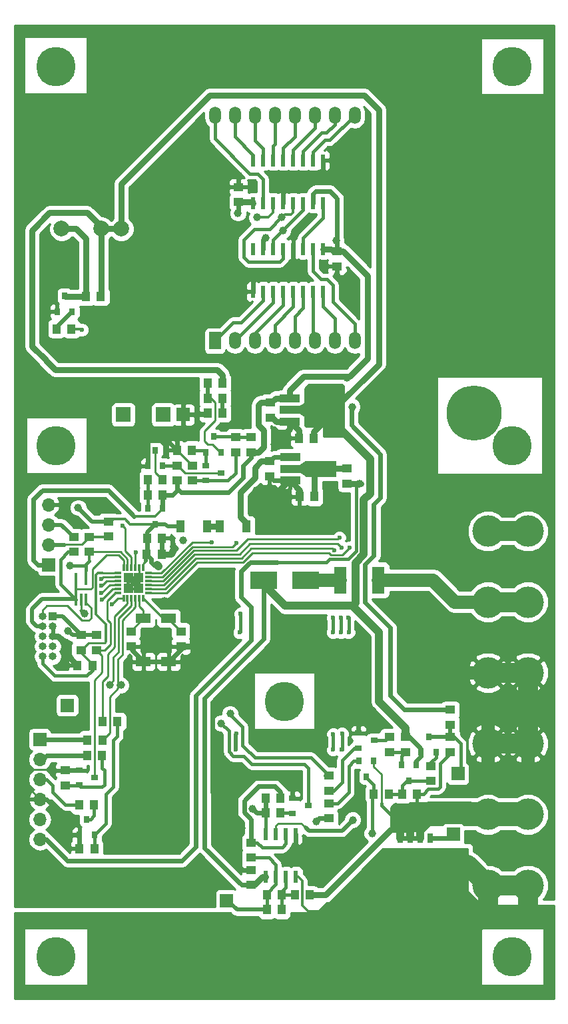
<source format=gbr>
G04 #@! TF.FileFunction,Copper,L2,Bot,Signal*
%FSLAX46Y46*%
G04 Gerber Fmt 4.6, Leading zero omitted, Abs format (unit mm)*
G04 Created by KiCad (PCBNEW 4.0.7-e2-6376~58~ubuntu16.04.1) date Mon Jan 29 21:07:09 2018*
%MOMM*%
%LPD*%
G01*
G04 APERTURE LIST*
%ADD10C,0.100000*%
%ADD11C,7.000000*%
%ADD12C,5.000000*%
%ADD13C,2.000000*%
%ADD14R,3.500000X2.300000*%
%ADD15R,0.900000X0.800000*%
%ADD16R,0.800000X0.900000*%
%ADD17R,0.400000X1.500000*%
%ADD18C,4.000000*%
%ADD19R,1.600000X3.500000*%
%ADD20R,1.300000X1.100000*%
%ADD21R,1.100000X1.300000*%
%ADD22R,1.000000X1.000000*%
%ADD23O,1.000000X1.000000*%
%ADD24R,1.900000X1.300000*%
%ADD25R,0.850000X0.300000*%
%ADD26R,0.300000X0.850000*%
%ADD27R,1.300000X1.300000*%
%ADD28R,0.600000X1.500000*%
%ADD29R,0.600000X1.550000*%
%ADD30R,1.900000X1.900000*%
%ADD31R,1.700000X1.700000*%
%ADD32R,1.500000X2.200000*%
%ADD33O,1.500000X2.200000*%
%ADD34R,0.700000X1.200000*%
%ADD35R,4.500000X4.290000*%
%ADD36R,1.550000X1.600000*%
%ADD37R,1.550000X1.200000*%
%ADD38O,1.700000X1.700000*%
%ADD39R,1.100000X1.650000*%
%ADD40R,2.500000X1.000000*%
%ADD41R,4.000000X2.000000*%
%ADD42C,1.000000*%
%ADD43C,0.600000*%
%ADD44C,0.300000*%
%ADD45C,0.600000*%
%ADD46C,1.700000*%
%ADD47C,0.800000*%
%ADD48C,0.230000*%
%ADD49C,0.500000*%
%ADD50C,2.500000*%
%ADD51C,1.000000*%
%ADD52C,0.400000*%
%ADD53C,0.254000*%
G04 APERTURE END LIST*
D10*
D11*
X119160000Y-98100000D03*
D12*
X124020000Y-102210000D03*
X95010000Y-134720000D03*
X66020000Y-102220000D03*
D13*
X71710000Y-74680000D03*
X74309840Y-74680000D03*
X66710160Y-74680000D03*
D12*
X66020000Y-54040000D03*
X124030000Y-54100000D03*
X124020000Y-167220000D03*
D14*
X92380000Y-119360000D03*
X97780000Y-119360000D03*
D15*
X104470000Y-140660000D03*
X104470000Y-138760000D03*
X106470000Y-139710000D03*
D16*
X109920000Y-142810000D03*
X111820000Y-142810000D03*
X110870000Y-144810000D03*
D17*
X69840000Y-121820000D03*
X69190000Y-121820000D03*
X68540000Y-121820000D03*
X68540000Y-119160000D03*
X69840000Y-119160000D03*
D18*
X120920000Y-122100000D03*
X126000000Y-122100000D03*
X120920000Y-131100000D03*
X126000000Y-131100000D03*
X120920000Y-158100000D03*
X126000000Y-158100000D03*
D19*
X107010000Y-119320000D03*
X102130000Y-119320000D03*
D20*
X70240000Y-115740000D03*
X70240000Y-113840000D03*
X68240000Y-115740000D03*
X68240000Y-113840000D03*
D21*
X98770000Y-101300000D03*
X96870000Y-101300000D03*
X77520000Y-116020000D03*
X79420000Y-116020000D03*
D20*
X93220000Y-96750000D03*
X93220000Y-98650000D03*
X81870000Y-127730000D03*
X81870000Y-125830000D03*
X75540000Y-127730000D03*
X75540000Y-125830000D03*
X116150000Y-141180000D03*
X116150000Y-139280000D03*
X69180000Y-126320000D03*
X69180000Y-128220000D03*
D21*
X98250000Y-159330000D03*
X96350000Y-159330000D03*
D20*
X100700000Y-144180000D03*
X100700000Y-146080000D03*
D22*
X65580000Y-123950000D03*
D23*
X64310000Y-123950000D03*
X65580000Y-125220000D03*
X64310000Y-125220000D03*
X65580000Y-126490000D03*
X64310000Y-126490000D03*
X65580000Y-127760000D03*
X64310000Y-127760000D03*
X65580000Y-129030000D03*
X64310000Y-129030000D03*
D12*
X66020000Y-167210000D03*
D24*
X80320000Y-124180000D03*
X80315000Y-129680000D03*
X77115000Y-129680000D03*
X77115000Y-124180000D03*
D20*
X90800000Y-156180000D03*
X90800000Y-158080000D03*
X72640000Y-111870000D03*
X72640000Y-113770000D03*
X110470000Y-139260000D03*
X110470000Y-141160000D03*
X108370000Y-141160000D03*
X108370000Y-139260000D03*
D16*
X104520000Y-142310000D03*
X106420000Y-142310000D03*
X105470000Y-144310000D03*
X114320000Y-141210000D03*
X112420000Y-141210000D03*
X113370000Y-139210000D03*
D15*
X96090000Y-148940000D03*
X96090000Y-147040000D03*
X98090000Y-147990000D03*
D21*
X110020000Y-146510000D03*
X111920000Y-146510000D03*
X106420000Y-146510000D03*
X108320000Y-146510000D03*
D20*
X100700000Y-149580000D03*
X100700000Y-147680000D03*
D21*
X92820000Y-159320000D03*
X94720000Y-159320000D03*
D20*
X113680000Y-142940000D03*
X113680000Y-144840000D03*
X90800000Y-152680000D03*
X90800000Y-154580000D03*
X116130000Y-137700000D03*
X116130000Y-135800000D03*
D21*
X92630000Y-147010000D03*
X94530000Y-147010000D03*
X94550000Y-148910000D03*
X92650000Y-148910000D03*
D25*
X77790000Y-118440000D03*
X77790000Y-118940000D03*
X77790000Y-119440000D03*
X77790000Y-119940000D03*
X77790000Y-120440000D03*
X77790000Y-120940000D03*
D26*
X77090000Y-121640000D03*
X76590000Y-121640000D03*
X76090000Y-121640000D03*
X75590000Y-121640000D03*
X75090000Y-121640000D03*
X74590000Y-121640000D03*
D25*
X73890000Y-120940000D03*
X73890000Y-120440000D03*
X73890000Y-119940000D03*
X73890000Y-119440000D03*
X73890000Y-118940000D03*
X73890000Y-118440000D03*
D26*
X74590000Y-117740000D03*
X75090000Y-117740000D03*
X75590000Y-117740000D03*
X76090000Y-117740000D03*
X76590000Y-117740000D03*
X77090000Y-117740000D03*
D27*
X75190000Y-120340000D03*
X75190000Y-119040000D03*
X76490000Y-120340000D03*
X76490000Y-119040000D03*
D28*
X91075000Y-65990000D03*
X92345000Y-65990000D03*
X93615000Y-65990000D03*
X94885000Y-65990000D03*
X96155000Y-65990000D03*
X97425000Y-65990000D03*
X98695000Y-65990000D03*
X99965000Y-65990000D03*
X99965000Y-71390000D03*
X98695000Y-71390000D03*
X97425000Y-71390000D03*
X96155000Y-71390000D03*
X94885000Y-71390000D03*
X93615000Y-71390000D03*
X92345000Y-71390000D03*
X91075000Y-71390000D03*
X99965000Y-82670000D03*
X98695000Y-82670000D03*
X97425000Y-82670000D03*
X96155000Y-82670000D03*
X94885000Y-82670000D03*
X93615000Y-82670000D03*
X92345000Y-82670000D03*
X91075000Y-82670000D03*
X91075000Y-77270000D03*
X92345000Y-77270000D03*
X93615000Y-77270000D03*
X94885000Y-77270000D03*
X96155000Y-77270000D03*
X97425000Y-77270000D03*
X98695000Y-77270000D03*
X99965000Y-77270000D03*
D29*
X92695000Y-151630000D03*
X93965000Y-151630000D03*
X95235000Y-151630000D03*
X96505000Y-151630000D03*
X96505000Y-157030000D03*
X95235000Y-157030000D03*
X93965000Y-157030000D03*
X92695000Y-157030000D03*
D20*
X89210000Y-69370000D03*
X89210000Y-71270000D03*
X101760000Y-79430000D03*
X101760000Y-77530000D03*
D18*
X120920000Y-140100000D03*
X126000000Y-140100000D03*
D30*
X79640000Y-98290000D03*
X74560000Y-98290000D03*
D31*
X87700000Y-160040000D03*
X116510000Y-151630000D03*
X117090000Y-143940000D03*
D32*
X86210000Y-88910000D03*
D33*
X88750000Y-88910000D03*
X91290000Y-88910000D03*
X93830000Y-88910000D03*
X93830000Y-60240000D03*
X91290000Y-60240000D03*
X88750000Y-60240000D03*
X86210000Y-60240000D03*
X96370000Y-88910000D03*
X98910000Y-88910000D03*
X101450000Y-88910000D03*
X103990000Y-88910000D03*
X96370000Y-60240000D03*
X98910000Y-60240000D03*
X101450000Y-60240000D03*
X103990000Y-60240000D03*
D21*
X92820000Y-161190000D03*
X94720000Y-161190000D03*
D31*
X82180000Y-98290000D03*
D34*
X109730000Y-152090000D03*
X111000000Y-152090000D03*
X112280000Y-152090000D03*
X113550000Y-152090000D03*
X113550000Y-157890000D03*
X112280000Y-157890000D03*
X111000000Y-157890000D03*
X109730000Y-157890000D03*
D35*
X111640000Y-155490000D03*
D36*
X110550000Y-156240000D03*
X112730000Y-156240000D03*
D37*
X110550000Y-154240000D03*
X112730000Y-154240000D03*
D21*
X68730000Y-130170000D03*
X70630000Y-130170000D03*
D18*
X120920000Y-149100000D03*
X126000000Y-149100000D03*
D21*
X69990000Y-139640000D03*
X71890000Y-139640000D03*
D16*
X68040000Y-85200000D03*
X66140000Y-85200000D03*
X67090000Y-83200000D03*
D31*
X65050000Y-117370000D03*
D38*
X65050000Y-114830000D03*
X65050000Y-112290000D03*
X65050000Y-109750000D03*
D21*
X98870000Y-108700000D03*
X96970000Y-108700000D03*
D20*
X93160000Y-104230000D03*
X93160000Y-106130000D03*
D21*
X77570000Y-114000000D03*
X79470000Y-114000000D03*
D39*
X85220000Y-112500000D03*
X81820000Y-112500000D03*
D18*
X120920000Y-113100000D03*
X126000000Y-113100000D03*
D15*
X68920000Y-145380000D03*
X68920000Y-143480000D03*
X70920000Y-144430000D03*
D16*
X79570000Y-104800000D03*
X77670000Y-104800000D03*
X78620000Y-102800000D03*
X77670000Y-110200000D03*
X79570000Y-110200000D03*
X78620000Y-112200000D03*
D20*
X67140000Y-143500000D03*
X67140000Y-145400000D03*
D21*
X69960000Y-141600000D03*
X71860000Y-141600000D03*
D20*
X103020000Y-105150000D03*
X103020000Y-107050000D03*
D21*
X87170000Y-94300000D03*
X85270000Y-94300000D03*
D20*
X83320000Y-106650000D03*
X83320000Y-104750000D03*
D21*
X85270000Y-98100000D03*
X87170000Y-98100000D03*
X83270000Y-102800000D03*
X81370000Y-102800000D03*
D40*
X95760000Y-106670000D03*
X95760000Y-105170000D03*
X95760000Y-103670000D03*
D41*
X99720000Y-105170000D03*
D10*
G36*
X96995000Y-104670000D02*
X97745000Y-104170000D01*
X97745000Y-106170000D01*
X96995000Y-105670000D01*
X96995000Y-104670000D01*
X96995000Y-104670000D01*
G37*
D16*
X86970000Y-103100000D03*
X85070000Y-103100000D03*
X86020000Y-101100000D03*
D15*
X85020000Y-106650000D03*
X85020000Y-104750000D03*
X87020000Y-105700000D03*
D21*
X87170000Y-96200000D03*
X85270000Y-96200000D03*
D20*
X90820000Y-101150000D03*
X90820000Y-103050000D03*
X88820000Y-103050000D03*
X88820000Y-101150000D03*
X81420000Y-104750000D03*
X81420000Y-106650000D03*
D21*
X77670000Y-108500000D03*
X79570000Y-108500000D03*
X79570000Y-106600000D03*
X77670000Y-106600000D03*
D40*
X95740000Y-99200000D03*
X95740000Y-97700000D03*
X95740000Y-96200000D03*
D41*
X99700000Y-97700000D03*
D10*
G36*
X96975000Y-97200000D02*
X97725000Y-96700000D01*
X97725000Y-98700000D01*
X96975000Y-98200000D01*
X96975000Y-97200000D01*
X96975000Y-97200000D01*
G37*
D39*
X90220000Y-112500000D03*
X86820000Y-112500000D03*
D21*
X66080000Y-87390000D03*
X67980000Y-87390000D03*
X71700000Y-83290000D03*
X69800000Y-83290000D03*
D20*
X71160000Y-128230000D03*
X71160000Y-126330000D03*
D16*
X70880000Y-151710000D03*
X68980000Y-151710000D03*
X69930000Y-149710000D03*
D21*
X71920000Y-137300000D03*
X73820000Y-137300000D03*
X68990000Y-153450000D03*
X70890000Y-153450000D03*
X70860000Y-147910000D03*
X68960000Y-147910000D03*
D31*
X67430000Y-135230000D03*
X63950000Y-139580000D03*
D38*
X63950000Y-142120000D03*
X63950000Y-144660000D03*
X63950000Y-147200000D03*
X63950000Y-149740000D03*
X63950000Y-152280000D03*
D42*
X96280000Y-127270000D03*
X79170000Y-146530000D03*
X86470000Y-146550000D03*
X79350000Y-133330000D03*
X109700000Y-53160000D03*
X81080000Y-53070000D03*
X68720000Y-65160000D03*
X122680000Y-86500000D03*
X122770000Y-67480000D03*
X110760000Y-121500000D03*
X64620000Y-94680000D03*
X102150000Y-112150000D03*
X105080000Y-133650000D03*
X112890000Y-131980000D03*
X91450000Y-107900000D03*
X93770000Y-102090000D03*
X79770000Y-121990000D03*
X89650000Y-150820000D03*
X96350000Y-153150000D03*
X99590000Y-67640000D03*
X89240000Y-67990000D03*
X91075000Y-80855000D03*
X101740000Y-80690000D03*
X80840000Y-115790000D03*
X75890000Y-119640000D03*
X69640000Y-123590000D03*
X103020000Y-93570000D03*
X103670000Y-97310000D03*
X89140000Y-72690000D03*
X92640000Y-75790000D03*
X101640000Y-76190000D03*
X67740000Y-117490000D03*
X103740000Y-149810000D03*
D43*
X88840000Y-140890000D03*
X88940000Y-138790000D03*
X89440000Y-123590000D03*
X89340000Y-125990000D03*
X85840000Y-114510000D03*
X101240000Y-140890000D03*
X101250000Y-138930000D03*
X101240000Y-125990000D03*
X101240000Y-124090000D03*
X88900000Y-114600000D03*
X102030000Y-113930000D03*
X102340000Y-140890000D03*
X102360000Y-138860000D03*
X101420000Y-115560000D03*
X102240000Y-125990000D03*
X102240000Y-124090000D03*
X103180000Y-124080000D03*
X103210000Y-125950000D03*
X102320000Y-115180000D03*
X103370000Y-115170000D03*
X76190000Y-115810000D03*
X69320000Y-87510000D03*
X71740000Y-119200000D03*
D42*
X106200000Y-151520000D03*
X86950000Y-137520000D03*
X72810000Y-132650000D03*
X74260000Y-132680000D03*
X88150000Y-136290000D03*
X91000000Y-148380000D03*
X99060000Y-149990000D03*
X91530000Y-73230000D03*
D43*
X71790000Y-120050000D03*
X71810000Y-121820000D03*
D42*
X94850000Y-74920000D03*
X94730000Y-73210000D03*
D43*
X71790000Y-120960000D03*
X74490000Y-112430000D03*
X73140000Y-122390000D03*
D42*
X68810000Y-110120000D03*
X67530000Y-125780000D03*
X82140000Y-114290000D03*
X79040000Y-117590000D03*
X104620000Y-107100000D03*
D44*
X105080000Y-133650000D02*
X103050000Y-133650000D01*
X96670000Y-127270000D02*
X96280000Y-127270000D01*
X103050000Y-133650000D02*
X96670000Y-127270000D01*
X79170000Y-146530000D02*
X79170000Y-133510000D01*
D45*
X86480000Y-146560000D02*
X86470000Y-146550000D01*
X86480000Y-146870000D02*
X86480000Y-146560000D01*
D44*
X79170000Y-133510000D02*
X79350000Y-133330000D01*
D45*
X63950000Y-147200000D02*
X64780000Y-147200000D01*
X64780000Y-147200000D02*
X66800000Y-149220000D01*
X66800000Y-149220000D02*
X66800000Y-150680000D01*
X66800000Y-150680000D02*
X67830000Y-151710000D01*
X67830000Y-151710000D02*
X68980000Y-151710000D01*
X80810000Y-53070000D02*
X81080000Y-53070000D01*
X68720000Y-65160000D02*
X80810000Y-53070000D01*
X122680000Y-67570000D02*
X122680000Y-86500000D01*
X122770000Y-67480000D02*
X122680000Y-67570000D01*
X112890000Y-131980000D02*
X112890000Y-123630000D01*
X112890000Y-123630000D02*
X110760000Y-121500000D01*
D46*
X126000000Y-140100000D02*
X126000000Y-143330000D01*
X126000000Y-143330000D02*
X126150000Y-143480000D01*
X120920000Y-140100000D02*
X120920000Y-143260000D01*
X120920000Y-143260000D02*
X120700000Y-143480000D01*
X120920000Y-140100000D02*
X120920000Y-136590000D01*
X120920000Y-136590000D02*
X121040000Y-136470000D01*
D45*
X82180000Y-98290000D02*
X82180000Y-95440000D01*
X81420000Y-94680000D02*
X64620000Y-94680000D01*
X82180000Y-95440000D02*
X81420000Y-94680000D01*
X91450000Y-107900000D02*
X91450000Y-108370000D01*
X95230000Y-112150000D02*
X102150000Y-112150000D01*
X91450000Y-108370000D02*
X95230000Y-112150000D01*
D46*
X120920000Y-131100000D02*
X113770000Y-131100000D01*
X104470000Y-134260000D02*
X104470000Y-135370000D01*
X105080000Y-133650000D02*
X104470000Y-134260000D01*
X113770000Y-131100000D02*
X112890000Y-131980000D01*
D47*
X95760000Y-106670000D02*
X95590000Y-106670000D01*
X95590000Y-106670000D02*
X94360000Y-107900000D01*
X94360000Y-107900000D02*
X91450000Y-107900000D01*
X95740000Y-99200000D02*
X95740000Y-100120000D01*
X95740000Y-100120000D02*
X93770000Y-102090000D01*
X96870000Y-101300000D02*
X96870000Y-100330000D01*
X96870000Y-100330000D02*
X95740000Y-99200000D01*
D45*
X82180000Y-98290000D02*
X85080000Y-98290000D01*
X85080000Y-98290000D02*
X85270000Y-98100000D01*
X81370000Y-102800000D02*
X81370000Y-100840000D01*
X81370000Y-100840000D02*
X82180000Y-100030000D01*
X82180000Y-100030000D02*
X82180000Y-98290000D01*
X96090000Y-147040000D02*
X96090000Y-146000000D01*
X88660000Y-146760000D02*
X88660000Y-149050000D01*
X90940000Y-144480000D02*
X88660000Y-146760000D01*
X94570000Y-144480000D02*
X90940000Y-144480000D01*
X96090000Y-146000000D02*
X94570000Y-144480000D01*
X89600000Y-150870000D02*
X89600000Y-149990000D01*
X104470000Y-135370000D02*
X104470000Y-138760000D01*
X99140000Y-130040000D02*
X104470000Y-135370000D01*
X88660000Y-149050000D02*
X86480000Y-146870000D01*
X86480000Y-146870000D02*
X85850000Y-146240000D01*
X85850000Y-146240000D02*
X85850000Y-134820000D01*
X85850000Y-134820000D02*
X90630000Y-130040000D01*
X90630000Y-130040000D02*
X99140000Y-130040000D01*
X89600000Y-149990000D02*
X88660000Y-149050000D01*
D47*
X83160000Y-127730000D02*
X81870000Y-127730000D01*
X83370000Y-127520000D02*
X83160000Y-127730000D01*
X83370000Y-124050000D02*
X83370000Y-127520000D01*
X79770000Y-121990000D02*
X79940000Y-122160000D01*
X79940000Y-122160000D02*
X81480000Y-122160000D01*
X81480000Y-122160000D02*
X83370000Y-124050000D01*
D45*
X90800000Y-156180000D02*
X89750000Y-156180000D01*
X89750000Y-156180000D02*
X89250000Y-155680000D01*
X89250000Y-155680000D02*
X89250000Y-155560000D01*
X89250000Y-155560000D02*
X89250000Y-151220000D01*
X89250000Y-151220000D02*
X89600000Y-150870000D01*
X89600000Y-150870000D02*
X89650000Y-150820000D01*
X96505000Y-151630000D02*
X96505000Y-152995000D01*
X96505000Y-152995000D02*
X96350000Y-153150000D01*
D48*
X67140000Y-143500000D02*
X65430000Y-143500000D01*
X65430000Y-143500000D02*
X65330000Y-143400000D01*
X65330000Y-143400000D02*
X63150000Y-143400000D01*
X63150000Y-143400000D02*
X62370000Y-144180000D01*
X62370000Y-144180000D02*
X62370000Y-145560000D01*
X62370000Y-145560000D02*
X64010000Y-147200000D01*
D45*
X68990000Y-153450000D02*
X68990000Y-151720000D01*
X68990000Y-151720000D02*
X68980000Y-151710000D01*
X68920000Y-143480000D02*
X67160000Y-143480000D01*
X67160000Y-143480000D02*
X67140000Y-143500000D01*
X75540000Y-127730000D02*
X75540000Y-128105000D01*
X75540000Y-128105000D02*
X77115000Y-129680000D01*
X81870000Y-127730000D02*
X81870000Y-128125000D01*
X81870000Y-128125000D02*
X80315000Y-129680000D01*
X80315000Y-129680000D02*
X77115000Y-129680000D01*
D49*
X66140000Y-85200000D02*
X65020000Y-85200000D01*
D47*
X83895000Y-80855000D02*
X91075000Y-80855000D01*
X75410000Y-89340000D02*
X83895000Y-80855000D01*
X65000000Y-89340000D02*
X75410000Y-89340000D01*
X64480000Y-88820000D02*
X65000000Y-89340000D01*
X64480000Y-85740000D02*
X64480000Y-88820000D01*
X65020000Y-85200000D02*
X64480000Y-85740000D01*
X93220000Y-98650000D02*
X93470000Y-98650000D01*
X93470000Y-98650000D02*
X94020000Y-99200000D01*
X94020000Y-99200000D02*
X95740000Y-99200000D01*
D45*
X79470000Y-114000000D02*
X79470000Y-115970000D01*
X79470000Y-115970000D02*
X79420000Y-116020000D01*
D47*
X96970000Y-108700000D02*
X96970000Y-107880000D01*
X96970000Y-107880000D02*
X95760000Y-106670000D01*
D45*
X95760000Y-106670000D02*
X93700000Y-106670000D01*
X93700000Y-106670000D02*
X93160000Y-106130000D01*
D48*
X83320000Y-104750000D02*
X81370000Y-102800000D01*
D45*
X77670000Y-104800000D02*
X77670000Y-101850000D01*
X80170000Y-101600000D02*
X81370000Y-102800000D01*
X77920000Y-101600000D02*
X80170000Y-101600000D01*
X77670000Y-101850000D02*
X77920000Y-101600000D01*
D50*
X126000000Y-131100000D02*
X126000000Y-140100000D01*
X120920000Y-131100000D02*
X126000000Y-131100000D01*
X120920000Y-140100000D02*
X126000000Y-140100000D01*
D45*
X89210000Y-69370000D02*
X89210000Y-67950000D01*
X89210000Y-67950000D02*
X89210000Y-68020000D01*
X89240000Y-67990000D02*
X89210000Y-68020000D01*
X101760000Y-79430000D02*
X101760000Y-80670000D01*
X101740000Y-80690000D02*
X101760000Y-80670000D01*
X96155000Y-77270000D02*
X96155000Y-78575000D01*
X96155000Y-78575000D02*
X94240000Y-80490000D01*
X94240000Y-80490000D02*
X91440000Y-80490000D01*
X91440000Y-80490000D02*
X91075000Y-80855000D01*
X91075000Y-80855000D02*
X91075000Y-82670000D01*
X99965000Y-65990000D02*
X99965000Y-67265000D01*
X94885000Y-69845000D02*
X94885000Y-71390000D01*
X96040000Y-68690000D02*
X94885000Y-69845000D01*
X98540000Y-68690000D02*
X96040000Y-68690000D01*
X99965000Y-67265000D02*
X99590000Y-67640000D01*
X99590000Y-67640000D02*
X98540000Y-68690000D01*
D47*
X65580000Y-126490000D02*
X66220000Y-126490000D01*
X67570000Y-129010000D02*
X68730000Y-130170000D01*
X67570000Y-127840000D02*
X67570000Y-129010000D01*
X66220000Y-126490000D02*
X67570000Y-127840000D01*
X79420000Y-116020000D02*
X80610000Y-116020000D01*
X80610000Y-116020000D02*
X80840000Y-115790000D01*
X75890000Y-119640000D02*
X76490000Y-119040000D01*
D48*
X69190000Y-123140000D02*
X69640000Y-123590000D01*
X69190000Y-123140000D02*
X69190000Y-121820000D01*
X76490000Y-119040000D02*
X75190000Y-119040000D01*
X75190000Y-119040000D02*
X75190000Y-120340000D01*
X75190000Y-120340000D02*
X76490000Y-120340000D01*
X76490000Y-119040000D02*
X76490000Y-120340000D01*
X76590000Y-117740000D02*
X76590000Y-118940000D01*
X76590000Y-118940000D02*
X76490000Y-119040000D01*
D45*
X116130000Y-135800000D02*
X110300000Y-135800000D01*
X103020000Y-93570000D02*
X103020000Y-93450000D01*
X103550000Y-97430000D02*
X103670000Y-97310000D01*
X103550000Y-99640000D02*
X103550000Y-97430000D01*
X107250000Y-103340000D02*
X103550000Y-99640000D01*
X107250000Y-108830000D02*
X107250000Y-103340000D01*
X106420000Y-109660000D02*
X107250000Y-108830000D01*
X106420000Y-116230000D02*
X106420000Y-109660000D01*
X105310000Y-117340000D02*
X106420000Y-116230000D01*
X105310000Y-122180000D02*
X105310000Y-117340000D01*
X108460000Y-125330000D02*
X105310000Y-122180000D01*
X108460000Y-133960000D02*
X108460000Y-125330000D01*
X110300000Y-135800000D02*
X108460000Y-133960000D01*
D44*
X79570000Y-110200000D02*
X79570000Y-110250000D01*
X79570000Y-110250000D02*
X78610000Y-111210000D01*
D45*
X63700000Y-117370000D02*
X65050000Y-117370000D01*
X63140000Y-116810000D02*
X63700000Y-117370000D01*
X63140000Y-109050000D02*
X63140000Y-116810000D01*
X64260000Y-107930000D02*
X63140000Y-109050000D01*
X72650000Y-107930000D02*
X64260000Y-107930000D01*
X75930000Y-111210000D02*
X72650000Y-107930000D01*
D44*
X78610000Y-111210000D02*
X75930000Y-111210000D01*
D47*
X105590000Y-90860000D02*
X105590000Y-91190000D01*
X95740000Y-95190000D02*
X95740000Y-96200000D01*
X97480000Y-93450000D02*
X95740000Y-95190000D01*
X103330000Y-93450000D02*
X103020000Y-93450000D01*
X103020000Y-93450000D02*
X97480000Y-93450000D01*
X105590000Y-91190000D02*
X103330000Y-93450000D01*
X93220000Y-96750000D02*
X92070000Y-96750000D01*
X91770000Y-103050000D02*
X90820000Y-103050000D01*
X92420000Y-102400000D02*
X91770000Y-103050000D01*
X92420000Y-100300000D02*
X92420000Y-102400000D01*
X91720000Y-99600000D02*
X92420000Y-100300000D01*
X91720000Y-97100000D02*
X91720000Y-99600000D01*
X92070000Y-96750000D02*
X91720000Y-97100000D01*
X93220000Y-96750000D02*
X93370000Y-96750000D01*
X93370000Y-96750000D02*
X93920000Y-96200000D01*
X93920000Y-96200000D02*
X95740000Y-96200000D01*
D45*
X90820000Y-103050000D02*
X90820000Y-103800000D01*
X90820000Y-103800000D02*
X89820000Y-104800000D01*
X89820000Y-104800000D02*
X89820000Y-106300000D01*
X89820000Y-106300000D02*
X87920000Y-108200000D01*
X87920000Y-108200000D02*
X81920000Y-108200000D01*
X81920000Y-108200000D02*
X81420000Y-107700000D01*
X81420000Y-106650000D02*
X81420000Y-107700000D01*
X81420000Y-107700000D02*
X81420000Y-107900000D01*
X80820000Y-108500000D02*
X79570000Y-108500000D01*
X81420000Y-107900000D02*
X80820000Y-108500000D01*
X79570000Y-110200000D02*
X79570000Y-108500000D01*
D47*
X102490000Y-77530000D02*
X101760000Y-77530000D01*
X105590000Y-80630000D02*
X102490000Y-77530000D01*
X105590000Y-90830000D02*
X105590000Y-90860000D01*
X105590000Y-90860000D02*
X105590000Y-80630000D01*
D45*
X89210000Y-71270000D02*
X89210000Y-72620000D01*
X89210000Y-72620000D02*
X89140000Y-72690000D01*
X92640000Y-75790000D02*
X92345000Y-76085000D01*
X92345000Y-76085000D02*
X92345000Y-77270000D01*
X101760000Y-76190000D02*
X101640000Y-76190000D01*
X98695000Y-71390000D02*
X98695000Y-70235000D01*
X101760000Y-70810000D02*
X101760000Y-76190000D01*
X101760000Y-76190000D02*
X101760000Y-77530000D01*
X100840000Y-69890000D02*
X101760000Y-70810000D01*
X99040000Y-69890000D02*
X100840000Y-69890000D01*
X98695000Y-70235000D02*
X99040000Y-69890000D01*
D47*
X89210000Y-71270000D02*
X90955000Y-71270000D01*
X90955000Y-71270000D02*
X91075000Y-71390000D01*
X101760000Y-77530000D02*
X101260000Y-77530000D01*
X101260000Y-77530000D02*
X101000000Y-77270000D01*
X101000000Y-77270000D02*
X99965000Y-77270000D01*
D48*
X77090000Y-121640000D02*
X77090000Y-121670000D01*
X77090000Y-121670000D02*
X79600000Y-124180000D01*
X79600000Y-124180000D02*
X80320000Y-124180000D01*
X80320000Y-124180000D02*
X80320000Y-124280000D01*
X80320000Y-124280000D02*
X81870000Y-125830000D01*
X76590000Y-121640000D02*
X76590000Y-122640000D01*
X77115000Y-123165000D02*
X77115000Y-124180000D01*
X76590000Y-122640000D02*
X77115000Y-123165000D01*
X77115000Y-124180000D02*
X75540000Y-125755000D01*
X75540000Y-125755000D02*
X75540000Y-125830000D01*
D45*
X92380000Y-119360000D02*
X92380000Y-126820000D01*
X89610000Y-158080000D02*
X90800000Y-158080000D01*
X89610000Y-158080000D02*
X84890000Y-153360000D01*
X84840000Y-153310000D02*
X84890000Y-153360000D01*
X84840000Y-134360000D02*
X84840000Y-153310000D01*
X92380000Y-126820000D02*
X84840000Y-134360000D01*
D47*
X64690000Y-91360000D02*
X64690000Y-91400000D01*
X69950000Y-72640000D02*
X65160000Y-72640000D01*
X65160000Y-72640000D02*
X62940000Y-74860000D01*
X62940000Y-74860000D02*
X62940000Y-89610000D01*
X62940000Y-89610000D02*
X64690000Y-91360000D01*
X71710000Y-74400000D02*
X69950000Y-72640000D01*
X87170000Y-93260000D02*
X87170000Y-94300000D01*
X86490000Y-92580000D02*
X87170000Y-93260000D01*
X65870000Y-92580000D02*
X86490000Y-92580000D01*
X64690000Y-91400000D02*
X65870000Y-92580000D01*
D51*
X105150000Y-109070000D02*
X105150000Y-116020000D01*
X104060000Y-122260000D02*
X103740000Y-122580000D01*
X104060000Y-117110000D02*
X104060000Y-122260000D01*
X105150000Y-116020000D02*
X104060000Y-117110000D01*
X103740000Y-122580000D02*
X103740000Y-122630000D01*
X103740000Y-122630000D02*
X107060000Y-125950000D01*
X107060000Y-125950000D02*
X107060000Y-134750000D01*
X107060000Y-134750000D02*
X110470000Y-138160000D01*
X110470000Y-138160000D02*
X110470000Y-139260000D01*
D47*
X71710000Y-74680000D02*
X71710000Y-74400000D01*
X71710000Y-74680000D02*
X71710000Y-83280000D01*
X71710000Y-83280000D02*
X71700000Y-83290000D01*
X74309840Y-74680000D02*
X71710000Y-74680000D01*
X99700000Y-97700000D02*
X101230000Y-97700000D01*
X101230000Y-97700000D02*
X107030000Y-91900000D01*
X74309840Y-68960160D02*
X74309840Y-74680000D01*
X85520000Y-57750000D02*
X74309840Y-68960160D01*
X105220000Y-57750000D02*
X85520000Y-57750000D01*
X107030000Y-59560000D02*
X105220000Y-57750000D01*
X107030000Y-91900000D02*
X107030000Y-59560000D01*
D51*
X92380000Y-119360000D02*
X92380000Y-119860000D01*
X92380000Y-119860000D02*
X95120000Y-122600000D01*
X95120000Y-122600000D02*
X103720000Y-122600000D01*
X103720000Y-122600000D02*
X103740000Y-122580000D01*
X105920000Y-103920000D02*
X99700000Y-97700000D01*
X105920000Y-108300000D02*
X105920000Y-103920000D01*
X105120000Y-109100000D02*
X105150000Y-109070000D01*
X105150000Y-109070000D02*
X105920000Y-108300000D01*
D47*
X99700000Y-97700000D02*
X97350000Y-97700000D01*
X97350000Y-97700000D02*
X95740000Y-97700000D01*
X98770000Y-101300000D02*
X98770000Y-100450000D01*
X99700000Y-99520000D02*
X99700000Y-97700000D01*
X98770000Y-100450000D02*
X99700000Y-99520000D01*
D49*
X92380000Y-119360000D02*
X92570000Y-119360000D01*
X110470000Y-139260000D02*
X110520000Y-139260000D01*
D47*
X73950000Y-75039840D02*
X74309840Y-74680000D01*
X90800000Y-158080000D02*
X91200000Y-158080000D01*
X91200000Y-158080000D02*
X92250000Y-157030000D01*
X92250000Y-157030000D02*
X92695000Y-157030000D01*
D45*
X112420000Y-141210000D02*
X112420000Y-140760000D01*
X112420000Y-140760000D02*
X110920000Y-139260000D01*
X110920000Y-139260000D02*
X110470000Y-139260000D01*
X111820000Y-142810000D02*
X111820000Y-142310000D01*
X112420000Y-141710000D02*
X112420000Y-141210000D01*
X111820000Y-142310000D02*
X112420000Y-141710000D01*
D49*
X66710000Y-112310000D02*
X68240000Y-113840000D01*
X65040000Y-112310000D02*
X66710000Y-112310000D01*
D44*
X70240000Y-113840000D02*
X72570000Y-113840000D01*
X72570000Y-113840000D02*
X72640000Y-113770000D01*
D49*
X65040000Y-114850000D02*
X67080000Y-114850000D01*
D48*
X67140000Y-114790000D02*
X69290000Y-114790000D01*
X67080000Y-114850000D02*
X67140000Y-114790000D01*
X69290000Y-114790000D02*
X70240000Y-113840000D01*
D52*
X67740000Y-117490000D02*
X69840000Y-117490000D01*
X69840000Y-117490000D02*
X69840000Y-117290000D01*
D44*
X67770000Y-117460000D02*
X67740000Y-117490000D01*
X68090000Y-117460000D02*
X67770000Y-117460000D01*
D52*
X69840000Y-118090000D02*
X69840000Y-117290000D01*
D44*
X69840000Y-119160000D02*
X69840000Y-118090000D01*
X70240000Y-116890000D02*
X70240000Y-115740000D01*
D52*
X69840000Y-117290000D02*
X70240000Y-116890000D01*
D48*
X70240000Y-115740000D02*
X74170000Y-115740000D01*
X75090000Y-116660000D02*
X75090000Y-117740000D01*
X74170000Y-115740000D02*
X75090000Y-116660000D01*
X69840000Y-121820000D02*
X69840000Y-122190000D01*
X69840000Y-122190000D02*
X70480000Y-122830000D01*
X64310000Y-123120000D02*
X64310000Y-123950000D01*
X64840000Y-122590000D02*
X64310000Y-123120000D01*
X67440000Y-122590000D02*
X64840000Y-122590000D01*
X69320000Y-124470000D02*
X67440000Y-122590000D01*
X70160000Y-124470000D02*
X69320000Y-124470000D01*
X70480000Y-124150000D02*
X70160000Y-124470000D01*
X70480000Y-122830000D02*
X70480000Y-124150000D01*
D52*
X68240000Y-115740000D02*
X67540000Y-115740000D01*
X66590000Y-119870000D02*
X68540000Y-121820000D01*
X66590000Y-116690000D02*
X66590000Y-119870000D01*
X67540000Y-115740000D02*
X66590000Y-116690000D01*
D48*
X68540000Y-120490000D02*
X70420000Y-120490000D01*
X74590000Y-116790000D02*
X74590000Y-117740000D01*
X73970002Y-116170002D02*
X74590000Y-116790000D01*
X72399998Y-116170002D02*
X73970002Y-116170002D01*
X70620000Y-117950000D02*
X72399998Y-116170002D01*
X70620000Y-120290000D02*
X70620000Y-117950000D01*
X70420000Y-120490000D02*
X70620000Y-120290000D01*
D44*
X68540000Y-119160000D02*
X68540000Y-120490000D01*
X68540000Y-120490000D02*
X68540000Y-121820000D01*
D49*
X64310000Y-125220000D02*
X63570000Y-125220000D01*
X64240000Y-121690000D02*
X68340000Y-121690000D01*
X62940000Y-122990000D02*
X64240000Y-121690000D01*
X62940000Y-124590000D02*
X62940000Y-122990000D01*
X63570000Y-125220000D02*
X62940000Y-124590000D01*
D44*
X71085002Y-120570000D02*
X71085002Y-123655002D01*
D48*
X70120000Y-127280000D02*
X69180000Y-128220000D01*
X72190000Y-127280000D02*
X70120000Y-127280000D01*
X72360000Y-127110000D02*
X72190000Y-127280000D01*
D44*
X72360000Y-124930000D02*
X72360000Y-127110000D01*
X71085002Y-123655002D02*
X72360000Y-124930000D01*
D52*
X70630000Y-130170000D02*
X70630000Y-130780000D01*
X70630000Y-130780000D02*
X69920000Y-131490000D01*
X64310000Y-129960000D02*
X64310000Y-129030000D01*
X65840000Y-131490000D02*
X64310000Y-129960000D01*
X69920000Y-131490000D02*
X65840000Y-131490000D01*
D44*
X70630000Y-130170000D02*
X70630000Y-130010000D01*
X70630000Y-130010000D02*
X69000000Y-128380000D01*
D48*
X73880000Y-118430000D02*
X71940000Y-118430000D01*
D44*
X71085002Y-120574998D02*
X71085002Y-120570000D01*
X71085002Y-120570000D02*
X71085002Y-118704998D01*
X71085002Y-118704998D02*
X71360000Y-118430000D01*
X71360000Y-118430000D02*
X71940000Y-118430000D01*
D48*
X73880000Y-118430000D02*
X73890000Y-118440000D01*
D46*
X120920000Y-122100000D02*
X116720000Y-122100000D01*
X113940000Y-119320000D02*
X107010000Y-119320000D01*
X116720000Y-122100000D02*
X113940000Y-119320000D01*
D50*
X126000000Y-122100000D02*
X120920000Y-122100000D01*
D52*
X104470000Y-140660000D02*
X103940000Y-140660000D01*
X102370000Y-145010000D02*
X101300000Y-146080000D01*
X102370000Y-142230000D02*
X102370000Y-145010000D01*
X103940000Y-140660000D02*
X102370000Y-142230000D01*
X101300000Y-146080000D02*
X100700000Y-146080000D01*
X104370000Y-140760000D02*
X104470000Y-140660000D01*
X108370000Y-141160000D02*
X110470000Y-141160000D01*
X109920000Y-142810000D02*
X109920000Y-141710000D01*
X109920000Y-141710000D02*
X110470000Y-141160000D01*
D48*
X93965000Y-151630000D02*
X93965000Y-150525000D01*
D49*
X102370000Y-151180000D02*
X103740000Y-149810000D01*
X98160000Y-151180000D02*
X102370000Y-151180000D01*
X97780000Y-150800000D02*
X98160000Y-151180000D01*
D48*
X97190000Y-150210000D02*
X97780000Y-150800000D01*
X94280000Y-150210000D02*
X97190000Y-150210000D01*
X93965000Y-150525000D02*
X94280000Y-150210000D01*
D52*
X116150000Y-139280000D02*
X116590000Y-139280000D01*
X116590000Y-139280000D02*
X117430000Y-140120000D01*
X117430000Y-140120000D02*
X117430000Y-143600000D01*
X117430000Y-143600000D02*
X117090000Y-143940000D01*
D49*
X113370000Y-139210000D02*
X116080000Y-139210000D01*
X116080000Y-139210000D02*
X116150000Y-139280000D01*
X116130000Y-137700000D02*
X116130000Y-139260000D01*
X116130000Y-139260000D02*
X116150000Y-139280000D01*
D46*
X102130000Y-119320000D02*
X97820000Y-119320000D01*
X97820000Y-119320000D02*
X97780000Y-119360000D01*
D49*
X88840000Y-140890000D02*
X88840000Y-138890000D01*
X88840000Y-138890000D02*
X88940000Y-138790000D01*
D52*
X89440000Y-125890000D02*
X89440000Y-123590000D01*
X89340000Y-125990000D02*
X89440000Y-125890000D01*
D48*
X77790000Y-118440000D02*
X79390000Y-118440000D01*
X79390000Y-118440000D02*
X83320000Y-114510000D01*
X83320000Y-114510000D02*
X85840000Y-114510000D01*
D52*
X101250000Y-140880000D02*
X101250000Y-138930000D01*
X101240000Y-140890000D02*
X101250000Y-140880000D01*
X101240000Y-124090000D02*
X101240000Y-125990000D01*
D48*
X77790000Y-118940000D02*
X79540000Y-118940000D01*
X88400000Y-115100000D02*
X88900000Y-114600000D01*
X83380000Y-115100000D02*
X88400000Y-115100000D01*
X79540000Y-118940000D02*
X83380000Y-115100000D01*
X79640000Y-119440000D02*
X83550000Y-115530000D01*
X83550000Y-115530000D02*
X88970000Y-115530000D01*
X88970000Y-115530000D02*
X90360000Y-114140000D01*
X79640000Y-119440000D02*
X77790000Y-119440000D01*
X101820000Y-114140000D02*
X90360000Y-114140000D01*
X102030000Y-113930000D02*
X101820000Y-114140000D01*
D52*
X102360000Y-140870000D02*
X102360000Y-138860000D01*
X102340000Y-140890000D02*
X102360000Y-140870000D01*
D48*
X79860000Y-120440000D02*
X83770000Y-116530000D01*
X83770000Y-116530000D02*
X89580000Y-116530000D01*
X89580000Y-116530000D02*
X90830000Y-115280000D01*
X90830000Y-115280000D02*
X101140000Y-115280000D01*
X101140000Y-115280000D02*
X101420000Y-115560000D01*
X77790000Y-120440000D02*
X79860000Y-120440000D01*
D52*
X102240000Y-124090000D02*
X102240000Y-125990000D01*
D48*
X89320000Y-116040000D02*
X90650000Y-114710000D01*
X83620000Y-116040000D02*
X89320000Y-116040000D01*
X79720000Y-119940000D02*
X83620000Y-116040000D01*
X77790000Y-119940000D02*
X79720000Y-119940000D01*
D52*
X103180000Y-124080000D02*
X103210000Y-124110000D01*
X103210000Y-124110000D02*
X103210000Y-125950000D01*
D48*
X90660000Y-114700000D02*
X90650000Y-114710000D01*
X101840000Y-114700000D02*
X90660000Y-114700000D01*
X102320000Y-115180000D02*
X101840000Y-114700000D01*
X101780000Y-116160000D02*
X102380000Y-116160000D01*
X103370000Y-115170000D02*
X102850000Y-115690000D01*
X102380000Y-116160000D02*
X102850000Y-115690000D01*
X101790000Y-116160000D02*
X101780000Y-116160000D01*
X101780000Y-116160000D02*
X100960000Y-116160000D01*
X80020000Y-120940000D02*
X77790000Y-120940000D01*
X80020000Y-120940000D02*
X83920000Y-117040000D01*
X83920000Y-117040000D02*
X89800000Y-117040000D01*
X89800000Y-117040000D02*
X90960000Y-115880000D01*
X90960000Y-115880000D02*
X100680000Y-115880000D01*
X100680000Y-115880000D02*
X100960000Y-116160000D01*
X100960000Y-116160000D02*
X100950000Y-116150000D01*
X76090000Y-115910000D02*
X76090000Y-117740000D01*
X76190000Y-115810000D02*
X76090000Y-115910000D01*
D52*
X92345000Y-82670000D02*
X92345000Y-83765000D01*
X88540000Y-86580000D02*
X86210000Y-88910000D01*
X89530000Y-86580000D02*
X88540000Y-86580000D01*
X92345000Y-83765000D02*
X89530000Y-86580000D01*
X93615000Y-82670000D02*
X93615000Y-84045000D01*
X93615000Y-84045000D02*
X88750000Y-88910000D01*
X94885000Y-82670000D02*
X94885000Y-84355000D01*
X94885000Y-84355000D02*
X91290000Y-87950000D01*
X91290000Y-87950000D02*
X91290000Y-88910000D01*
X96155000Y-82670000D02*
X96155000Y-84555000D01*
X93830000Y-86880000D02*
X93830000Y-88910000D01*
X96155000Y-84555000D02*
X93830000Y-86880000D01*
X93615000Y-65990000D02*
X93615000Y-64115000D01*
X93830000Y-63900000D02*
X93830000Y-60240000D01*
X93615000Y-64115000D02*
X93830000Y-63900000D01*
X92345000Y-65990000D02*
X92345000Y-64505000D01*
X91290000Y-63450000D02*
X91290000Y-60240000D01*
X92345000Y-64505000D02*
X91290000Y-63450000D01*
X91075000Y-65990000D02*
X91075000Y-65305000D01*
X91075000Y-65305000D02*
X88750000Y-62980000D01*
X88750000Y-62980000D02*
X88750000Y-60240000D01*
X92345000Y-71390000D02*
X92345000Y-68395000D01*
X86210000Y-63230000D02*
X86210000Y-60240000D01*
X90650000Y-67670000D02*
X86210000Y-63230000D01*
X91620000Y-67670000D02*
X90650000Y-67670000D01*
X92345000Y-68395000D02*
X91620000Y-67670000D01*
X97425000Y-82670000D02*
X97425000Y-84725000D01*
X96370000Y-85780000D02*
X96370000Y-88910000D01*
X97425000Y-84725000D02*
X96370000Y-85780000D01*
X98695000Y-82670000D02*
X98695000Y-88695000D01*
X98695000Y-88695000D02*
X98910000Y-88910000D01*
X99965000Y-82670000D02*
X99965000Y-84565000D01*
X101450000Y-86050000D02*
X101450000Y-88910000D01*
X99965000Y-84565000D02*
X101450000Y-86050000D01*
X98695000Y-77270000D02*
X98695000Y-80085000D01*
X103990000Y-86750000D02*
X103990000Y-88910000D01*
X101230000Y-83990000D02*
X103990000Y-86750000D01*
X101230000Y-81810000D02*
X101230000Y-83990000D01*
X100470000Y-81050000D02*
X101230000Y-81810000D01*
X99660000Y-81050000D02*
X100470000Y-81050000D01*
X98695000Y-80085000D02*
X99660000Y-81050000D01*
X94885000Y-65990000D02*
X94885000Y-64415000D01*
X96370000Y-62930000D02*
X96370000Y-60240000D01*
X94885000Y-64415000D02*
X96370000Y-62930000D01*
X96155000Y-65990000D02*
X96155000Y-64645000D01*
X98910000Y-61890000D02*
X98910000Y-60240000D01*
X96155000Y-64645000D02*
X98910000Y-61890000D01*
X97425000Y-65990000D02*
X97425000Y-64855000D01*
X101450000Y-61440000D02*
X101450000Y-60240000D01*
X100410000Y-62480000D02*
X101450000Y-61440000D01*
X99800000Y-62480000D02*
X100410000Y-62480000D01*
X97425000Y-64855000D02*
X99800000Y-62480000D01*
X98695000Y-65990000D02*
X98695000Y-64945000D01*
X100810000Y-63420000D02*
X103990000Y-60240000D01*
X100220000Y-63420000D02*
X100810000Y-63420000D01*
X98695000Y-64945000D02*
X100220000Y-63420000D01*
D44*
X69200000Y-87390000D02*
X67980000Y-87390000D01*
X69320000Y-87510000D02*
X69200000Y-87390000D01*
D48*
X73890000Y-118940000D02*
X72000000Y-118940000D01*
X72000000Y-118940000D02*
X71740000Y-119200000D01*
D52*
X106470000Y-139710000D02*
X107920000Y-139710000D01*
X107920000Y-139710000D02*
X108370000Y-139260000D01*
X110870000Y-144810000D02*
X113650000Y-144810000D01*
X113650000Y-144810000D02*
X113680000Y-144840000D01*
X110870000Y-144810000D02*
X110620000Y-144810000D01*
X110620000Y-144810000D02*
X110020000Y-145410000D01*
X110020000Y-145410000D02*
X110020000Y-146510000D01*
X108320000Y-146510000D02*
X110020000Y-146510000D01*
X104520000Y-142310000D02*
X103870000Y-142310000D01*
X101770000Y-147680000D02*
X100700000Y-147680000D01*
X103210000Y-146240000D02*
X101770000Y-147680000D01*
X103210000Y-142970000D02*
X103210000Y-146240000D01*
X103870000Y-142310000D02*
X103210000Y-142970000D01*
X104470000Y-142360000D02*
X104520000Y-142310000D01*
X106200000Y-146730000D02*
X106200000Y-151520000D01*
X106200000Y-146730000D02*
X106420000Y-146510000D01*
D45*
X113550000Y-152090000D02*
X116050000Y-152090000D01*
X116050000Y-152090000D02*
X116510000Y-151630000D01*
D49*
X106420000Y-146510000D02*
X106420000Y-146960000D01*
D52*
X105470000Y-144310000D02*
X105470000Y-144410000D01*
X105470000Y-144410000D02*
X106420000Y-145360000D01*
X106420000Y-145360000D02*
X106420000Y-146510000D01*
X113680000Y-142940000D02*
X113680000Y-142500000D01*
X113680000Y-142500000D02*
X114320000Y-141860000D01*
X114320000Y-141860000D02*
X114320000Y-141210000D01*
X94550000Y-148910000D02*
X96060000Y-148910000D01*
X96060000Y-148910000D02*
X96090000Y-148940000D01*
X86950000Y-137520000D02*
X86980000Y-137520000D01*
X97800000Y-142970000D02*
X98090000Y-143260000D01*
X98090000Y-143260000D02*
X98090000Y-147990000D01*
X97540000Y-142710000D02*
X97800000Y-142970000D01*
X90910000Y-142710000D02*
X97540000Y-142710000D01*
X89870000Y-141670000D02*
X90910000Y-142710000D01*
X88510000Y-141670000D02*
X89870000Y-141670000D01*
X87980000Y-141140000D02*
X88510000Y-141670000D01*
X87980000Y-138520000D02*
X87980000Y-141140000D01*
X86980000Y-137520000D02*
X87980000Y-138520000D01*
D48*
X75590000Y-121640000D02*
X75590000Y-122530000D01*
X72810000Y-132520000D02*
X72810000Y-132650000D01*
X73300000Y-132030000D02*
X72810000Y-132520000D01*
X73300000Y-129100000D02*
X73300000Y-132030000D01*
X73910000Y-128490000D02*
X73300000Y-129100000D01*
X73910000Y-124210000D02*
X73910000Y-128490000D01*
X75590000Y-122530000D02*
X73910000Y-124210000D01*
D52*
X86950000Y-137520000D02*
X86980000Y-137490000D01*
X94720000Y-159320000D02*
X94720000Y-158910000D01*
X94720000Y-158910000D02*
X95235000Y-158395000D01*
X95235000Y-158395000D02*
X95235000Y-157030000D01*
X94720000Y-159320000D02*
X96340000Y-159320000D01*
X96340000Y-159320000D02*
X96350000Y-159330000D01*
X94720000Y-161190000D02*
X94720000Y-159320000D01*
X88150000Y-136290000D02*
X88150000Y-136430000D01*
X89940000Y-140560000D02*
X91270000Y-141890000D01*
X91270000Y-141890000D02*
X98410000Y-141890000D01*
X100700000Y-144180000D02*
X98410000Y-141890000D01*
X74260000Y-132680000D02*
X73900000Y-132680000D01*
X89700000Y-140320000D02*
X89940000Y-140560000D01*
X89700000Y-137980000D02*
X89700000Y-140320000D01*
X88150000Y-136430000D02*
X89700000Y-137980000D01*
D48*
X74420000Y-124420000D02*
X74420000Y-128830000D01*
X73900000Y-129350000D02*
X73900000Y-132680000D01*
X74420000Y-128830000D02*
X73900000Y-129350000D01*
X73900000Y-132680000D02*
X73900000Y-133100000D01*
X72830000Y-134170000D02*
X72830000Y-138700000D01*
X73900000Y-133100000D02*
X72830000Y-134170000D01*
X72830000Y-138700000D02*
X71890000Y-139640000D01*
D52*
X100700000Y-144180000D02*
X100210000Y-144180000D01*
D48*
X76090000Y-121640000D02*
X76090000Y-122750000D01*
X76090000Y-122750000D02*
X74420000Y-124420000D01*
X74420000Y-124420000D02*
X74450000Y-124390000D01*
D45*
X92650000Y-148910000D02*
X91530000Y-148910000D01*
X99470000Y-149580000D02*
X99060000Y-149990000D01*
X99470000Y-149580000D02*
X100700000Y-149580000D01*
X91530000Y-148910000D02*
X91000000Y-148380000D01*
X92650000Y-148910000D02*
X92650000Y-147030000D01*
X92650000Y-147030000D02*
X92630000Y-147010000D01*
D52*
X92695000Y-151630000D02*
X92695000Y-149475000D01*
X92695000Y-149475000D02*
X92650000Y-149430000D01*
D49*
X87700000Y-160040000D02*
X87840000Y-160040000D01*
X87840000Y-160040000D02*
X88990000Y-161190000D01*
X88990000Y-161190000D02*
X92820000Y-161190000D01*
D52*
X93965000Y-157030000D02*
X93965000Y-155495000D01*
X93050000Y-154580000D02*
X90800000Y-154580000D01*
X93965000Y-155495000D02*
X93050000Y-154580000D01*
X92820000Y-159320000D02*
X92820000Y-159110000D01*
X92820000Y-159110000D02*
X93965000Y-157965000D01*
X93965000Y-157965000D02*
X93965000Y-157030000D01*
X92820000Y-161190000D02*
X92820000Y-159320000D01*
D45*
X90800000Y-152680000D02*
X90800000Y-149710000D01*
X94530000Y-146250000D02*
X94530000Y-147010000D01*
X93830000Y-145550000D02*
X94530000Y-146250000D01*
X91750000Y-145550000D02*
X93830000Y-145550000D01*
X89920000Y-147380000D02*
X91750000Y-145550000D01*
X89920000Y-148830000D02*
X89920000Y-147380000D01*
X90800000Y-149710000D02*
X89920000Y-148830000D01*
D52*
X90800000Y-152680000D02*
X91600000Y-152680000D01*
X94750000Y-153280000D02*
X94850000Y-153180000D01*
X92200000Y-153280000D02*
X94750000Y-153280000D01*
X91600000Y-152680000D02*
X92200000Y-153280000D01*
X95235000Y-152795000D02*
X95235000Y-152665000D01*
X95235000Y-152665000D02*
X95235000Y-151630000D01*
X94850000Y-153180000D02*
X95235000Y-152795000D01*
D44*
X93615000Y-72585000D02*
X93615000Y-71390000D01*
X92990000Y-73210000D02*
X93615000Y-72585000D01*
X91550000Y-73210000D02*
X92990000Y-73210000D01*
X91530000Y-73230000D02*
X91550000Y-73210000D01*
D48*
X72450000Y-119440000D02*
X73890000Y-119440000D01*
X71840000Y-120050000D02*
X71790000Y-120050000D01*
X72450000Y-119440000D02*
X71840000Y-120050000D01*
D44*
X94850000Y-74920000D02*
X94815000Y-74885000D01*
D48*
X73890000Y-120440000D02*
X73190000Y-120440000D01*
X73190000Y-120440000D02*
X71810000Y-121820000D01*
D52*
X97425000Y-71390000D02*
X97425000Y-72275000D01*
X97425000Y-72275000D02*
X94815000Y-74885000D01*
X93615000Y-76085000D02*
X93615000Y-77270000D01*
X94815000Y-74885000D02*
X93615000Y-76085000D01*
X94730000Y-73210000D02*
X94620000Y-73210000D01*
X94885000Y-78445000D02*
X94885000Y-77270000D01*
X94440000Y-78890000D02*
X94885000Y-78445000D01*
X90440000Y-78890000D02*
X94440000Y-78890000D01*
X89840000Y-78290000D02*
X90440000Y-78890000D01*
X89840000Y-76090000D02*
X89840000Y-78290000D01*
X91240000Y-74690000D02*
X89840000Y-76090000D01*
X93140000Y-74690000D02*
X91240000Y-74690000D01*
X94620000Y-73210000D02*
X93140000Y-74690000D01*
D44*
X96155000Y-72585000D02*
X96155000Y-71390000D01*
X95890000Y-72850000D02*
X96155000Y-72585000D01*
X95090000Y-72850000D02*
X95890000Y-72850000D01*
X94730000Y-73210000D02*
X95090000Y-72850000D01*
D48*
X73890000Y-119940000D02*
X72810000Y-119940000D01*
X72810000Y-119940000D02*
X71790000Y-120960000D01*
D52*
X99965000Y-71390000D02*
X99965000Y-73315000D01*
X97425000Y-75855000D02*
X97425000Y-77270000D01*
X99965000Y-73315000D02*
X97425000Y-75855000D01*
D48*
X74810000Y-115610000D02*
X74810000Y-112750000D01*
X74810000Y-112750000D02*
X74490000Y-112430000D01*
X75590000Y-116390000D02*
X74810000Y-115610000D01*
X74810000Y-115610000D02*
X74830000Y-115630000D01*
X74830000Y-115630000D02*
X74810000Y-115610000D01*
X75590000Y-116390000D02*
X75590000Y-117740000D01*
X73440000Y-126720000D02*
X73440000Y-127850000D01*
X71920000Y-132190000D02*
X71920000Y-137300000D01*
X72560000Y-131550000D02*
X71920000Y-132190000D01*
X72560000Y-128730000D02*
X72560000Y-131550000D01*
X73440000Y-127850000D02*
X72560000Y-128730000D01*
X75090000Y-121640000D02*
X75090000Y-122300000D01*
X75090000Y-122300000D02*
X73440000Y-123950000D01*
X73440000Y-123950000D02*
X73440000Y-126720000D01*
X73440000Y-126720000D02*
X73440000Y-126740000D01*
X74590000Y-121640000D02*
X73890000Y-121640000D01*
X73140000Y-122390000D02*
X73140000Y-122390000D01*
X73890000Y-121640000D02*
X73140000Y-122390000D01*
D45*
X63970000Y-139580000D02*
X69930000Y-139580000D01*
X69930000Y-139580000D02*
X69990000Y-139640000D01*
D47*
X66710160Y-74680000D02*
X68530000Y-74680000D01*
X69800000Y-75950000D02*
X69800000Y-83290000D01*
X68530000Y-74680000D02*
X69800000Y-75950000D01*
X67090000Y-75059840D02*
X66710160Y-74680000D01*
X69800000Y-83290000D02*
X67180000Y-83290000D01*
X67180000Y-83290000D02*
X67090000Y-83200000D01*
D49*
X66080000Y-87390000D02*
X66080000Y-87160000D01*
X66080000Y-87160000D02*
X68040000Y-85200000D01*
D52*
X116150000Y-141180000D02*
X116150000Y-141320000D01*
X116150000Y-141320000D02*
X114850000Y-142620000D01*
X114850000Y-142620000D02*
X114850000Y-145580000D01*
X114850000Y-145580000D02*
X114560000Y-145870000D01*
X114560000Y-145870000D02*
X113360000Y-145870000D01*
X113360000Y-145870000D02*
X112720000Y-146510000D01*
X112720000Y-146510000D02*
X111920000Y-146510000D01*
D50*
X120920000Y-149100000D02*
X118960000Y-149100000D01*
X118960000Y-149100000D02*
X118600000Y-148740000D01*
X113450000Y-148740000D02*
X112290000Y-149900000D01*
X118600000Y-148740000D02*
X113450000Y-148740000D01*
D52*
X107380000Y-147680000D02*
X107380000Y-147960000D01*
X107380000Y-147960000D02*
X109730000Y-150310000D01*
X111920000Y-146510000D02*
X111920000Y-149420000D01*
X111920000Y-149420000D02*
X111440000Y-149900000D01*
D47*
X98250000Y-159330000D02*
X100280000Y-159330000D01*
D49*
X111170000Y-151020000D02*
X111170000Y-149900000D01*
D47*
X104720000Y-154890000D02*
X108590000Y-151020000D01*
X108590000Y-151020000D02*
X111170000Y-151020000D01*
X100280000Y-159330000D02*
X104720000Y-154890000D01*
D48*
X106420000Y-142310000D02*
X106420000Y-143030000D01*
X107380000Y-143990000D02*
X107380000Y-147680000D01*
X107380000Y-147680000D02*
X107380000Y-147690000D01*
X106420000Y-143030000D02*
X107380000Y-143990000D01*
D50*
X120880000Y-149060000D02*
X120920000Y-149100000D01*
X120920000Y-149100000D02*
X126000000Y-149100000D01*
D48*
X106420000Y-142310000D02*
X106420000Y-142360000D01*
D51*
X109730000Y-152090000D02*
X109730000Y-150310000D01*
X110140000Y-149900000D02*
X111440000Y-149900000D01*
X109730000Y-150310000D02*
X110140000Y-149900000D01*
X112280000Y-152090000D02*
X112280000Y-151160000D01*
X112280000Y-151160000D02*
X113480000Y-149960000D01*
X113480000Y-149960000D02*
X113540000Y-149900000D01*
X111000000Y-152090000D02*
X111000000Y-150340000D01*
X111000000Y-150340000D02*
X111440000Y-149900000D01*
X111440000Y-149900000D02*
X112290000Y-149900000D01*
X112290000Y-149900000D02*
X113540000Y-149900000D01*
X113540000Y-149900000D02*
X114440000Y-149900000D01*
D45*
X111000000Y-152090000D02*
X109730000Y-152090000D01*
X112280000Y-152090000D02*
X111000000Y-152090000D01*
D50*
X120920000Y-158100000D02*
X120920000Y-161840000D01*
X120920000Y-161840000D02*
X120930000Y-161850000D01*
X126000000Y-158100000D02*
X126000000Y-161960000D01*
D52*
X105350000Y-156960000D02*
X105350000Y-156980000D01*
D44*
X97300000Y-157540000D02*
X96790000Y-157030000D01*
X97300000Y-157540000D02*
X97300000Y-160640000D01*
X97300000Y-160640000D02*
X98100000Y-161440000D01*
D52*
X100890000Y-161440000D02*
X98100000Y-161440000D01*
X105350000Y-156980000D02*
X100890000Y-161440000D01*
X106820000Y-155490000D02*
X111640000Y-155490000D01*
X105310000Y-157000000D02*
X105350000Y-156960000D01*
X105350000Y-156960000D02*
X106820000Y-155490000D01*
D50*
X126000000Y-158100000D02*
X120920000Y-158100000D01*
X120920000Y-158100000D02*
X118310000Y-155490000D01*
X118310000Y-155490000D02*
X111640000Y-155490000D01*
X111640000Y-155490000D02*
X111910000Y-155490000D01*
D44*
X96505000Y-157030000D02*
X96790000Y-157030000D01*
X110930000Y-156200000D02*
X111640000Y-155490000D01*
D49*
X111000000Y-157890000D02*
X111000000Y-156130000D01*
X111000000Y-156130000D02*
X111640000Y-155490000D01*
X113550000Y-157890000D02*
X112280000Y-157890000D01*
X112280000Y-157890000D02*
X111000000Y-157890000D01*
X111000000Y-157890000D02*
X109730000Y-157890000D01*
D45*
X110140000Y-155490000D02*
X111640000Y-155490000D01*
D49*
X71160000Y-126330000D02*
X69190000Y-126330000D01*
X69190000Y-126330000D02*
X69180000Y-126320000D01*
X69180000Y-126320000D02*
X68070000Y-126320000D01*
X70560000Y-111870000D02*
X72640000Y-111870000D01*
X68810000Y-110120000D02*
X70560000Y-111870000D01*
X68070000Y-126320000D02*
X67530000Y-125780000D01*
D44*
X72640000Y-111870000D02*
X72980000Y-111870000D01*
X72980000Y-111870000D02*
X73250000Y-111600000D01*
X73250000Y-111600000D02*
X74780000Y-111600000D01*
X74780000Y-111600000D02*
X75380000Y-112200000D01*
X75380000Y-112200000D02*
X78620000Y-112200000D01*
D45*
X77570000Y-114000000D02*
X77570000Y-115970000D01*
X77570000Y-115970000D02*
X77520000Y-116020000D01*
D49*
X81820000Y-112500000D02*
X80220000Y-112500000D01*
X79920000Y-112200000D02*
X78620000Y-112200000D01*
X80220000Y-112500000D02*
X79920000Y-112200000D01*
X78620000Y-112200000D02*
X77570000Y-113250000D01*
X77570000Y-113250000D02*
X77570000Y-114000000D01*
D45*
X78840000Y-117390000D02*
X78440000Y-117390000D01*
D51*
X79040000Y-117590000D02*
X78840000Y-117390000D01*
D45*
X78440000Y-117390000D02*
X78140000Y-117090000D01*
X78140000Y-117090000D02*
X78140000Y-116640000D01*
X78140000Y-116640000D02*
X77520000Y-116020000D01*
X69180000Y-126170000D02*
X69180000Y-126320000D01*
D49*
X65580000Y-123950000D02*
X66810000Y-123950000D01*
X66810000Y-123950000D02*
X69180000Y-126320000D01*
D48*
X77090000Y-117740000D02*
X77090000Y-117200000D01*
D49*
X77390000Y-116900000D02*
X77390000Y-116150000D01*
D48*
X77090000Y-117200000D02*
X77390000Y-116900000D01*
D49*
X77390000Y-116150000D02*
X77520000Y-116020000D01*
D47*
X103020000Y-105150000D02*
X99740000Y-105150000D01*
X99740000Y-105150000D02*
X99720000Y-105170000D01*
X99850000Y-105300000D02*
X99720000Y-105170000D01*
X98870000Y-108700000D02*
X98870000Y-106020000D01*
X98870000Y-106020000D02*
X99720000Y-105170000D01*
D45*
X95760000Y-105170000D02*
X97370000Y-105170000D01*
X97370000Y-105170000D02*
X99720000Y-105170000D01*
D47*
X90220000Y-112500000D02*
X90220000Y-112090000D01*
X90220000Y-112090000D02*
X89440000Y-111310000D01*
X89440000Y-111310000D02*
X89440000Y-108150000D01*
X89440000Y-108150000D02*
X91280000Y-106310000D01*
X91280000Y-106310000D02*
X91280000Y-105030000D01*
X91280000Y-105030000D02*
X92080000Y-104230000D01*
X92080000Y-104230000D02*
X93160000Y-104230000D01*
D45*
X93160000Y-104230000D02*
X93190000Y-104230000D01*
X93190000Y-104230000D02*
X93750000Y-103670000D01*
X93750000Y-103670000D02*
X95760000Y-103670000D01*
D47*
X86820000Y-112500000D02*
X85220000Y-112500000D01*
D45*
X63970000Y-142120000D02*
X64270000Y-142120000D01*
X64270000Y-142120000D02*
X64790000Y-141600000D01*
X64790000Y-141600000D02*
X69960000Y-141600000D01*
D52*
X71860000Y-141600000D02*
X71860000Y-143240000D01*
X71840000Y-145610000D02*
X69150000Y-145610000D01*
X72140000Y-145310000D02*
X71840000Y-145610000D01*
X72140000Y-143520000D02*
X72140000Y-145310000D01*
X71860000Y-143240000D02*
X72140000Y-143520000D01*
X69150000Y-145610000D02*
X68940000Y-145400000D01*
X68940000Y-145400000D02*
X67140000Y-145400000D01*
D48*
X70920000Y-144400000D02*
X70920000Y-132010000D01*
X71860000Y-128930000D02*
X71160000Y-128230000D01*
X71860000Y-131070000D02*
X71860000Y-128930000D01*
X70920000Y-132010000D02*
X71860000Y-131070000D01*
X72490000Y-122320000D02*
X72490000Y-124320000D01*
X72160000Y-128230000D02*
X71160000Y-128230000D01*
X72900000Y-127490000D02*
X72160000Y-128230000D01*
X72900000Y-124730000D02*
X72900000Y-127490000D01*
X72490000Y-124320000D02*
X72900000Y-124730000D01*
X72490000Y-122300000D02*
X72490000Y-122320000D01*
X72490000Y-122320000D02*
X72490000Y-121970000D01*
X72490000Y-121970000D02*
X73520000Y-120940000D01*
X73520000Y-120940000D02*
X73890000Y-120940000D01*
X78620000Y-102800000D02*
X78620000Y-105650000D01*
X78620000Y-105650000D02*
X79570000Y-106600000D01*
D52*
X77670000Y-106600000D02*
X77670000Y-108500000D01*
X77670000Y-108500000D02*
X77670000Y-110200000D01*
D48*
X81420000Y-104750000D02*
X81470000Y-104750000D01*
X81470000Y-104750000D02*
X82420000Y-105700000D01*
X82420000Y-105700000D02*
X87020000Y-105700000D01*
D52*
X79570000Y-104800000D02*
X81370000Y-104800000D01*
X81370000Y-104800000D02*
X81420000Y-104750000D01*
D48*
X85270000Y-96200000D02*
X85730000Y-96200000D01*
X85730000Y-96200000D02*
X86230000Y-96700000D01*
X85890000Y-102100000D02*
X86890000Y-103100000D01*
X85290000Y-102100000D02*
X85890000Y-102100000D01*
X84860000Y-101670000D02*
X85290000Y-102100000D01*
X84860000Y-100420000D02*
X84860000Y-101670000D01*
X86230000Y-99050000D02*
X84860000Y-100420000D01*
X86230000Y-96700000D02*
X86230000Y-99050000D01*
X86890000Y-103100000D02*
X86970000Y-103100000D01*
D49*
X85270000Y-94300000D02*
X85270000Y-96200000D01*
D48*
X86970000Y-103100000D02*
X86970000Y-102950000D01*
D52*
X85020000Y-104750000D02*
X85020000Y-103150000D01*
X85020000Y-103150000D02*
X84670000Y-102800000D01*
X84670000Y-102800000D02*
X83270000Y-102800000D01*
X90820000Y-101150000D02*
X88820000Y-101150000D01*
X88820000Y-101150000D02*
X88770000Y-101100000D01*
X88770000Y-101100000D02*
X86020000Y-101100000D01*
X88820000Y-103050000D02*
X88820000Y-105700000D01*
X87870000Y-106650000D02*
X85020000Y-106650000D01*
X88820000Y-105700000D02*
X87870000Y-106650000D01*
X83320000Y-106650000D02*
X85020000Y-106650000D01*
D49*
X87170000Y-96200000D02*
X87170000Y-98100000D01*
D52*
X64010000Y-144660000D02*
X64810000Y-144660000D01*
X64810000Y-144660000D02*
X65580000Y-145430000D01*
X65580000Y-145430000D02*
X65580000Y-146270000D01*
X65580000Y-146270000D02*
X67220000Y-147910000D01*
X67220000Y-147910000D02*
X68960000Y-147910000D01*
X70880000Y-151710000D02*
X70880000Y-153440000D01*
X70880000Y-153440000D02*
X70890000Y-153450000D01*
X73820000Y-137300000D02*
X73820000Y-139140000D01*
X72340000Y-150250000D02*
X70880000Y-151710000D01*
X72340000Y-146520000D02*
X72340000Y-150250000D01*
X73260000Y-145600000D02*
X72340000Y-146520000D01*
X73260000Y-139700000D02*
X73260000Y-145600000D01*
X73820000Y-139140000D02*
X73260000Y-139700000D01*
X69930000Y-149710000D02*
X70400000Y-149710000D01*
X70860000Y-149250000D02*
X70860000Y-147910000D01*
X70400000Y-149710000D02*
X70860000Y-149250000D01*
X94080000Y-117020000D02*
X100410000Y-117020000D01*
X104200000Y-107520000D02*
X104620000Y-107100000D01*
X104200000Y-115630000D02*
X104200000Y-107520000D01*
X103154998Y-116675002D02*
X104200000Y-115630000D01*
X100754998Y-116675002D02*
X103154998Y-116675002D01*
X100410000Y-117020000D02*
X100754998Y-116675002D01*
D45*
X63950000Y-152280000D02*
X64770000Y-152280000D01*
X64770000Y-152280000D02*
X67470000Y-154980000D01*
X67470000Y-154980000D02*
X82020000Y-154980000D01*
X82020000Y-154980000D02*
X83800000Y-153200000D01*
X83800000Y-153200000D02*
X83800000Y-134000000D01*
X83800000Y-134000000D02*
X90800000Y-127000000D01*
X90800000Y-127000000D02*
X90800000Y-122740000D01*
X90800000Y-122740000D02*
X89550000Y-121490000D01*
X89550000Y-121490000D02*
X89550000Y-118170000D01*
X89550000Y-118170000D02*
X90700000Y-117020000D01*
X90700000Y-117020000D02*
X94080000Y-117020000D01*
X94080000Y-117020000D02*
X94010000Y-117020000D01*
X94010000Y-117020000D02*
X94020000Y-117030000D01*
D47*
X103020000Y-107050000D02*
X104770000Y-107050000D01*
X104770000Y-107050000D02*
X104720000Y-107100000D01*
X104720000Y-107100000D02*
X104620000Y-107100000D01*
D50*
X126000000Y-113100000D02*
X120920000Y-113100000D01*
D53*
G36*
X129310000Y-159865000D02*
X127961626Y-159865000D01*
X128232542Y-159594557D01*
X128634542Y-158626433D01*
X128635457Y-157578166D01*
X128235147Y-156609342D01*
X127494557Y-155867458D01*
X126526433Y-155465458D01*
X125478166Y-155464543D01*
X124509342Y-155864853D01*
X124158583Y-156215000D01*
X122761493Y-156215000D01*
X122414557Y-155867458D01*
X121446433Y-155465458D01*
X120950818Y-155465025D01*
X119642896Y-154157104D01*
X119105000Y-153797692D01*
X119105000Y-153330000D01*
X119058328Y-153091054D01*
X118919013Y-152880987D01*
X118899013Y-152860987D01*
X118713117Y-152732078D01*
X118467543Y-152675242D01*
X118296418Y-152705000D01*
X117961876Y-152705000D01*
X118007440Y-152480000D01*
X118007440Y-151185000D01*
X119278158Y-151185000D01*
X119425443Y-151332542D01*
X120393567Y-151734542D01*
X121441834Y-151735457D01*
X122410658Y-151335147D01*
X122561067Y-151185000D01*
X124358158Y-151185000D01*
X124505443Y-151332542D01*
X125473567Y-151734542D01*
X126521834Y-151735457D01*
X127490658Y-151335147D01*
X128232542Y-150594557D01*
X128634542Y-149626433D01*
X128635457Y-148578166D01*
X128235147Y-147609342D01*
X127494557Y-146867458D01*
X126526433Y-146465458D01*
X125478166Y-146464543D01*
X124605794Y-146825000D01*
X122312307Y-146825000D01*
X121446433Y-146465458D01*
X120398166Y-146464543D01*
X119525794Y-146825000D01*
X113585868Y-146825000D01*
X113705868Y-146705000D01*
X114560000Y-146705000D01*
X114879541Y-146641439D01*
X115150434Y-146460434D01*
X115440434Y-146170434D01*
X115471004Y-146124683D01*
X115621439Y-145899541D01*
X115685000Y-145580000D01*
X115685000Y-145100163D01*
X115775910Y-145241441D01*
X115988110Y-145386431D01*
X116240000Y-145437440D01*
X117940000Y-145437440D01*
X118175317Y-145393162D01*
X118391441Y-145254090D01*
X118536431Y-145041890D01*
X118587440Y-144790000D01*
X118587440Y-143090000D01*
X118543162Y-142854683D01*
X118404090Y-142638559D01*
X118265000Y-142543523D01*
X118265000Y-141975022D01*
X119224584Y-141975022D01*
X119445353Y-142345743D01*
X120417012Y-142739119D01*
X121465247Y-142730713D01*
X122394647Y-142345743D01*
X122615416Y-141975022D01*
X124304584Y-141975022D01*
X124525353Y-142345743D01*
X125497012Y-142739119D01*
X126545247Y-142730713D01*
X127474647Y-142345743D01*
X127695416Y-141975022D01*
X126000000Y-140279605D01*
X124304584Y-141975022D01*
X122615416Y-141975022D01*
X120920000Y-140279605D01*
X119224584Y-141975022D01*
X118265000Y-141975022D01*
X118265000Y-140120000D01*
X118201439Y-139800459D01*
X118065500Y-139597012D01*
X118280881Y-139597012D01*
X118289287Y-140645247D01*
X118674257Y-141574647D01*
X119044978Y-141795416D01*
X120740395Y-140100000D01*
X121099605Y-140100000D01*
X122795022Y-141795416D01*
X123165743Y-141574647D01*
X123456636Y-140856126D01*
X123754257Y-141574647D01*
X124124978Y-141795416D01*
X125820395Y-140100000D01*
X126179605Y-140100000D01*
X127875022Y-141795416D01*
X128245743Y-141574647D01*
X128639119Y-140602988D01*
X128630713Y-139554753D01*
X128245743Y-138625353D01*
X127875022Y-138404584D01*
X126179605Y-140100000D01*
X125820395Y-140100000D01*
X124124978Y-138404584D01*
X123754257Y-138625353D01*
X123463364Y-139343874D01*
X123165743Y-138625353D01*
X122795022Y-138404584D01*
X121099605Y-140100000D01*
X120740395Y-140100000D01*
X119044978Y-138404584D01*
X118674257Y-138625353D01*
X118280881Y-139597012D01*
X118065500Y-139597012D01*
X118020434Y-139529566D01*
X117447440Y-138956572D01*
X117447440Y-138730000D01*
X117403162Y-138494683D01*
X117383940Y-138464811D01*
X117427440Y-138250000D01*
X117427440Y-138224978D01*
X119224584Y-138224978D01*
X120920000Y-139920395D01*
X122615416Y-138224978D01*
X124304584Y-138224978D01*
X126000000Y-139920395D01*
X127695416Y-138224978D01*
X127474647Y-137854257D01*
X126502988Y-137460881D01*
X125454753Y-137469287D01*
X124525353Y-137854257D01*
X124304584Y-138224978D01*
X122615416Y-138224978D01*
X122394647Y-137854257D01*
X121422988Y-137460881D01*
X120374753Y-137469287D01*
X119445353Y-137854257D01*
X119224584Y-138224978D01*
X117427440Y-138224978D01*
X117427440Y-137150000D01*
X117383162Y-136914683D01*
X117276241Y-136748523D01*
X117376431Y-136601890D01*
X117427440Y-136350000D01*
X117427440Y-135250000D01*
X117383162Y-135014683D01*
X117244090Y-134798559D01*
X117031890Y-134653569D01*
X116780000Y-134602560D01*
X115480000Y-134602560D01*
X115244683Y-134646838D01*
X115028559Y-134785910D01*
X114974519Y-134865000D01*
X110687290Y-134865000D01*
X109395000Y-133572710D01*
X109395000Y-132975022D01*
X119224584Y-132975022D01*
X119445353Y-133345743D01*
X120417012Y-133739119D01*
X121465247Y-133730713D01*
X122394647Y-133345743D01*
X122615416Y-132975022D01*
X124304584Y-132975022D01*
X124525353Y-133345743D01*
X125497012Y-133739119D01*
X126545247Y-133730713D01*
X127474647Y-133345743D01*
X127695416Y-132975022D01*
X126000000Y-131279605D01*
X124304584Y-132975022D01*
X122615416Y-132975022D01*
X120920000Y-131279605D01*
X119224584Y-132975022D01*
X109395000Y-132975022D01*
X109395000Y-130597012D01*
X118280881Y-130597012D01*
X118289287Y-131645247D01*
X118674257Y-132574647D01*
X119044978Y-132795416D01*
X120740395Y-131100000D01*
X121099605Y-131100000D01*
X122795022Y-132795416D01*
X123165743Y-132574647D01*
X123456636Y-131856126D01*
X123754257Y-132574647D01*
X124124978Y-132795416D01*
X125820395Y-131100000D01*
X126179605Y-131100000D01*
X127875022Y-132795416D01*
X128245743Y-132574647D01*
X128639119Y-131602988D01*
X128630713Y-130554753D01*
X128245743Y-129625353D01*
X127875022Y-129404584D01*
X126179605Y-131100000D01*
X125820395Y-131100000D01*
X124124978Y-129404584D01*
X123754257Y-129625353D01*
X123463364Y-130343874D01*
X123165743Y-129625353D01*
X122795022Y-129404584D01*
X121099605Y-131100000D01*
X120740395Y-131100000D01*
X119044978Y-129404584D01*
X118674257Y-129625353D01*
X118280881Y-130597012D01*
X109395000Y-130597012D01*
X109395000Y-129224978D01*
X119224584Y-129224978D01*
X120920000Y-130920395D01*
X122615416Y-129224978D01*
X124304584Y-129224978D01*
X126000000Y-130920395D01*
X127695416Y-129224978D01*
X127474647Y-128854257D01*
X126502988Y-128460881D01*
X125454753Y-128469287D01*
X124525353Y-128854257D01*
X124304584Y-129224978D01*
X122615416Y-129224978D01*
X122394647Y-128854257D01*
X121422988Y-128460881D01*
X120374753Y-128469287D01*
X119445353Y-128854257D01*
X119224584Y-129224978D01*
X109395000Y-129224978D01*
X109395000Y-125330000D01*
X109323827Y-124972191D01*
X109121145Y-124668855D01*
X106245000Y-121792710D01*
X106245000Y-121747000D01*
X107920000Y-121747000D01*
X107966159Y-121738315D01*
X108008553Y-121711035D01*
X108032824Y-121675513D01*
X108045317Y-121673162D01*
X108261441Y-121534090D01*
X108406431Y-121321890D01*
X108457440Y-121070000D01*
X108457440Y-120805000D01*
X113324892Y-120805000D01*
X115669944Y-123150051D01*
X115669946Y-123150054D01*
X116044018Y-123400000D01*
X116151715Y-123471961D01*
X116720000Y-123585001D01*
X116720005Y-123585000D01*
X118682515Y-123585000D01*
X118684853Y-123590658D01*
X119425443Y-124332542D01*
X120393567Y-124734542D01*
X121441834Y-124735457D01*
X122410658Y-124335147D01*
X122761417Y-123985000D01*
X124158507Y-123985000D01*
X124505443Y-124332542D01*
X125473567Y-124734542D01*
X126521834Y-124735457D01*
X127490658Y-124335147D01*
X128232542Y-123594557D01*
X128634542Y-122626433D01*
X128635457Y-121578166D01*
X128235147Y-120609342D01*
X127494557Y-119867458D01*
X126526433Y-119465458D01*
X125478166Y-119464543D01*
X124509342Y-119864853D01*
X124158583Y-120215000D01*
X122761493Y-120215000D01*
X122414557Y-119867458D01*
X121446433Y-119465458D01*
X120398166Y-119464543D01*
X119429342Y-119864853D01*
X118687458Y-120605443D01*
X118683490Y-120615000D01*
X117335107Y-120615000D01*
X114990054Y-118269946D01*
X114508285Y-117948039D01*
X113940000Y-117834999D01*
X113939995Y-117835000D01*
X108457440Y-117835000D01*
X108457440Y-117570000D01*
X108413162Y-117334683D01*
X108274090Y-117118559D01*
X108061890Y-116973569D01*
X107810000Y-116922560D01*
X107049730Y-116922560D01*
X107081145Y-116891145D01*
X107283827Y-116587809D01*
X107355000Y-116230000D01*
X107355000Y-113621834D01*
X118284543Y-113621834D01*
X118684853Y-114590658D01*
X119425443Y-115332542D01*
X120393567Y-115734542D01*
X121441834Y-115735457D01*
X122410658Y-115335147D01*
X122761417Y-114985000D01*
X124158507Y-114985000D01*
X124505443Y-115332542D01*
X125473567Y-115734542D01*
X126521834Y-115735457D01*
X127490658Y-115335147D01*
X128232542Y-114594557D01*
X128634542Y-113626433D01*
X128635457Y-112578166D01*
X128235147Y-111609342D01*
X127494557Y-110867458D01*
X126526433Y-110465458D01*
X125478166Y-110464543D01*
X124509342Y-110864853D01*
X124158583Y-111215000D01*
X122761493Y-111215000D01*
X122414557Y-110867458D01*
X121446433Y-110465458D01*
X120398166Y-110464543D01*
X119429342Y-110864853D01*
X118687458Y-111605443D01*
X118285458Y-112573567D01*
X118284543Y-113621834D01*
X107355000Y-113621834D01*
X107355000Y-110047290D01*
X107911145Y-109491145D01*
X108113827Y-109187809D01*
X108185000Y-108830000D01*
X108185000Y-103340000D01*
X108113827Y-102982191D01*
X107911145Y-102678855D01*
X104485000Y-99252710D01*
X104485000Y-98100154D01*
X104631645Y-97953765D01*
X104804803Y-97536756D01*
X104805197Y-97085225D01*
X104632767Y-96667914D01*
X104313765Y-96348355D01*
X104124109Y-96269603D01*
X106839079Y-93554632D01*
X114433933Y-93554632D01*
X114437886Y-93604890D01*
X114453000Y-93657789D01*
X114453000Y-105770000D01*
X114461685Y-105816159D01*
X114488965Y-105858553D01*
X114530590Y-105886994D01*
X114580000Y-105897000D01*
X127730000Y-105897000D01*
X127776159Y-105888315D01*
X127818553Y-105861035D01*
X127846994Y-105819410D01*
X127857000Y-105770000D01*
X127857000Y-93570000D01*
X127848315Y-93523841D01*
X127821035Y-93481447D01*
X127779410Y-93453006D01*
X127730000Y-93443000D01*
X114560000Y-93443000D01*
X114528497Y-93446969D01*
X114483113Y-93468919D01*
X114449845Y-93506796D01*
X114433933Y-93554632D01*
X106839079Y-93554632D01*
X107761853Y-92631858D01*
X107761856Y-92631856D01*
X107986215Y-92296077D01*
X108018881Y-92131856D01*
X108065001Y-91900000D01*
X108065000Y-91899995D01*
X108065000Y-59560005D01*
X108065001Y-59560000D01*
X107986215Y-59163923D01*
X107794277Y-58876666D01*
X107761856Y-58828144D01*
X107761853Y-58828142D01*
X105951856Y-57018144D01*
X105616077Y-56793785D01*
X105220000Y-56714999D01*
X105219995Y-56715000D01*
X85520000Y-56715000D01*
X85123922Y-56793785D01*
X84989429Y-56883651D01*
X84788144Y-57018144D01*
X84788142Y-57018147D01*
X73577984Y-68228304D01*
X73353625Y-68564083D01*
X73274839Y-68960160D01*
X73274840Y-68960165D01*
X73274840Y-73402971D01*
X73032387Y-73645000D01*
X72987029Y-73645000D01*
X72637363Y-73294722D01*
X72036648Y-73045284D01*
X71818805Y-73045094D01*
X70681856Y-71908144D01*
X70346077Y-71683785D01*
X69950000Y-71604999D01*
X69949995Y-71605000D01*
X65160005Y-71605000D01*
X65160000Y-71604999D01*
X64804317Y-71675750D01*
X64763923Y-71683785D01*
X64428144Y-71908144D01*
X64428142Y-71908147D01*
X62208144Y-74128144D01*
X61983785Y-74463923D01*
X61904999Y-74860000D01*
X61905000Y-74860005D01*
X61905000Y-89609995D01*
X61904999Y-89610000D01*
X61983785Y-90006077D01*
X62208144Y-90341856D01*
X63877597Y-92011308D01*
X63958144Y-92131856D01*
X65138144Y-93311856D01*
X65473923Y-93536215D01*
X65870000Y-93615001D01*
X65870005Y-93615000D01*
X84079648Y-93615000D01*
X84072560Y-93650000D01*
X84072560Y-94950000D01*
X84116838Y-95185317D01*
X84157481Y-95248478D01*
X84123569Y-95298110D01*
X84072560Y-95550000D01*
X84072560Y-96850000D01*
X84116838Y-97085317D01*
X84157538Y-97148567D01*
X84085000Y-97323690D01*
X84085000Y-97814250D01*
X84243750Y-97973000D01*
X85143000Y-97973000D01*
X85143000Y-97953000D01*
X85397000Y-97953000D01*
X85397000Y-97973000D01*
X85417000Y-97973000D01*
X85417000Y-98227000D01*
X85397000Y-98227000D01*
X85397000Y-98247000D01*
X85143000Y-98247000D01*
X85143000Y-98227000D01*
X84243750Y-98227000D01*
X84085000Y-98385750D01*
X84085000Y-98876310D01*
X84181673Y-99109699D01*
X84360302Y-99288327D01*
X84593691Y-99385000D01*
X84834340Y-99385000D01*
X84329670Y-99889670D01*
X84167090Y-100132987D01*
X84110000Y-100420000D01*
X84110000Y-101579608D01*
X84071890Y-101553569D01*
X83820000Y-101502560D01*
X82720000Y-101502560D01*
X82484683Y-101546838D01*
X82320507Y-101652482D01*
X82279698Y-101611673D01*
X82046309Y-101515000D01*
X81655750Y-101515000D01*
X81497000Y-101673750D01*
X81497000Y-102673000D01*
X81517000Y-102673000D01*
X81517000Y-102927000D01*
X81497000Y-102927000D01*
X81497000Y-102947000D01*
X81243000Y-102947000D01*
X81243000Y-102927000D01*
X80343750Y-102927000D01*
X80185000Y-103085750D01*
X80185000Y-103576310D01*
X80272844Y-103788385D01*
X80221890Y-103753569D01*
X79970000Y-103702560D01*
X79479319Y-103702560D01*
X79616431Y-103501890D01*
X79667440Y-103250000D01*
X79667440Y-102350000D01*
X79623162Y-102114683D01*
X79564610Y-102023690D01*
X80185000Y-102023690D01*
X80185000Y-102514250D01*
X80343750Y-102673000D01*
X81243000Y-102673000D01*
X81243000Y-101673750D01*
X81084250Y-101515000D01*
X80693691Y-101515000D01*
X80460302Y-101611673D01*
X80281673Y-101790301D01*
X80185000Y-102023690D01*
X79564610Y-102023690D01*
X79484090Y-101898559D01*
X79271890Y-101753569D01*
X79020000Y-101702560D01*
X78220000Y-101702560D01*
X77984683Y-101746838D01*
X77768559Y-101885910D01*
X77623569Y-102098110D01*
X77572560Y-102350000D01*
X77572560Y-103250000D01*
X77616838Y-103485317D01*
X77755910Y-103701441D01*
X77870000Y-103779395D01*
X77870000Y-103800750D01*
X77797000Y-103873750D01*
X77797000Y-104673000D01*
X77817000Y-104673000D01*
X77817000Y-104927000D01*
X77797000Y-104927000D01*
X77797000Y-104947000D01*
X77543000Y-104947000D01*
X77543000Y-104927000D01*
X76793750Y-104927000D01*
X76635000Y-105085750D01*
X76635000Y-105376309D01*
X76677907Y-105479895D01*
X76668559Y-105485910D01*
X76523569Y-105698110D01*
X76472560Y-105950000D01*
X76472560Y-107250000D01*
X76516838Y-107485317D01*
X76557481Y-107548478D01*
X76523569Y-107598110D01*
X76472560Y-107850000D01*
X76472560Y-109150000D01*
X76516838Y-109385317D01*
X76653426Y-109597580D01*
X76622560Y-109750000D01*
X76622560Y-110425000D01*
X76467289Y-110425000D01*
X73311145Y-107268855D01*
X73007809Y-107066173D01*
X72650000Y-106995000D01*
X64260000Y-106995000D01*
X63902191Y-107066173D01*
X63598855Y-107268855D01*
X62478855Y-108388855D01*
X62276173Y-108692191D01*
X62205000Y-109050000D01*
X62205000Y-116810000D01*
X62276173Y-117167809D01*
X62478855Y-117471145D01*
X63038855Y-118031145D01*
X63342191Y-118233827D01*
X63398361Y-118245000D01*
X63563443Y-118277838D01*
X63596838Y-118455317D01*
X63735910Y-118671441D01*
X63948110Y-118816431D01*
X64200000Y-118867440D01*
X65755000Y-118867440D01*
X65755000Y-119870000D01*
X65818561Y-120189541D01*
X65939176Y-120370054D01*
X65999566Y-120460434D01*
X66344132Y-120805000D01*
X64240005Y-120805000D01*
X64240000Y-120804999D01*
X63957516Y-120861190D01*
X63901325Y-120872367D01*
X63614210Y-121064210D01*
X63614208Y-121064213D01*
X62314210Y-122364210D01*
X62122367Y-122651325D01*
X62117257Y-122677013D01*
X62054999Y-122990000D01*
X62055000Y-122990005D01*
X62055000Y-124589995D01*
X62054999Y-124590000D01*
X62102739Y-124830000D01*
X62122367Y-124928675D01*
X62262175Y-125137914D01*
X62314210Y-125215790D01*
X62944208Y-125845787D01*
X62944210Y-125845790D01*
X63136054Y-125973975D01*
X63231326Y-126037634D01*
X63248870Y-126041124D01*
X63239161Y-126055654D01*
X63152764Y-126490000D01*
X63239161Y-126924346D01*
X63373234Y-127125000D01*
X63239161Y-127325654D01*
X63152764Y-127760000D01*
X63239161Y-128194346D01*
X63373234Y-128395000D01*
X63239161Y-128595654D01*
X63152764Y-129030000D01*
X63239161Y-129464346D01*
X63475000Y-129817304D01*
X63475000Y-129960000D01*
X63538561Y-130279541D01*
X63656300Y-130455750D01*
X63719566Y-130550434D01*
X65249566Y-132080434D01*
X65520460Y-132261440D01*
X65840000Y-132325000D01*
X69920000Y-132325000D01*
X70170000Y-132275272D01*
X70170000Y-138342560D01*
X69440000Y-138342560D01*
X69204683Y-138386838D01*
X68988559Y-138525910D01*
X68907188Y-138645000D01*
X65431446Y-138645000D01*
X65403162Y-138494683D01*
X65264090Y-138278559D01*
X65051890Y-138133569D01*
X64800000Y-138082560D01*
X63100000Y-138082560D01*
X62864683Y-138126838D01*
X62648559Y-138265910D01*
X62503569Y-138478110D01*
X62452560Y-138730000D01*
X62452560Y-140430000D01*
X62496838Y-140665317D01*
X62635910Y-140881441D01*
X62848110Y-141026431D01*
X62915541Y-141040086D01*
X62870853Y-141069946D01*
X62548946Y-141551715D01*
X62435907Y-142120000D01*
X62548946Y-142688285D01*
X62870853Y-143170054D01*
X63200026Y-143390000D01*
X62870853Y-143609946D01*
X62548946Y-144091715D01*
X62435907Y-144660000D01*
X62548946Y-145228285D01*
X62870853Y-145710054D01*
X63211553Y-145937702D01*
X63068642Y-146004817D01*
X62678355Y-146433076D01*
X62508524Y-146843110D01*
X62629845Y-147073000D01*
X63823000Y-147073000D01*
X63823000Y-147053000D01*
X64077000Y-147053000D01*
X64077000Y-147073000D01*
X64097000Y-147073000D01*
X64097000Y-147327000D01*
X64077000Y-147327000D01*
X64077000Y-147347000D01*
X63823000Y-147347000D01*
X63823000Y-147327000D01*
X62629845Y-147327000D01*
X62508524Y-147556890D01*
X62678355Y-147966924D01*
X63068642Y-148395183D01*
X63211553Y-148462298D01*
X62870853Y-148689946D01*
X62548946Y-149171715D01*
X62435907Y-149740000D01*
X62548946Y-150308285D01*
X62870853Y-150790054D01*
X63200026Y-151010000D01*
X62870853Y-151229946D01*
X62548946Y-151711715D01*
X62435907Y-152280000D01*
X62548946Y-152848285D01*
X62870853Y-153330054D01*
X63352622Y-153651961D01*
X63920907Y-153765000D01*
X63979093Y-153765000D01*
X64547378Y-153651961D01*
X64710606Y-153542896D01*
X66808855Y-155641145D01*
X67112191Y-155843827D01*
X67470000Y-155915000D01*
X82020000Y-155915000D01*
X82377809Y-155843827D01*
X82681145Y-155641145D01*
X84265000Y-154057290D01*
X88801124Y-158593414D01*
X88550000Y-158542560D01*
X86850000Y-158542560D01*
X86614683Y-158586838D01*
X86398559Y-158725910D01*
X86253569Y-158938110D01*
X86202560Y-159190000D01*
X86202560Y-160855000D01*
X60730000Y-160855000D01*
X60730000Y-134380000D01*
X65932560Y-134380000D01*
X65932560Y-136080000D01*
X65976838Y-136315317D01*
X66115910Y-136531441D01*
X66328110Y-136676431D01*
X66580000Y-136727440D01*
X68280000Y-136727440D01*
X68515317Y-136683162D01*
X68731441Y-136544090D01*
X68876431Y-136331890D01*
X68927440Y-136080000D01*
X68927440Y-134380000D01*
X68883162Y-134144683D01*
X68744090Y-133928559D01*
X68531890Y-133783569D01*
X68280000Y-133732560D01*
X66580000Y-133732560D01*
X66344683Y-133776838D01*
X66128559Y-133915910D01*
X65983569Y-134128110D01*
X65932560Y-134380000D01*
X60730000Y-134380000D01*
X60730000Y-98715000D01*
X62198000Y-98715000D01*
X62198000Y-105715000D01*
X62206685Y-105761159D01*
X62233965Y-105803553D01*
X62275590Y-105831994D01*
X62325000Y-105842000D01*
X69825000Y-105842000D01*
X69871159Y-105833315D01*
X69913553Y-105806035D01*
X69941994Y-105764410D01*
X69952000Y-105715000D01*
X69952000Y-104223691D01*
X76635000Y-104223691D01*
X76635000Y-104514250D01*
X76793750Y-104673000D01*
X77543000Y-104673000D01*
X77543000Y-103873750D01*
X77384250Y-103715000D01*
X77143690Y-103715000D01*
X76910301Y-103811673D01*
X76731673Y-103990302D01*
X76635000Y-104223691D01*
X69952000Y-104223691D01*
X69952000Y-98715000D01*
X69943315Y-98668841D01*
X69916035Y-98626447D01*
X69874410Y-98598006D01*
X69825000Y-98588000D01*
X62325000Y-98588000D01*
X62278841Y-98596685D01*
X62236447Y-98623965D01*
X62208006Y-98665590D01*
X62198000Y-98715000D01*
X60730000Y-98715000D01*
X60730000Y-97340000D01*
X72962560Y-97340000D01*
X72962560Y-99240000D01*
X73006838Y-99475317D01*
X73145910Y-99691441D01*
X73358110Y-99836431D01*
X73610000Y-99887440D01*
X75510000Y-99887440D01*
X75745317Y-99843162D01*
X75961441Y-99704090D01*
X76106431Y-99491890D01*
X76157440Y-99240000D01*
X76157440Y-97340000D01*
X78042560Y-97340000D01*
X78042560Y-99240000D01*
X78086838Y-99475317D01*
X78225910Y-99691441D01*
X78438110Y-99836431D01*
X78690000Y-99887440D01*
X80590000Y-99887440D01*
X80825317Y-99843162D01*
X81037939Y-99706344D01*
X81203690Y-99775000D01*
X81894250Y-99775000D01*
X82053000Y-99616250D01*
X82053000Y-98417000D01*
X82307000Y-98417000D01*
X82307000Y-99616250D01*
X82465750Y-99775000D01*
X83156310Y-99775000D01*
X83389699Y-99678327D01*
X83568327Y-99499698D01*
X83665000Y-99266309D01*
X83665000Y-98575750D01*
X83506250Y-98417000D01*
X82307000Y-98417000D01*
X82053000Y-98417000D01*
X82033000Y-98417000D01*
X82033000Y-98163000D01*
X82053000Y-98163000D01*
X82053000Y-96963750D01*
X82307000Y-96963750D01*
X82307000Y-98163000D01*
X83506250Y-98163000D01*
X83665000Y-98004250D01*
X83665000Y-97313691D01*
X83568327Y-97080302D01*
X83389699Y-96901673D01*
X83156310Y-96805000D01*
X82465750Y-96805000D01*
X82307000Y-96963750D01*
X82053000Y-96963750D01*
X81894250Y-96805000D01*
X81203690Y-96805000D01*
X81034415Y-96875116D01*
X80841890Y-96743569D01*
X80590000Y-96692560D01*
X78690000Y-96692560D01*
X78454683Y-96736838D01*
X78238559Y-96875910D01*
X78093569Y-97088110D01*
X78042560Y-97340000D01*
X76157440Y-97340000D01*
X76113162Y-97104683D01*
X75974090Y-96888559D01*
X75761890Y-96743569D01*
X75510000Y-96692560D01*
X73610000Y-96692560D01*
X73374683Y-96736838D01*
X73158559Y-96875910D01*
X73013569Y-97088110D01*
X72962560Y-97340000D01*
X60730000Y-97340000D01*
X60730000Y-50415000D01*
X61948000Y-50415000D01*
X61948000Y-57415000D01*
X61956685Y-57461159D01*
X61983965Y-57503553D01*
X62025590Y-57531994D01*
X62075000Y-57542000D01*
X69875000Y-57542000D01*
X69921159Y-57533315D01*
X69963553Y-57506035D01*
X69991994Y-57464410D01*
X70002000Y-57415000D01*
X70002000Y-50515000D01*
X119978000Y-50515000D01*
X119978000Y-57515000D01*
X119986685Y-57561159D01*
X120013965Y-57603553D01*
X120055590Y-57631994D01*
X120105000Y-57642000D01*
X127905000Y-57642000D01*
X127951159Y-57633315D01*
X127993553Y-57606035D01*
X128021994Y-57564410D01*
X128032000Y-57515000D01*
X128032000Y-50515000D01*
X128023315Y-50468841D01*
X127996035Y-50426447D01*
X127954410Y-50398006D01*
X127905000Y-50388000D01*
X120105000Y-50388000D01*
X120058841Y-50396685D01*
X120016447Y-50423965D01*
X119988006Y-50465590D01*
X119978000Y-50515000D01*
X70002000Y-50515000D01*
X70002000Y-50415000D01*
X69993315Y-50368841D01*
X69966035Y-50326447D01*
X69924410Y-50298006D01*
X69875000Y-50288000D01*
X62075000Y-50288000D01*
X62028841Y-50296685D01*
X61986447Y-50323965D01*
X61958006Y-50365590D01*
X61948000Y-50415000D01*
X60730000Y-50415000D01*
X60730000Y-48830000D01*
X129310000Y-48830000D01*
X129310000Y-159865000D01*
X129310000Y-159865000D01*
G37*
X129310000Y-159865000D02*
X127961626Y-159865000D01*
X128232542Y-159594557D01*
X128634542Y-158626433D01*
X128635457Y-157578166D01*
X128235147Y-156609342D01*
X127494557Y-155867458D01*
X126526433Y-155465458D01*
X125478166Y-155464543D01*
X124509342Y-155864853D01*
X124158583Y-156215000D01*
X122761493Y-156215000D01*
X122414557Y-155867458D01*
X121446433Y-155465458D01*
X120950818Y-155465025D01*
X119642896Y-154157104D01*
X119105000Y-153797692D01*
X119105000Y-153330000D01*
X119058328Y-153091054D01*
X118919013Y-152880987D01*
X118899013Y-152860987D01*
X118713117Y-152732078D01*
X118467543Y-152675242D01*
X118296418Y-152705000D01*
X117961876Y-152705000D01*
X118007440Y-152480000D01*
X118007440Y-151185000D01*
X119278158Y-151185000D01*
X119425443Y-151332542D01*
X120393567Y-151734542D01*
X121441834Y-151735457D01*
X122410658Y-151335147D01*
X122561067Y-151185000D01*
X124358158Y-151185000D01*
X124505443Y-151332542D01*
X125473567Y-151734542D01*
X126521834Y-151735457D01*
X127490658Y-151335147D01*
X128232542Y-150594557D01*
X128634542Y-149626433D01*
X128635457Y-148578166D01*
X128235147Y-147609342D01*
X127494557Y-146867458D01*
X126526433Y-146465458D01*
X125478166Y-146464543D01*
X124605794Y-146825000D01*
X122312307Y-146825000D01*
X121446433Y-146465458D01*
X120398166Y-146464543D01*
X119525794Y-146825000D01*
X113585868Y-146825000D01*
X113705868Y-146705000D01*
X114560000Y-146705000D01*
X114879541Y-146641439D01*
X115150434Y-146460434D01*
X115440434Y-146170434D01*
X115471004Y-146124683D01*
X115621439Y-145899541D01*
X115685000Y-145580000D01*
X115685000Y-145100163D01*
X115775910Y-145241441D01*
X115988110Y-145386431D01*
X116240000Y-145437440D01*
X117940000Y-145437440D01*
X118175317Y-145393162D01*
X118391441Y-145254090D01*
X118536431Y-145041890D01*
X118587440Y-144790000D01*
X118587440Y-143090000D01*
X118543162Y-142854683D01*
X118404090Y-142638559D01*
X118265000Y-142543523D01*
X118265000Y-141975022D01*
X119224584Y-141975022D01*
X119445353Y-142345743D01*
X120417012Y-142739119D01*
X121465247Y-142730713D01*
X122394647Y-142345743D01*
X122615416Y-141975022D01*
X124304584Y-141975022D01*
X124525353Y-142345743D01*
X125497012Y-142739119D01*
X126545247Y-142730713D01*
X127474647Y-142345743D01*
X127695416Y-141975022D01*
X126000000Y-140279605D01*
X124304584Y-141975022D01*
X122615416Y-141975022D01*
X120920000Y-140279605D01*
X119224584Y-141975022D01*
X118265000Y-141975022D01*
X118265000Y-140120000D01*
X118201439Y-139800459D01*
X118065500Y-139597012D01*
X118280881Y-139597012D01*
X118289287Y-140645247D01*
X118674257Y-141574647D01*
X119044978Y-141795416D01*
X120740395Y-140100000D01*
X121099605Y-140100000D01*
X122795022Y-141795416D01*
X123165743Y-141574647D01*
X123456636Y-140856126D01*
X123754257Y-141574647D01*
X124124978Y-141795416D01*
X125820395Y-140100000D01*
X126179605Y-140100000D01*
X127875022Y-141795416D01*
X128245743Y-141574647D01*
X128639119Y-140602988D01*
X128630713Y-139554753D01*
X128245743Y-138625353D01*
X127875022Y-138404584D01*
X126179605Y-140100000D01*
X125820395Y-140100000D01*
X124124978Y-138404584D01*
X123754257Y-138625353D01*
X123463364Y-139343874D01*
X123165743Y-138625353D01*
X122795022Y-138404584D01*
X121099605Y-140100000D01*
X120740395Y-140100000D01*
X119044978Y-138404584D01*
X118674257Y-138625353D01*
X118280881Y-139597012D01*
X118065500Y-139597012D01*
X118020434Y-139529566D01*
X117447440Y-138956572D01*
X117447440Y-138730000D01*
X117403162Y-138494683D01*
X117383940Y-138464811D01*
X117427440Y-138250000D01*
X117427440Y-138224978D01*
X119224584Y-138224978D01*
X120920000Y-139920395D01*
X122615416Y-138224978D01*
X124304584Y-138224978D01*
X126000000Y-139920395D01*
X127695416Y-138224978D01*
X127474647Y-137854257D01*
X126502988Y-137460881D01*
X125454753Y-137469287D01*
X124525353Y-137854257D01*
X124304584Y-138224978D01*
X122615416Y-138224978D01*
X122394647Y-137854257D01*
X121422988Y-137460881D01*
X120374753Y-137469287D01*
X119445353Y-137854257D01*
X119224584Y-138224978D01*
X117427440Y-138224978D01*
X117427440Y-137150000D01*
X117383162Y-136914683D01*
X117276241Y-136748523D01*
X117376431Y-136601890D01*
X117427440Y-136350000D01*
X117427440Y-135250000D01*
X117383162Y-135014683D01*
X117244090Y-134798559D01*
X117031890Y-134653569D01*
X116780000Y-134602560D01*
X115480000Y-134602560D01*
X115244683Y-134646838D01*
X115028559Y-134785910D01*
X114974519Y-134865000D01*
X110687290Y-134865000D01*
X109395000Y-133572710D01*
X109395000Y-132975022D01*
X119224584Y-132975022D01*
X119445353Y-133345743D01*
X120417012Y-133739119D01*
X121465247Y-133730713D01*
X122394647Y-133345743D01*
X122615416Y-132975022D01*
X124304584Y-132975022D01*
X124525353Y-133345743D01*
X125497012Y-133739119D01*
X126545247Y-133730713D01*
X127474647Y-133345743D01*
X127695416Y-132975022D01*
X126000000Y-131279605D01*
X124304584Y-132975022D01*
X122615416Y-132975022D01*
X120920000Y-131279605D01*
X119224584Y-132975022D01*
X109395000Y-132975022D01*
X109395000Y-130597012D01*
X118280881Y-130597012D01*
X118289287Y-131645247D01*
X118674257Y-132574647D01*
X119044978Y-132795416D01*
X120740395Y-131100000D01*
X121099605Y-131100000D01*
X122795022Y-132795416D01*
X123165743Y-132574647D01*
X123456636Y-131856126D01*
X123754257Y-132574647D01*
X124124978Y-132795416D01*
X125820395Y-131100000D01*
X126179605Y-131100000D01*
X127875022Y-132795416D01*
X128245743Y-132574647D01*
X128639119Y-131602988D01*
X128630713Y-130554753D01*
X128245743Y-129625353D01*
X127875022Y-129404584D01*
X126179605Y-131100000D01*
X125820395Y-131100000D01*
X124124978Y-129404584D01*
X123754257Y-129625353D01*
X123463364Y-130343874D01*
X123165743Y-129625353D01*
X122795022Y-129404584D01*
X121099605Y-131100000D01*
X120740395Y-131100000D01*
X119044978Y-129404584D01*
X118674257Y-129625353D01*
X118280881Y-130597012D01*
X109395000Y-130597012D01*
X109395000Y-129224978D01*
X119224584Y-129224978D01*
X120920000Y-130920395D01*
X122615416Y-129224978D01*
X124304584Y-129224978D01*
X126000000Y-130920395D01*
X127695416Y-129224978D01*
X127474647Y-128854257D01*
X126502988Y-128460881D01*
X125454753Y-128469287D01*
X124525353Y-128854257D01*
X124304584Y-129224978D01*
X122615416Y-129224978D01*
X122394647Y-128854257D01*
X121422988Y-128460881D01*
X120374753Y-128469287D01*
X119445353Y-128854257D01*
X119224584Y-129224978D01*
X109395000Y-129224978D01*
X109395000Y-125330000D01*
X109323827Y-124972191D01*
X109121145Y-124668855D01*
X106245000Y-121792710D01*
X106245000Y-121747000D01*
X107920000Y-121747000D01*
X107966159Y-121738315D01*
X108008553Y-121711035D01*
X108032824Y-121675513D01*
X108045317Y-121673162D01*
X108261441Y-121534090D01*
X108406431Y-121321890D01*
X108457440Y-121070000D01*
X108457440Y-120805000D01*
X113324892Y-120805000D01*
X115669944Y-123150051D01*
X115669946Y-123150054D01*
X116044018Y-123400000D01*
X116151715Y-123471961D01*
X116720000Y-123585001D01*
X116720005Y-123585000D01*
X118682515Y-123585000D01*
X118684853Y-123590658D01*
X119425443Y-124332542D01*
X120393567Y-124734542D01*
X121441834Y-124735457D01*
X122410658Y-124335147D01*
X122761417Y-123985000D01*
X124158507Y-123985000D01*
X124505443Y-124332542D01*
X125473567Y-124734542D01*
X126521834Y-124735457D01*
X127490658Y-124335147D01*
X128232542Y-123594557D01*
X128634542Y-122626433D01*
X128635457Y-121578166D01*
X128235147Y-120609342D01*
X127494557Y-119867458D01*
X126526433Y-119465458D01*
X125478166Y-119464543D01*
X124509342Y-119864853D01*
X124158583Y-120215000D01*
X122761493Y-120215000D01*
X122414557Y-119867458D01*
X121446433Y-119465458D01*
X120398166Y-119464543D01*
X119429342Y-119864853D01*
X118687458Y-120605443D01*
X118683490Y-120615000D01*
X117335107Y-120615000D01*
X114990054Y-118269946D01*
X114508285Y-117948039D01*
X113940000Y-117834999D01*
X113939995Y-117835000D01*
X108457440Y-117835000D01*
X108457440Y-117570000D01*
X108413162Y-117334683D01*
X108274090Y-117118559D01*
X108061890Y-116973569D01*
X107810000Y-116922560D01*
X107049730Y-116922560D01*
X107081145Y-116891145D01*
X107283827Y-116587809D01*
X107355000Y-116230000D01*
X107355000Y-113621834D01*
X118284543Y-113621834D01*
X118684853Y-114590658D01*
X119425443Y-115332542D01*
X120393567Y-115734542D01*
X121441834Y-115735457D01*
X122410658Y-115335147D01*
X122761417Y-114985000D01*
X124158507Y-114985000D01*
X124505443Y-115332542D01*
X125473567Y-115734542D01*
X126521834Y-115735457D01*
X127490658Y-115335147D01*
X128232542Y-114594557D01*
X128634542Y-113626433D01*
X128635457Y-112578166D01*
X128235147Y-111609342D01*
X127494557Y-110867458D01*
X126526433Y-110465458D01*
X125478166Y-110464543D01*
X124509342Y-110864853D01*
X124158583Y-111215000D01*
X122761493Y-111215000D01*
X122414557Y-110867458D01*
X121446433Y-110465458D01*
X120398166Y-110464543D01*
X119429342Y-110864853D01*
X118687458Y-111605443D01*
X118285458Y-112573567D01*
X118284543Y-113621834D01*
X107355000Y-113621834D01*
X107355000Y-110047290D01*
X107911145Y-109491145D01*
X108113827Y-109187809D01*
X108185000Y-108830000D01*
X108185000Y-103340000D01*
X108113827Y-102982191D01*
X107911145Y-102678855D01*
X104485000Y-99252710D01*
X104485000Y-98100154D01*
X104631645Y-97953765D01*
X104804803Y-97536756D01*
X104805197Y-97085225D01*
X104632767Y-96667914D01*
X104313765Y-96348355D01*
X104124109Y-96269603D01*
X106839079Y-93554632D01*
X114433933Y-93554632D01*
X114437886Y-93604890D01*
X114453000Y-93657789D01*
X114453000Y-105770000D01*
X114461685Y-105816159D01*
X114488965Y-105858553D01*
X114530590Y-105886994D01*
X114580000Y-105897000D01*
X127730000Y-105897000D01*
X127776159Y-105888315D01*
X127818553Y-105861035D01*
X127846994Y-105819410D01*
X127857000Y-105770000D01*
X127857000Y-93570000D01*
X127848315Y-93523841D01*
X127821035Y-93481447D01*
X127779410Y-93453006D01*
X127730000Y-93443000D01*
X114560000Y-93443000D01*
X114528497Y-93446969D01*
X114483113Y-93468919D01*
X114449845Y-93506796D01*
X114433933Y-93554632D01*
X106839079Y-93554632D01*
X107761853Y-92631858D01*
X107761856Y-92631856D01*
X107986215Y-92296077D01*
X108018881Y-92131856D01*
X108065001Y-91900000D01*
X108065000Y-91899995D01*
X108065000Y-59560005D01*
X108065001Y-59560000D01*
X107986215Y-59163923D01*
X107794277Y-58876666D01*
X107761856Y-58828144D01*
X107761853Y-58828142D01*
X105951856Y-57018144D01*
X105616077Y-56793785D01*
X105220000Y-56714999D01*
X105219995Y-56715000D01*
X85520000Y-56715000D01*
X85123922Y-56793785D01*
X84989429Y-56883651D01*
X84788144Y-57018144D01*
X84788142Y-57018147D01*
X73577984Y-68228304D01*
X73353625Y-68564083D01*
X73274839Y-68960160D01*
X73274840Y-68960165D01*
X73274840Y-73402971D01*
X73032387Y-73645000D01*
X72987029Y-73645000D01*
X72637363Y-73294722D01*
X72036648Y-73045284D01*
X71818805Y-73045094D01*
X70681856Y-71908144D01*
X70346077Y-71683785D01*
X69950000Y-71604999D01*
X69949995Y-71605000D01*
X65160005Y-71605000D01*
X65160000Y-71604999D01*
X64804317Y-71675750D01*
X64763923Y-71683785D01*
X64428144Y-71908144D01*
X64428142Y-71908147D01*
X62208144Y-74128144D01*
X61983785Y-74463923D01*
X61904999Y-74860000D01*
X61905000Y-74860005D01*
X61905000Y-89609995D01*
X61904999Y-89610000D01*
X61983785Y-90006077D01*
X62208144Y-90341856D01*
X63877597Y-92011308D01*
X63958144Y-92131856D01*
X65138144Y-93311856D01*
X65473923Y-93536215D01*
X65870000Y-93615001D01*
X65870005Y-93615000D01*
X84079648Y-93615000D01*
X84072560Y-93650000D01*
X84072560Y-94950000D01*
X84116838Y-95185317D01*
X84157481Y-95248478D01*
X84123569Y-95298110D01*
X84072560Y-95550000D01*
X84072560Y-96850000D01*
X84116838Y-97085317D01*
X84157538Y-97148567D01*
X84085000Y-97323690D01*
X84085000Y-97814250D01*
X84243750Y-97973000D01*
X85143000Y-97973000D01*
X85143000Y-97953000D01*
X85397000Y-97953000D01*
X85397000Y-97973000D01*
X85417000Y-97973000D01*
X85417000Y-98227000D01*
X85397000Y-98227000D01*
X85397000Y-98247000D01*
X85143000Y-98247000D01*
X85143000Y-98227000D01*
X84243750Y-98227000D01*
X84085000Y-98385750D01*
X84085000Y-98876310D01*
X84181673Y-99109699D01*
X84360302Y-99288327D01*
X84593691Y-99385000D01*
X84834340Y-99385000D01*
X84329670Y-99889670D01*
X84167090Y-100132987D01*
X84110000Y-100420000D01*
X84110000Y-101579608D01*
X84071890Y-101553569D01*
X83820000Y-101502560D01*
X82720000Y-101502560D01*
X82484683Y-101546838D01*
X82320507Y-101652482D01*
X82279698Y-101611673D01*
X82046309Y-101515000D01*
X81655750Y-101515000D01*
X81497000Y-101673750D01*
X81497000Y-102673000D01*
X81517000Y-102673000D01*
X81517000Y-102927000D01*
X81497000Y-102927000D01*
X81497000Y-102947000D01*
X81243000Y-102947000D01*
X81243000Y-102927000D01*
X80343750Y-102927000D01*
X80185000Y-103085750D01*
X80185000Y-103576310D01*
X80272844Y-103788385D01*
X80221890Y-103753569D01*
X79970000Y-103702560D01*
X79479319Y-103702560D01*
X79616431Y-103501890D01*
X79667440Y-103250000D01*
X79667440Y-102350000D01*
X79623162Y-102114683D01*
X79564610Y-102023690D01*
X80185000Y-102023690D01*
X80185000Y-102514250D01*
X80343750Y-102673000D01*
X81243000Y-102673000D01*
X81243000Y-101673750D01*
X81084250Y-101515000D01*
X80693691Y-101515000D01*
X80460302Y-101611673D01*
X80281673Y-101790301D01*
X80185000Y-102023690D01*
X79564610Y-102023690D01*
X79484090Y-101898559D01*
X79271890Y-101753569D01*
X79020000Y-101702560D01*
X78220000Y-101702560D01*
X77984683Y-101746838D01*
X77768559Y-101885910D01*
X77623569Y-102098110D01*
X77572560Y-102350000D01*
X77572560Y-103250000D01*
X77616838Y-103485317D01*
X77755910Y-103701441D01*
X77870000Y-103779395D01*
X77870000Y-103800750D01*
X77797000Y-103873750D01*
X77797000Y-104673000D01*
X77817000Y-104673000D01*
X77817000Y-104927000D01*
X77797000Y-104927000D01*
X77797000Y-104947000D01*
X77543000Y-104947000D01*
X77543000Y-104927000D01*
X76793750Y-104927000D01*
X76635000Y-105085750D01*
X76635000Y-105376309D01*
X76677907Y-105479895D01*
X76668559Y-105485910D01*
X76523569Y-105698110D01*
X76472560Y-105950000D01*
X76472560Y-107250000D01*
X76516838Y-107485317D01*
X76557481Y-107548478D01*
X76523569Y-107598110D01*
X76472560Y-107850000D01*
X76472560Y-109150000D01*
X76516838Y-109385317D01*
X76653426Y-109597580D01*
X76622560Y-109750000D01*
X76622560Y-110425000D01*
X76467289Y-110425000D01*
X73311145Y-107268855D01*
X73007809Y-107066173D01*
X72650000Y-106995000D01*
X64260000Y-106995000D01*
X63902191Y-107066173D01*
X63598855Y-107268855D01*
X62478855Y-108388855D01*
X62276173Y-108692191D01*
X62205000Y-109050000D01*
X62205000Y-116810000D01*
X62276173Y-117167809D01*
X62478855Y-117471145D01*
X63038855Y-118031145D01*
X63342191Y-118233827D01*
X63398361Y-118245000D01*
X63563443Y-118277838D01*
X63596838Y-118455317D01*
X63735910Y-118671441D01*
X63948110Y-118816431D01*
X64200000Y-118867440D01*
X65755000Y-118867440D01*
X65755000Y-119870000D01*
X65818561Y-120189541D01*
X65939176Y-120370054D01*
X65999566Y-120460434D01*
X66344132Y-120805000D01*
X64240005Y-120805000D01*
X64240000Y-120804999D01*
X63957516Y-120861190D01*
X63901325Y-120872367D01*
X63614210Y-121064210D01*
X63614208Y-121064213D01*
X62314210Y-122364210D01*
X62122367Y-122651325D01*
X62117257Y-122677013D01*
X62054999Y-122990000D01*
X62055000Y-122990005D01*
X62055000Y-124589995D01*
X62054999Y-124590000D01*
X62102739Y-124830000D01*
X62122367Y-124928675D01*
X62262175Y-125137914D01*
X62314210Y-125215790D01*
X62944208Y-125845787D01*
X62944210Y-125845790D01*
X63136054Y-125973975D01*
X63231326Y-126037634D01*
X63248870Y-126041124D01*
X63239161Y-126055654D01*
X63152764Y-126490000D01*
X63239161Y-126924346D01*
X63373234Y-127125000D01*
X63239161Y-127325654D01*
X63152764Y-127760000D01*
X63239161Y-128194346D01*
X63373234Y-128395000D01*
X63239161Y-128595654D01*
X63152764Y-129030000D01*
X63239161Y-129464346D01*
X63475000Y-129817304D01*
X63475000Y-129960000D01*
X63538561Y-130279541D01*
X63656300Y-130455750D01*
X63719566Y-130550434D01*
X65249566Y-132080434D01*
X65520460Y-132261440D01*
X65840000Y-132325000D01*
X69920000Y-132325000D01*
X70170000Y-132275272D01*
X70170000Y-138342560D01*
X69440000Y-138342560D01*
X69204683Y-138386838D01*
X68988559Y-138525910D01*
X68907188Y-138645000D01*
X65431446Y-138645000D01*
X65403162Y-138494683D01*
X65264090Y-138278559D01*
X65051890Y-138133569D01*
X64800000Y-138082560D01*
X63100000Y-138082560D01*
X62864683Y-138126838D01*
X62648559Y-138265910D01*
X62503569Y-138478110D01*
X62452560Y-138730000D01*
X62452560Y-140430000D01*
X62496838Y-140665317D01*
X62635910Y-140881441D01*
X62848110Y-141026431D01*
X62915541Y-141040086D01*
X62870853Y-141069946D01*
X62548946Y-141551715D01*
X62435907Y-142120000D01*
X62548946Y-142688285D01*
X62870853Y-143170054D01*
X63200026Y-143390000D01*
X62870853Y-143609946D01*
X62548946Y-144091715D01*
X62435907Y-144660000D01*
X62548946Y-145228285D01*
X62870853Y-145710054D01*
X63211553Y-145937702D01*
X63068642Y-146004817D01*
X62678355Y-146433076D01*
X62508524Y-146843110D01*
X62629845Y-147073000D01*
X63823000Y-147073000D01*
X63823000Y-147053000D01*
X64077000Y-147053000D01*
X64077000Y-147073000D01*
X64097000Y-147073000D01*
X64097000Y-147327000D01*
X64077000Y-147327000D01*
X64077000Y-147347000D01*
X63823000Y-147347000D01*
X63823000Y-147327000D01*
X62629845Y-147327000D01*
X62508524Y-147556890D01*
X62678355Y-147966924D01*
X63068642Y-148395183D01*
X63211553Y-148462298D01*
X62870853Y-148689946D01*
X62548946Y-149171715D01*
X62435907Y-149740000D01*
X62548946Y-150308285D01*
X62870853Y-150790054D01*
X63200026Y-151010000D01*
X62870853Y-151229946D01*
X62548946Y-151711715D01*
X62435907Y-152280000D01*
X62548946Y-152848285D01*
X62870853Y-153330054D01*
X63352622Y-153651961D01*
X63920907Y-153765000D01*
X63979093Y-153765000D01*
X64547378Y-153651961D01*
X64710606Y-153542896D01*
X66808855Y-155641145D01*
X67112191Y-155843827D01*
X67470000Y-155915000D01*
X82020000Y-155915000D01*
X82377809Y-155843827D01*
X82681145Y-155641145D01*
X84265000Y-154057290D01*
X88801124Y-158593414D01*
X88550000Y-158542560D01*
X86850000Y-158542560D01*
X86614683Y-158586838D01*
X86398559Y-158725910D01*
X86253569Y-158938110D01*
X86202560Y-159190000D01*
X86202560Y-160855000D01*
X60730000Y-160855000D01*
X60730000Y-134380000D01*
X65932560Y-134380000D01*
X65932560Y-136080000D01*
X65976838Y-136315317D01*
X66115910Y-136531441D01*
X66328110Y-136676431D01*
X66580000Y-136727440D01*
X68280000Y-136727440D01*
X68515317Y-136683162D01*
X68731441Y-136544090D01*
X68876431Y-136331890D01*
X68927440Y-136080000D01*
X68927440Y-134380000D01*
X68883162Y-134144683D01*
X68744090Y-133928559D01*
X68531890Y-133783569D01*
X68280000Y-133732560D01*
X66580000Y-133732560D01*
X66344683Y-133776838D01*
X66128559Y-133915910D01*
X65983569Y-134128110D01*
X65932560Y-134380000D01*
X60730000Y-134380000D01*
X60730000Y-98715000D01*
X62198000Y-98715000D01*
X62198000Y-105715000D01*
X62206685Y-105761159D01*
X62233965Y-105803553D01*
X62275590Y-105831994D01*
X62325000Y-105842000D01*
X69825000Y-105842000D01*
X69871159Y-105833315D01*
X69913553Y-105806035D01*
X69941994Y-105764410D01*
X69952000Y-105715000D01*
X69952000Y-104223691D01*
X76635000Y-104223691D01*
X76635000Y-104514250D01*
X76793750Y-104673000D01*
X77543000Y-104673000D01*
X77543000Y-103873750D01*
X77384250Y-103715000D01*
X77143690Y-103715000D01*
X76910301Y-103811673D01*
X76731673Y-103990302D01*
X76635000Y-104223691D01*
X69952000Y-104223691D01*
X69952000Y-98715000D01*
X69943315Y-98668841D01*
X69916035Y-98626447D01*
X69874410Y-98598006D01*
X69825000Y-98588000D01*
X62325000Y-98588000D01*
X62278841Y-98596685D01*
X62236447Y-98623965D01*
X62208006Y-98665590D01*
X62198000Y-98715000D01*
X60730000Y-98715000D01*
X60730000Y-97340000D01*
X72962560Y-97340000D01*
X72962560Y-99240000D01*
X73006838Y-99475317D01*
X73145910Y-99691441D01*
X73358110Y-99836431D01*
X73610000Y-99887440D01*
X75510000Y-99887440D01*
X75745317Y-99843162D01*
X75961441Y-99704090D01*
X76106431Y-99491890D01*
X76157440Y-99240000D01*
X76157440Y-97340000D01*
X78042560Y-97340000D01*
X78042560Y-99240000D01*
X78086838Y-99475317D01*
X78225910Y-99691441D01*
X78438110Y-99836431D01*
X78690000Y-99887440D01*
X80590000Y-99887440D01*
X80825317Y-99843162D01*
X81037939Y-99706344D01*
X81203690Y-99775000D01*
X81894250Y-99775000D01*
X82053000Y-99616250D01*
X82053000Y-98417000D01*
X82307000Y-98417000D01*
X82307000Y-99616250D01*
X82465750Y-99775000D01*
X83156310Y-99775000D01*
X83389699Y-99678327D01*
X83568327Y-99499698D01*
X83665000Y-99266309D01*
X83665000Y-98575750D01*
X83506250Y-98417000D01*
X82307000Y-98417000D01*
X82053000Y-98417000D01*
X82033000Y-98417000D01*
X82033000Y-98163000D01*
X82053000Y-98163000D01*
X82053000Y-96963750D01*
X82307000Y-96963750D01*
X82307000Y-98163000D01*
X83506250Y-98163000D01*
X83665000Y-98004250D01*
X83665000Y-97313691D01*
X83568327Y-97080302D01*
X83389699Y-96901673D01*
X83156310Y-96805000D01*
X82465750Y-96805000D01*
X82307000Y-96963750D01*
X82053000Y-96963750D01*
X81894250Y-96805000D01*
X81203690Y-96805000D01*
X81034415Y-96875116D01*
X80841890Y-96743569D01*
X80590000Y-96692560D01*
X78690000Y-96692560D01*
X78454683Y-96736838D01*
X78238559Y-96875910D01*
X78093569Y-97088110D01*
X78042560Y-97340000D01*
X76157440Y-97340000D01*
X76113162Y-97104683D01*
X75974090Y-96888559D01*
X75761890Y-96743569D01*
X75510000Y-96692560D01*
X73610000Y-96692560D01*
X73374683Y-96736838D01*
X73158559Y-96875910D01*
X73013569Y-97088110D01*
X72962560Y-97340000D01*
X60730000Y-97340000D01*
X60730000Y-50415000D01*
X61948000Y-50415000D01*
X61948000Y-57415000D01*
X61956685Y-57461159D01*
X61983965Y-57503553D01*
X62025590Y-57531994D01*
X62075000Y-57542000D01*
X69875000Y-57542000D01*
X69921159Y-57533315D01*
X69963553Y-57506035D01*
X69991994Y-57464410D01*
X70002000Y-57415000D01*
X70002000Y-50515000D01*
X119978000Y-50515000D01*
X119978000Y-57515000D01*
X119986685Y-57561159D01*
X120013965Y-57603553D01*
X120055590Y-57631994D01*
X120105000Y-57642000D01*
X127905000Y-57642000D01*
X127951159Y-57633315D01*
X127993553Y-57606035D01*
X128021994Y-57564410D01*
X128032000Y-57515000D01*
X128032000Y-50515000D01*
X128023315Y-50468841D01*
X127996035Y-50426447D01*
X127954410Y-50398006D01*
X127905000Y-50388000D01*
X120105000Y-50388000D01*
X120058841Y-50396685D01*
X120016447Y-50423965D01*
X119988006Y-50465590D01*
X119978000Y-50515000D01*
X70002000Y-50515000D01*
X70002000Y-50415000D01*
X69993315Y-50368841D01*
X69966035Y-50326447D01*
X69924410Y-50298006D01*
X69875000Y-50288000D01*
X62075000Y-50288000D01*
X62028841Y-50296685D01*
X61986447Y-50323965D01*
X61958006Y-50365590D01*
X61948000Y-50415000D01*
X60730000Y-50415000D01*
X60730000Y-48830000D01*
X129310000Y-48830000D01*
X129310000Y-159865000D01*
G36*
X104120000Y-143407440D02*
X104610681Y-143407440D01*
X104473569Y-143608110D01*
X104422560Y-143860000D01*
X104422560Y-144760000D01*
X104466838Y-144995317D01*
X104605910Y-145211441D01*
X104818110Y-145356431D01*
X105070000Y-145407440D01*
X105286572Y-145407440D01*
X105360303Y-145481171D01*
X105273569Y-145608110D01*
X105222560Y-145860000D01*
X105222560Y-147160000D01*
X105266838Y-147395317D01*
X105365000Y-147547865D01*
X105365000Y-150749811D01*
X105238355Y-150876235D01*
X105065197Y-151293244D01*
X105064803Y-151744775D01*
X105237233Y-152162086D01*
X105556235Y-152481645D01*
X105632836Y-152513453D01*
X103988144Y-154158144D01*
X103988142Y-154158147D01*
X99851288Y-158295000D01*
X99306844Y-158295000D01*
X99264090Y-158228559D01*
X99051890Y-158083569D01*
X98800000Y-158032560D01*
X98085000Y-158032560D01*
X98085000Y-157540000D01*
X98025245Y-157239594D01*
X97855079Y-156984921D01*
X97452440Y-156582282D01*
X97452440Y-156255000D01*
X97408162Y-156019683D01*
X97269090Y-155803559D01*
X97056890Y-155658569D01*
X96805000Y-155607560D01*
X96205000Y-155607560D01*
X95969683Y-155651838D01*
X95870472Y-155715678D01*
X95786890Y-155658569D01*
X95535000Y-155607560D01*
X94935000Y-155607560D01*
X94800000Y-155632962D01*
X94800000Y-155495000D01*
X94736439Y-155175459D01*
X94555434Y-154904566D01*
X93765868Y-154115000D01*
X94750000Y-154115000D01*
X95069541Y-154051439D01*
X95340434Y-153870434D01*
X95825434Y-153385434D01*
X95855027Y-153341145D01*
X96006439Y-153114541D01*
X96025637Y-153018025D01*
X96078690Y-153040000D01*
X96219250Y-153040000D01*
X96378000Y-152881250D01*
X96378000Y-151757000D01*
X96358000Y-151757000D01*
X96358000Y-151503000D01*
X96378000Y-151503000D01*
X96378000Y-151483000D01*
X96632000Y-151483000D01*
X96632000Y-151503000D01*
X96652000Y-151503000D01*
X96652000Y-151757000D01*
X96632000Y-151757000D01*
X96632000Y-152881250D01*
X96790750Y-153040000D01*
X96931310Y-153040000D01*
X97164699Y-152943327D01*
X97343327Y-152764698D01*
X97440000Y-152531309D01*
X97440000Y-151915750D01*
X97281252Y-151757002D01*
X97440000Y-151757002D01*
X97440000Y-151711579D01*
X97534208Y-151805787D01*
X97534210Y-151805790D01*
X97727588Y-151935000D01*
X97821325Y-151997633D01*
X98160000Y-152065001D01*
X98160005Y-152065000D01*
X102369995Y-152065000D01*
X102370000Y-152065001D01*
X102652484Y-152008810D01*
X102708675Y-151997633D01*
X102995790Y-151805790D01*
X103856477Y-150945103D01*
X103964775Y-150945197D01*
X104382086Y-150772767D01*
X104701645Y-150453765D01*
X104874803Y-150036756D01*
X104875197Y-149585225D01*
X104702767Y-149167914D01*
X104383765Y-148848355D01*
X103966756Y-148675197D01*
X103515225Y-148674803D01*
X103097914Y-148847233D01*
X102778355Y-149166235D01*
X102605197Y-149583244D01*
X102605101Y-149693320D01*
X102003420Y-150295000D01*
X101964027Y-150295000D01*
X101997440Y-150130000D01*
X101997440Y-149030000D01*
X101953162Y-148794683D01*
X101846241Y-148628523D01*
X101946431Y-148481890D01*
X101946850Y-148479822D01*
X102089541Y-148451439D01*
X102360434Y-148270434D01*
X103800434Y-146830434D01*
X103981440Y-146559540D01*
X104045000Y-146240000D01*
X104045000Y-143392252D01*
X104120000Y-143407440D01*
X104120000Y-143407440D01*
G37*
X104120000Y-143407440D02*
X104610681Y-143407440D01*
X104473569Y-143608110D01*
X104422560Y-143860000D01*
X104422560Y-144760000D01*
X104466838Y-144995317D01*
X104605910Y-145211441D01*
X104818110Y-145356431D01*
X105070000Y-145407440D01*
X105286572Y-145407440D01*
X105360303Y-145481171D01*
X105273569Y-145608110D01*
X105222560Y-145860000D01*
X105222560Y-147160000D01*
X105266838Y-147395317D01*
X105365000Y-147547865D01*
X105365000Y-150749811D01*
X105238355Y-150876235D01*
X105065197Y-151293244D01*
X105064803Y-151744775D01*
X105237233Y-152162086D01*
X105556235Y-152481645D01*
X105632836Y-152513453D01*
X103988144Y-154158144D01*
X103988142Y-154158147D01*
X99851288Y-158295000D01*
X99306844Y-158295000D01*
X99264090Y-158228559D01*
X99051890Y-158083569D01*
X98800000Y-158032560D01*
X98085000Y-158032560D01*
X98085000Y-157540000D01*
X98025245Y-157239594D01*
X97855079Y-156984921D01*
X97452440Y-156582282D01*
X97452440Y-156255000D01*
X97408162Y-156019683D01*
X97269090Y-155803559D01*
X97056890Y-155658569D01*
X96805000Y-155607560D01*
X96205000Y-155607560D01*
X95969683Y-155651838D01*
X95870472Y-155715678D01*
X95786890Y-155658569D01*
X95535000Y-155607560D01*
X94935000Y-155607560D01*
X94800000Y-155632962D01*
X94800000Y-155495000D01*
X94736439Y-155175459D01*
X94555434Y-154904566D01*
X93765868Y-154115000D01*
X94750000Y-154115000D01*
X95069541Y-154051439D01*
X95340434Y-153870434D01*
X95825434Y-153385434D01*
X95855027Y-153341145D01*
X96006439Y-153114541D01*
X96025637Y-153018025D01*
X96078690Y-153040000D01*
X96219250Y-153040000D01*
X96378000Y-152881250D01*
X96378000Y-151757000D01*
X96358000Y-151757000D01*
X96358000Y-151503000D01*
X96378000Y-151503000D01*
X96378000Y-151483000D01*
X96632000Y-151483000D01*
X96632000Y-151503000D01*
X96652000Y-151503000D01*
X96652000Y-151757000D01*
X96632000Y-151757000D01*
X96632000Y-152881250D01*
X96790750Y-153040000D01*
X96931310Y-153040000D01*
X97164699Y-152943327D01*
X97343327Y-152764698D01*
X97440000Y-152531309D01*
X97440000Y-151915750D01*
X97281252Y-151757002D01*
X97440000Y-151757002D01*
X97440000Y-151711579D01*
X97534208Y-151805787D01*
X97534210Y-151805790D01*
X97727588Y-151935000D01*
X97821325Y-151997633D01*
X98160000Y-152065001D01*
X98160005Y-152065000D01*
X102369995Y-152065000D01*
X102370000Y-152065001D01*
X102652484Y-152008810D01*
X102708675Y-151997633D01*
X102995790Y-151805790D01*
X103856477Y-150945103D01*
X103964775Y-150945197D01*
X104382086Y-150772767D01*
X104701645Y-150453765D01*
X104874803Y-150036756D01*
X104875197Y-149585225D01*
X104702767Y-149167914D01*
X104383765Y-148848355D01*
X103966756Y-148675197D01*
X103515225Y-148674803D01*
X103097914Y-148847233D01*
X102778355Y-149166235D01*
X102605197Y-149583244D01*
X102605101Y-149693320D01*
X102003420Y-150295000D01*
X101964027Y-150295000D01*
X101997440Y-150130000D01*
X101997440Y-149030000D01*
X101953162Y-148794683D01*
X101846241Y-148628523D01*
X101946431Y-148481890D01*
X101946850Y-148479822D01*
X102089541Y-148451439D01*
X102360434Y-148270434D01*
X103800434Y-146830434D01*
X103981440Y-146559540D01*
X104045000Y-146240000D01*
X104045000Y-143392252D01*
X104120000Y-143407440D01*
G36*
X94317434Y-123402566D02*
X94685654Y-123648603D01*
X95120000Y-123735000D01*
X100375006Y-123735000D01*
X100305162Y-123903201D01*
X100304838Y-124275167D01*
X100405000Y-124517578D01*
X100405000Y-125562766D01*
X100305162Y-125803201D01*
X100304838Y-126175167D01*
X100446883Y-126518943D01*
X100709673Y-126782192D01*
X101053201Y-126924838D01*
X101425167Y-126925162D01*
X101740351Y-126794931D01*
X102053201Y-126924838D01*
X102425167Y-126925162D01*
X102768943Y-126783117D01*
X102771671Y-126780393D01*
X103023201Y-126884838D01*
X103395167Y-126885162D01*
X103738943Y-126743117D01*
X104002192Y-126480327D01*
X104144838Y-126136799D01*
X104145162Y-125764833D01*
X104045000Y-125522422D01*
X104045000Y-124540132D01*
X105925000Y-126420132D01*
X105925000Y-134750000D01*
X106011397Y-135184346D01*
X106234713Y-135518561D01*
X106257434Y-135552566D01*
X108767428Y-138062560D01*
X107720000Y-138062560D01*
X107484683Y-138106838D01*
X107268559Y-138245910D01*
X107123569Y-138458110D01*
X107075779Y-138694106D01*
X106920000Y-138662560D01*
X106020000Y-138662560D01*
X105784683Y-138706838D01*
X105568559Y-138845910D01*
X105481936Y-138972686D01*
X105396250Y-138887000D01*
X104597000Y-138887000D01*
X104597000Y-138907000D01*
X104343000Y-138907000D01*
X104343000Y-138887000D01*
X103543750Y-138887000D01*
X103385000Y-139045750D01*
X103385000Y-139286310D01*
X103481673Y-139519699D01*
X103660302Y-139698327D01*
X103696747Y-139713423D01*
X103568559Y-139795910D01*
X103423569Y-140008110D01*
X103420757Y-140021998D01*
X103349566Y-140069566D01*
X103195000Y-140224132D01*
X103195000Y-139287234D01*
X103294838Y-139046799D01*
X103295162Y-138674833D01*
X103153117Y-138331057D01*
X103055920Y-138233690D01*
X103385000Y-138233690D01*
X103385000Y-138474250D01*
X103543750Y-138633000D01*
X104343000Y-138633000D01*
X104343000Y-137883750D01*
X104597000Y-137883750D01*
X104597000Y-138633000D01*
X105396250Y-138633000D01*
X105555000Y-138474250D01*
X105555000Y-138233690D01*
X105458327Y-138000301D01*
X105279698Y-137821673D01*
X105046309Y-137725000D01*
X104755750Y-137725000D01*
X104597000Y-137883750D01*
X104343000Y-137883750D01*
X104184250Y-137725000D01*
X103893691Y-137725000D01*
X103660302Y-137821673D01*
X103481673Y-138000301D01*
X103385000Y-138233690D01*
X103055920Y-138233690D01*
X102890327Y-138067808D01*
X102546799Y-137925162D01*
X102174833Y-137924838D01*
X101831057Y-138066883D01*
X101765977Y-138131849D01*
X101436799Y-137995162D01*
X101064833Y-137994838D01*
X100721057Y-138136883D01*
X100457808Y-138399673D01*
X100315162Y-138743201D01*
X100314838Y-139115167D01*
X100415000Y-139357578D01*
X100415000Y-140438683D01*
X100305162Y-140703201D01*
X100304838Y-141075167D01*
X100446883Y-141418943D01*
X100709673Y-141682192D01*
X101053201Y-141824838D01*
X101425167Y-141825162D01*
X101743419Y-141693663D01*
X101598561Y-141910459D01*
X101535000Y-142230000D01*
X101535000Y-143020023D01*
X101350000Y-142982560D01*
X100683428Y-142982560D01*
X99000434Y-141299566D01*
X98866389Y-141210000D01*
X98729541Y-141118561D01*
X98410000Y-141055000D01*
X91615868Y-141055000D01*
X90535000Y-139974132D01*
X90535000Y-137980000D01*
X90471439Y-137660459D01*
X90290434Y-137389566D01*
X89284919Y-136384051D01*
X89285197Y-136065225D01*
X89112767Y-135647914D01*
X88793765Y-135328355D01*
X88376756Y-135155197D01*
X87925225Y-135154803D01*
X87507914Y-135327233D01*
X87188355Y-135646235D01*
X87015197Y-136063244D01*
X87014916Y-136385056D01*
X86725225Y-136384803D01*
X86307914Y-136557233D01*
X85988355Y-136876235D01*
X85815197Y-137293244D01*
X85814803Y-137744775D01*
X85987233Y-138162086D01*
X86306235Y-138481645D01*
X86723244Y-138654803D01*
X86934119Y-138654987D01*
X87145000Y-138865868D01*
X87145000Y-141140000D01*
X87208561Y-141459541D01*
X87349185Y-141670000D01*
X87389566Y-141730434D01*
X87919566Y-142260434D01*
X88190459Y-142441439D01*
X88510000Y-142505000D01*
X89524132Y-142505000D01*
X90319566Y-143300434D01*
X90590459Y-143481439D01*
X90910000Y-143545000D01*
X97194132Y-143545000D01*
X97255000Y-143605868D01*
X97255000Y-147083156D01*
X97188559Y-147125910D01*
X97101936Y-147252686D01*
X97016250Y-147167000D01*
X96217000Y-147167000D01*
X96217000Y-147187000D01*
X95963000Y-147187000D01*
X95963000Y-147167000D01*
X95943000Y-147167000D01*
X95943000Y-146913000D01*
X95963000Y-146913000D01*
X95963000Y-146163750D01*
X96217000Y-146163750D01*
X96217000Y-146913000D01*
X97016250Y-146913000D01*
X97175000Y-146754250D01*
X97175000Y-146513690D01*
X97078327Y-146280301D01*
X96899698Y-146101673D01*
X96666309Y-146005000D01*
X96375750Y-146005000D01*
X96217000Y-146163750D01*
X95963000Y-146163750D01*
X95804250Y-146005000D01*
X95606148Y-146005000D01*
X95544090Y-145908559D01*
X95331890Y-145763569D01*
X95304128Y-145757947D01*
X95191145Y-145588855D01*
X95191142Y-145588853D01*
X94491145Y-144888855D01*
X94187809Y-144686173D01*
X93830000Y-144615000D01*
X91750000Y-144615000D01*
X91392191Y-144686173D01*
X91088855Y-144888855D01*
X89258855Y-146718855D01*
X89056173Y-147022191D01*
X88985000Y-147380000D01*
X88985000Y-148830000D01*
X89056173Y-149187809D01*
X89258855Y-149491145D01*
X89865000Y-150097290D01*
X89865000Y-151558808D01*
X89698559Y-151665910D01*
X89553569Y-151878110D01*
X89502560Y-152130000D01*
X89502560Y-153230000D01*
X89546838Y-153465317D01*
X89653759Y-153631477D01*
X89553569Y-153778110D01*
X89502560Y-154030000D01*
X89502560Y-155130000D01*
X89546838Y-155365317D01*
X89562339Y-155389406D01*
X89515000Y-155503691D01*
X89515000Y-155894250D01*
X89673750Y-156053000D01*
X90673000Y-156053000D01*
X90673000Y-156033000D01*
X90927000Y-156033000D01*
X90927000Y-156053000D01*
X90947000Y-156053000D01*
X90947000Y-156307000D01*
X90927000Y-156307000D01*
X90927000Y-156327000D01*
X90673000Y-156327000D01*
X90673000Y-156307000D01*
X89673750Y-156307000D01*
X89515000Y-156465750D01*
X89515000Y-156662710D01*
X85775000Y-152922710D01*
X85775000Y-134747290D01*
X89347290Y-131175000D01*
X91158000Y-131175000D01*
X91158000Y-138175000D01*
X91166685Y-138221159D01*
X91193965Y-138263553D01*
X91235590Y-138291994D01*
X91285000Y-138302000D01*
X98785000Y-138302000D01*
X98831159Y-138293315D01*
X98873553Y-138266035D01*
X98901994Y-138224410D01*
X98912000Y-138175000D01*
X98912000Y-131175000D01*
X98903315Y-131128841D01*
X98876035Y-131086447D01*
X98834410Y-131058006D01*
X98785000Y-131048000D01*
X91285000Y-131048000D01*
X91238841Y-131056685D01*
X91196447Y-131083965D01*
X91168006Y-131125590D01*
X91158000Y-131175000D01*
X89347290Y-131175000D01*
X93041145Y-127481145D01*
X93243827Y-127177809D01*
X93315000Y-126820000D01*
X93315000Y-122400132D01*
X94317434Y-123402566D01*
X94317434Y-123402566D01*
G37*
X94317434Y-123402566D02*
X94685654Y-123648603D01*
X95120000Y-123735000D01*
X100375006Y-123735000D01*
X100305162Y-123903201D01*
X100304838Y-124275167D01*
X100405000Y-124517578D01*
X100405000Y-125562766D01*
X100305162Y-125803201D01*
X100304838Y-126175167D01*
X100446883Y-126518943D01*
X100709673Y-126782192D01*
X101053201Y-126924838D01*
X101425167Y-126925162D01*
X101740351Y-126794931D01*
X102053201Y-126924838D01*
X102425167Y-126925162D01*
X102768943Y-126783117D01*
X102771671Y-126780393D01*
X103023201Y-126884838D01*
X103395167Y-126885162D01*
X103738943Y-126743117D01*
X104002192Y-126480327D01*
X104144838Y-126136799D01*
X104145162Y-125764833D01*
X104045000Y-125522422D01*
X104045000Y-124540132D01*
X105925000Y-126420132D01*
X105925000Y-134750000D01*
X106011397Y-135184346D01*
X106234713Y-135518561D01*
X106257434Y-135552566D01*
X108767428Y-138062560D01*
X107720000Y-138062560D01*
X107484683Y-138106838D01*
X107268559Y-138245910D01*
X107123569Y-138458110D01*
X107075779Y-138694106D01*
X106920000Y-138662560D01*
X106020000Y-138662560D01*
X105784683Y-138706838D01*
X105568559Y-138845910D01*
X105481936Y-138972686D01*
X105396250Y-138887000D01*
X104597000Y-138887000D01*
X104597000Y-138907000D01*
X104343000Y-138907000D01*
X104343000Y-138887000D01*
X103543750Y-138887000D01*
X103385000Y-139045750D01*
X103385000Y-139286310D01*
X103481673Y-139519699D01*
X103660302Y-139698327D01*
X103696747Y-139713423D01*
X103568559Y-139795910D01*
X103423569Y-140008110D01*
X103420757Y-140021998D01*
X103349566Y-140069566D01*
X103195000Y-140224132D01*
X103195000Y-139287234D01*
X103294838Y-139046799D01*
X103295162Y-138674833D01*
X103153117Y-138331057D01*
X103055920Y-138233690D01*
X103385000Y-138233690D01*
X103385000Y-138474250D01*
X103543750Y-138633000D01*
X104343000Y-138633000D01*
X104343000Y-137883750D01*
X104597000Y-137883750D01*
X104597000Y-138633000D01*
X105396250Y-138633000D01*
X105555000Y-138474250D01*
X105555000Y-138233690D01*
X105458327Y-138000301D01*
X105279698Y-137821673D01*
X105046309Y-137725000D01*
X104755750Y-137725000D01*
X104597000Y-137883750D01*
X104343000Y-137883750D01*
X104184250Y-137725000D01*
X103893691Y-137725000D01*
X103660302Y-137821673D01*
X103481673Y-138000301D01*
X103385000Y-138233690D01*
X103055920Y-138233690D01*
X102890327Y-138067808D01*
X102546799Y-137925162D01*
X102174833Y-137924838D01*
X101831057Y-138066883D01*
X101765977Y-138131849D01*
X101436799Y-137995162D01*
X101064833Y-137994838D01*
X100721057Y-138136883D01*
X100457808Y-138399673D01*
X100315162Y-138743201D01*
X100314838Y-139115167D01*
X100415000Y-139357578D01*
X100415000Y-140438683D01*
X100305162Y-140703201D01*
X100304838Y-141075167D01*
X100446883Y-141418943D01*
X100709673Y-141682192D01*
X101053201Y-141824838D01*
X101425167Y-141825162D01*
X101743419Y-141693663D01*
X101598561Y-141910459D01*
X101535000Y-142230000D01*
X101535000Y-143020023D01*
X101350000Y-142982560D01*
X100683428Y-142982560D01*
X99000434Y-141299566D01*
X98866389Y-141210000D01*
X98729541Y-141118561D01*
X98410000Y-141055000D01*
X91615868Y-141055000D01*
X90535000Y-139974132D01*
X90535000Y-137980000D01*
X90471439Y-137660459D01*
X90290434Y-137389566D01*
X89284919Y-136384051D01*
X89285197Y-136065225D01*
X89112767Y-135647914D01*
X88793765Y-135328355D01*
X88376756Y-135155197D01*
X87925225Y-135154803D01*
X87507914Y-135327233D01*
X87188355Y-135646235D01*
X87015197Y-136063244D01*
X87014916Y-136385056D01*
X86725225Y-136384803D01*
X86307914Y-136557233D01*
X85988355Y-136876235D01*
X85815197Y-137293244D01*
X85814803Y-137744775D01*
X85987233Y-138162086D01*
X86306235Y-138481645D01*
X86723244Y-138654803D01*
X86934119Y-138654987D01*
X87145000Y-138865868D01*
X87145000Y-141140000D01*
X87208561Y-141459541D01*
X87349185Y-141670000D01*
X87389566Y-141730434D01*
X87919566Y-142260434D01*
X88190459Y-142441439D01*
X88510000Y-142505000D01*
X89524132Y-142505000D01*
X90319566Y-143300434D01*
X90590459Y-143481439D01*
X90910000Y-143545000D01*
X97194132Y-143545000D01*
X97255000Y-143605868D01*
X97255000Y-147083156D01*
X97188559Y-147125910D01*
X97101936Y-147252686D01*
X97016250Y-147167000D01*
X96217000Y-147167000D01*
X96217000Y-147187000D01*
X95963000Y-147187000D01*
X95963000Y-147167000D01*
X95943000Y-147167000D01*
X95943000Y-146913000D01*
X95963000Y-146913000D01*
X95963000Y-146163750D01*
X96217000Y-146163750D01*
X96217000Y-146913000D01*
X97016250Y-146913000D01*
X97175000Y-146754250D01*
X97175000Y-146513690D01*
X97078327Y-146280301D01*
X96899698Y-146101673D01*
X96666309Y-146005000D01*
X96375750Y-146005000D01*
X96217000Y-146163750D01*
X95963000Y-146163750D01*
X95804250Y-146005000D01*
X95606148Y-146005000D01*
X95544090Y-145908559D01*
X95331890Y-145763569D01*
X95304128Y-145757947D01*
X95191145Y-145588855D01*
X95191142Y-145588853D01*
X94491145Y-144888855D01*
X94187809Y-144686173D01*
X93830000Y-144615000D01*
X91750000Y-144615000D01*
X91392191Y-144686173D01*
X91088855Y-144888855D01*
X89258855Y-146718855D01*
X89056173Y-147022191D01*
X88985000Y-147380000D01*
X88985000Y-148830000D01*
X89056173Y-149187809D01*
X89258855Y-149491145D01*
X89865000Y-150097290D01*
X89865000Y-151558808D01*
X89698559Y-151665910D01*
X89553569Y-151878110D01*
X89502560Y-152130000D01*
X89502560Y-153230000D01*
X89546838Y-153465317D01*
X89653759Y-153631477D01*
X89553569Y-153778110D01*
X89502560Y-154030000D01*
X89502560Y-155130000D01*
X89546838Y-155365317D01*
X89562339Y-155389406D01*
X89515000Y-155503691D01*
X89515000Y-155894250D01*
X89673750Y-156053000D01*
X90673000Y-156053000D01*
X90673000Y-156033000D01*
X90927000Y-156033000D01*
X90927000Y-156053000D01*
X90947000Y-156053000D01*
X90947000Y-156307000D01*
X90927000Y-156307000D01*
X90927000Y-156327000D01*
X90673000Y-156327000D01*
X90673000Y-156307000D01*
X89673750Y-156307000D01*
X89515000Y-156465750D01*
X89515000Y-156662710D01*
X85775000Y-152922710D01*
X85775000Y-134747290D01*
X89347290Y-131175000D01*
X91158000Y-131175000D01*
X91158000Y-138175000D01*
X91166685Y-138221159D01*
X91193965Y-138263553D01*
X91235590Y-138291994D01*
X91285000Y-138302000D01*
X98785000Y-138302000D01*
X98831159Y-138293315D01*
X98873553Y-138266035D01*
X98901994Y-138224410D01*
X98912000Y-138175000D01*
X98912000Y-131175000D01*
X98903315Y-131128841D01*
X98876035Y-131086447D01*
X98834410Y-131058006D01*
X98785000Y-131048000D01*
X91285000Y-131048000D01*
X91238841Y-131056685D01*
X91196447Y-131083965D01*
X91168006Y-131125590D01*
X91158000Y-131175000D01*
X89347290Y-131175000D01*
X93041145Y-127481145D01*
X93243827Y-127177809D01*
X93315000Y-126820000D01*
X93315000Y-122400132D01*
X94317434Y-123402566D01*
G36*
X88686173Y-117812191D02*
X88615000Y-118170000D01*
X88615000Y-121490000D01*
X88686173Y-121847809D01*
X88888855Y-122151145D01*
X89392668Y-122654958D01*
X89254833Y-122654838D01*
X88911057Y-122796883D01*
X88647808Y-123059673D01*
X88505162Y-123403201D01*
X88504838Y-123775167D01*
X88605000Y-124017578D01*
X88605000Y-125402581D01*
X88547808Y-125459673D01*
X88405162Y-125803201D01*
X88404838Y-126175167D01*
X88546883Y-126518943D01*
X88809673Y-126782192D01*
X89153201Y-126924838D01*
X89525167Y-126925162D01*
X89571828Y-126905882D01*
X83138855Y-133338855D01*
X82936173Y-133642191D01*
X82865000Y-134000000D01*
X82865000Y-152812710D01*
X81632710Y-154045000D01*
X72087440Y-154045000D01*
X72087440Y-152800000D01*
X72043162Y-152564683D01*
X71904090Y-152348559D01*
X71891059Y-152339655D01*
X71927440Y-152160000D01*
X71927440Y-151843428D01*
X72930434Y-150840434D01*
X72974593Y-150774345D01*
X73111439Y-150569541D01*
X73175000Y-150250000D01*
X73175000Y-146865868D01*
X73850434Y-146190434D01*
X73923262Y-146081439D01*
X74031439Y-145919541D01*
X74095000Y-145600000D01*
X74095000Y-140045868D01*
X74410434Y-139730434D01*
X74591440Y-139459540D01*
X74655000Y-139140000D01*
X74655000Y-138521192D01*
X74821441Y-138414090D01*
X74966431Y-138201890D01*
X75017440Y-137950000D01*
X75017440Y-136650000D01*
X74973162Y-136414683D01*
X74834090Y-136198559D01*
X74621890Y-136053569D01*
X74370000Y-136002560D01*
X73580000Y-136002560D01*
X73580000Y-134480660D01*
X74245672Y-133814988D01*
X74484775Y-133815197D01*
X74902086Y-133642767D01*
X75221645Y-133323765D01*
X75394803Y-132906756D01*
X75395197Y-132455225D01*
X75222767Y-132037914D01*
X74903765Y-131718355D01*
X74650000Y-131612982D01*
X74650000Y-129965750D01*
X75530000Y-129965750D01*
X75530000Y-130456309D01*
X75626673Y-130689698D01*
X75805301Y-130868327D01*
X76038690Y-130965000D01*
X76829250Y-130965000D01*
X76988000Y-130806250D01*
X76988000Y-129807000D01*
X77242000Y-129807000D01*
X77242000Y-130806250D01*
X77400750Y-130965000D01*
X78191310Y-130965000D01*
X78424699Y-130868327D01*
X78603327Y-130689698D01*
X78700000Y-130456309D01*
X78700000Y-129965750D01*
X78730000Y-129965750D01*
X78730000Y-130456309D01*
X78826673Y-130689698D01*
X79005301Y-130868327D01*
X79238690Y-130965000D01*
X80029250Y-130965000D01*
X80188000Y-130806250D01*
X80188000Y-129807000D01*
X80442000Y-129807000D01*
X80442000Y-130806250D01*
X80600750Y-130965000D01*
X81391310Y-130965000D01*
X81624699Y-130868327D01*
X81803327Y-130689698D01*
X81900000Y-130456309D01*
X81900000Y-129965750D01*
X81741250Y-129807000D01*
X80442000Y-129807000D01*
X80188000Y-129807000D01*
X78888750Y-129807000D01*
X78730000Y-129965750D01*
X78700000Y-129965750D01*
X78541250Y-129807000D01*
X77242000Y-129807000D01*
X76988000Y-129807000D01*
X75688750Y-129807000D01*
X75530000Y-129965750D01*
X74650000Y-129965750D01*
X74650000Y-129660660D01*
X74950330Y-129360330D01*
X75112910Y-129117013D01*
X75153093Y-128915000D01*
X75254250Y-128915000D01*
X75412998Y-128756252D01*
X75412998Y-128915000D01*
X75530000Y-128915000D01*
X75530000Y-129394250D01*
X75688750Y-129553000D01*
X76988000Y-129553000D01*
X76988000Y-128553750D01*
X77242000Y-128553750D01*
X77242000Y-129553000D01*
X78541250Y-129553000D01*
X78700000Y-129394250D01*
X78700000Y-128903691D01*
X78730000Y-128903691D01*
X78730000Y-129394250D01*
X78888750Y-129553000D01*
X80188000Y-129553000D01*
X80188000Y-128553750D01*
X80442000Y-128553750D01*
X80442000Y-129553000D01*
X81741250Y-129553000D01*
X81900000Y-129394250D01*
X81900000Y-128915000D01*
X81997002Y-128915000D01*
X81997002Y-128756252D01*
X82155750Y-128915000D01*
X82646310Y-128915000D01*
X82879699Y-128818327D01*
X83058327Y-128639698D01*
X83155000Y-128406309D01*
X83155000Y-128015750D01*
X82996250Y-127857000D01*
X81997000Y-127857000D01*
X81997000Y-127877000D01*
X81743000Y-127877000D01*
X81743000Y-127857000D01*
X80743750Y-127857000D01*
X80585000Y-128015750D01*
X80585000Y-128406309D01*
X80586301Y-128409449D01*
X80442000Y-128553750D01*
X80188000Y-128553750D01*
X80029250Y-128395000D01*
X79238690Y-128395000D01*
X79005301Y-128491673D01*
X78826673Y-128670302D01*
X78730000Y-128903691D01*
X78700000Y-128903691D01*
X78603327Y-128670302D01*
X78424699Y-128491673D01*
X78191310Y-128395000D01*
X77400750Y-128395000D01*
X77242000Y-128553750D01*
X76988000Y-128553750D01*
X76829250Y-128395000D01*
X76825000Y-128395000D01*
X76825000Y-128015750D01*
X76666250Y-127857000D01*
X75667000Y-127857000D01*
X75667000Y-127877000D01*
X75413000Y-127877000D01*
X75413000Y-127857000D01*
X75393000Y-127857000D01*
X75393000Y-127603000D01*
X75413000Y-127603000D01*
X75413000Y-127583000D01*
X75667000Y-127583000D01*
X75667000Y-127603000D01*
X76666250Y-127603000D01*
X76825000Y-127444250D01*
X76825000Y-127053691D01*
X76728327Y-126820302D01*
X76686366Y-126778340D01*
X76786431Y-126631890D01*
X76837440Y-126380000D01*
X76837440Y-125518220D01*
X76878220Y-125477440D01*
X78065000Y-125477440D01*
X78300317Y-125433162D01*
X78516441Y-125294090D01*
X78661431Y-125081890D01*
X78712440Y-124830000D01*
X78712440Y-124353100D01*
X78722560Y-124363220D01*
X78722560Y-124830000D01*
X78766838Y-125065317D01*
X78905910Y-125281441D01*
X79118110Y-125426431D01*
X79370000Y-125477440D01*
X80456780Y-125477440D01*
X80572560Y-125593220D01*
X80572560Y-126380000D01*
X80616838Y-126615317D01*
X80722482Y-126779493D01*
X80681673Y-126820302D01*
X80585000Y-127053691D01*
X80585000Y-127444250D01*
X80743750Y-127603000D01*
X81743000Y-127603000D01*
X81743000Y-127583000D01*
X81997000Y-127583000D01*
X81997000Y-127603000D01*
X82996250Y-127603000D01*
X83155000Y-127444250D01*
X83155000Y-127053691D01*
X83058327Y-126820302D01*
X83016366Y-126778340D01*
X83116431Y-126631890D01*
X83167440Y-126380000D01*
X83167440Y-125280000D01*
X83123162Y-125044683D01*
X82984090Y-124828559D01*
X82771890Y-124683569D01*
X82520000Y-124632560D01*
X81917440Y-124632560D01*
X81917440Y-123530000D01*
X81873162Y-123294683D01*
X81734090Y-123078559D01*
X81521890Y-122933569D01*
X81270000Y-122882560D01*
X79370000Y-122882560D01*
X79364294Y-122883634D01*
X78217609Y-121736949D01*
X78450317Y-121693162D01*
X78455231Y-121690000D01*
X80020000Y-121690000D01*
X80307013Y-121632910D01*
X80550330Y-121470330D01*
X84230660Y-117790000D01*
X88701001Y-117790000D01*
X88686173Y-117812191D01*
X88686173Y-117812191D01*
G37*
X88686173Y-117812191D02*
X88615000Y-118170000D01*
X88615000Y-121490000D01*
X88686173Y-121847809D01*
X88888855Y-122151145D01*
X89392668Y-122654958D01*
X89254833Y-122654838D01*
X88911057Y-122796883D01*
X88647808Y-123059673D01*
X88505162Y-123403201D01*
X88504838Y-123775167D01*
X88605000Y-124017578D01*
X88605000Y-125402581D01*
X88547808Y-125459673D01*
X88405162Y-125803201D01*
X88404838Y-126175167D01*
X88546883Y-126518943D01*
X88809673Y-126782192D01*
X89153201Y-126924838D01*
X89525167Y-126925162D01*
X89571828Y-126905882D01*
X83138855Y-133338855D01*
X82936173Y-133642191D01*
X82865000Y-134000000D01*
X82865000Y-152812710D01*
X81632710Y-154045000D01*
X72087440Y-154045000D01*
X72087440Y-152800000D01*
X72043162Y-152564683D01*
X71904090Y-152348559D01*
X71891059Y-152339655D01*
X71927440Y-152160000D01*
X71927440Y-151843428D01*
X72930434Y-150840434D01*
X72974593Y-150774345D01*
X73111439Y-150569541D01*
X73175000Y-150250000D01*
X73175000Y-146865868D01*
X73850434Y-146190434D01*
X73923262Y-146081439D01*
X74031439Y-145919541D01*
X74095000Y-145600000D01*
X74095000Y-140045868D01*
X74410434Y-139730434D01*
X74591440Y-139459540D01*
X74655000Y-139140000D01*
X74655000Y-138521192D01*
X74821441Y-138414090D01*
X74966431Y-138201890D01*
X75017440Y-137950000D01*
X75017440Y-136650000D01*
X74973162Y-136414683D01*
X74834090Y-136198559D01*
X74621890Y-136053569D01*
X74370000Y-136002560D01*
X73580000Y-136002560D01*
X73580000Y-134480660D01*
X74245672Y-133814988D01*
X74484775Y-133815197D01*
X74902086Y-133642767D01*
X75221645Y-133323765D01*
X75394803Y-132906756D01*
X75395197Y-132455225D01*
X75222767Y-132037914D01*
X74903765Y-131718355D01*
X74650000Y-131612982D01*
X74650000Y-129965750D01*
X75530000Y-129965750D01*
X75530000Y-130456309D01*
X75626673Y-130689698D01*
X75805301Y-130868327D01*
X76038690Y-130965000D01*
X76829250Y-130965000D01*
X76988000Y-130806250D01*
X76988000Y-129807000D01*
X77242000Y-129807000D01*
X77242000Y-130806250D01*
X77400750Y-130965000D01*
X78191310Y-130965000D01*
X78424699Y-130868327D01*
X78603327Y-130689698D01*
X78700000Y-130456309D01*
X78700000Y-129965750D01*
X78730000Y-129965750D01*
X78730000Y-130456309D01*
X78826673Y-130689698D01*
X79005301Y-130868327D01*
X79238690Y-130965000D01*
X80029250Y-130965000D01*
X80188000Y-130806250D01*
X80188000Y-129807000D01*
X80442000Y-129807000D01*
X80442000Y-130806250D01*
X80600750Y-130965000D01*
X81391310Y-130965000D01*
X81624699Y-130868327D01*
X81803327Y-130689698D01*
X81900000Y-130456309D01*
X81900000Y-129965750D01*
X81741250Y-129807000D01*
X80442000Y-129807000D01*
X80188000Y-129807000D01*
X78888750Y-129807000D01*
X78730000Y-129965750D01*
X78700000Y-129965750D01*
X78541250Y-129807000D01*
X77242000Y-129807000D01*
X76988000Y-129807000D01*
X75688750Y-129807000D01*
X75530000Y-129965750D01*
X74650000Y-129965750D01*
X74650000Y-129660660D01*
X74950330Y-129360330D01*
X75112910Y-129117013D01*
X75153093Y-128915000D01*
X75254250Y-128915000D01*
X75412998Y-128756252D01*
X75412998Y-128915000D01*
X75530000Y-128915000D01*
X75530000Y-129394250D01*
X75688750Y-129553000D01*
X76988000Y-129553000D01*
X76988000Y-128553750D01*
X77242000Y-128553750D01*
X77242000Y-129553000D01*
X78541250Y-129553000D01*
X78700000Y-129394250D01*
X78700000Y-128903691D01*
X78730000Y-128903691D01*
X78730000Y-129394250D01*
X78888750Y-129553000D01*
X80188000Y-129553000D01*
X80188000Y-128553750D01*
X80442000Y-128553750D01*
X80442000Y-129553000D01*
X81741250Y-129553000D01*
X81900000Y-129394250D01*
X81900000Y-128915000D01*
X81997002Y-128915000D01*
X81997002Y-128756252D01*
X82155750Y-128915000D01*
X82646310Y-128915000D01*
X82879699Y-128818327D01*
X83058327Y-128639698D01*
X83155000Y-128406309D01*
X83155000Y-128015750D01*
X82996250Y-127857000D01*
X81997000Y-127857000D01*
X81997000Y-127877000D01*
X81743000Y-127877000D01*
X81743000Y-127857000D01*
X80743750Y-127857000D01*
X80585000Y-128015750D01*
X80585000Y-128406309D01*
X80586301Y-128409449D01*
X80442000Y-128553750D01*
X80188000Y-128553750D01*
X80029250Y-128395000D01*
X79238690Y-128395000D01*
X79005301Y-128491673D01*
X78826673Y-128670302D01*
X78730000Y-128903691D01*
X78700000Y-128903691D01*
X78603327Y-128670302D01*
X78424699Y-128491673D01*
X78191310Y-128395000D01*
X77400750Y-128395000D01*
X77242000Y-128553750D01*
X76988000Y-128553750D01*
X76829250Y-128395000D01*
X76825000Y-128395000D01*
X76825000Y-128015750D01*
X76666250Y-127857000D01*
X75667000Y-127857000D01*
X75667000Y-127877000D01*
X75413000Y-127877000D01*
X75413000Y-127857000D01*
X75393000Y-127857000D01*
X75393000Y-127603000D01*
X75413000Y-127603000D01*
X75413000Y-127583000D01*
X75667000Y-127583000D01*
X75667000Y-127603000D01*
X76666250Y-127603000D01*
X76825000Y-127444250D01*
X76825000Y-127053691D01*
X76728327Y-126820302D01*
X76686366Y-126778340D01*
X76786431Y-126631890D01*
X76837440Y-126380000D01*
X76837440Y-125518220D01*
X76878220Y-125477440D01*
X78065000Y-125477440D01*
X78300317Y-125433162D01*
X78516441Y-125294090D01*
X78661431Y-125081890D01*
X78712440Y-124830000D01*
X78712440Y-124353100D01*
X78722560Y-124363220D01*
X78722560Y-124830000D01*
X78766838Y-125065317D01*
X78905910Y-125281441D01*
X79118110Y-125426431D01*
X79370000Y-125477440D01*
X80456780Y-125477440D01*
X80572560Y-125593220D01*
X80572560Y-126380000D01*
X80616838Y-126615317D01*
X80722482Y-126779493D01*
X80681673Y-126820302D01*
X80585000Y-127053691D01*
X80585000Y-127444250D01*
X80743750Y-127603000D01*
X81743000Y-127603000D01*
X81743000Y-127583000D01*
X81997000Y-127583000D01*
X81997000Y-127603000D01*
X82996250Y-127603000D01*
X83155000Y-127444250D01*
X83155000Y-127053691D01*
X83058327Y-126820302D01*
X83016366Y-126778340D01*
X83116431Y-126631890D01*
X83167440Y-126380000D01*
X83167440Y-125280000D01*
X83123162Y-125044683D01*
X82984090Y-124828559D01*
X82771890Y-124683569D01*
X82520000Y-124632560D01*
X81917440Y-124632560D01*
X81917440Y-123530000D01*
X81873162Y-123294683D01*
X81734090Y-123078559D01*
X81521890Y-122933569D01*
X81270000Y-122882560D01*
X79370000Y-122882560D01*
X79364294Y-122883634D01*
X78217609Y-121736949D01*
X78450317Y-121693162D01*
X78455231Y-121690000D01*
X80020000Y-121690000D01*
X80307013Y-121632910D01*
X80550330Y-121470330D01*
X84230660Y-117790000D01*
X88701001Y-117790000D01*
X88686173Y-117812191D01*
G36*
X66629566Y-148500434D02*
X66900459Y-148681439D01*
X67220000Y-148745000D01*
X67797370Y-148745000D01*
X67806838Y-148795317D01*
X67945910Y-149011441D01*
X68158110Y-149156431D01*
X68410000Y-149207440D01*
X68893204Y-149207440D01*
X68882560Y-149260000D01*
X68882560Y-150160000D01*
X68926838Y-150395317D01*
X69065910Y-150611441D01*
X69192686Y-150698064D01*
X69107000Y-150783750D01*
X69107000Y-151583000D01*
X69127000Y-151583000D01*
X69127000Y-151837000D01*
X69107000Y-151837000D01*
X69107000Y-152636250D01*
X69117000Y-152646250D01*
X69117000Y-153323000D01*
X69137000Y-153323000D01*
X69137000Y-153577000D01*
X69117000Y-153577000D01*
X69117000Y-153597000D01*
X68863000Y-153597000D01*
X68863000Y-153577000D01*
X67963750Y-153577000D01*
X67805000Y-153735750D01*
X67805000Y-153992710D01*
X66485980Y-152673690D01*
X67805000Y-152673690D01*
X67805000Y-153164250D01*
X67963750Y-153323000D01*
X68863000Y-153323000D01*
X68863000Y-152323750D01*
X68853000Y-152313750D01*
X68853000Y-151837000D01*
X68103750Y-151837000D01*
X67945000Y-151995750D01*
X67945000Y-152286309D01*
X67977413Y-152364561D01*
X67901673Y-152440301D01*
X67805000Y-152673690D01*
X66485980Y-152673690D01*
X65431145Y-151618855D01*
X65174365Y-151447281D01*
X65029147Y-151229946D01*
X64885091Y-151133691D01*
X67945000Y-151133691D01*
X67945000Y-151424250D01*
X68103750Y-151583000D01*
X68853000Y-151583000D01*
X68853000Y-150783750D01*
X68694250Y-150625000D01*
X68453690Y-150625000D01*
X68220301Y-150721673D01*
X68041673Y-150900302D01*
X67945000Y-151133691D01*
X64885091Y-151133691D01*
X64699974Y-151010000D01*
X65029147Y-150790054D01*
X65351054Y-150308285D01*
X65464093Y-149740000D01*
X65351054Y-149171715D01*
X65029147Y-148689946D01*
X64688447Y-148462298D01*
X64831358Y-148395183D01*
X65221645Y-147966924D01*
X65391476Y-147556890D01*
X65270156Y-147327002D01*
X65435000Y-147327002D01*
X65435000Y-147305868D01*
X66629566Y-148500434D01*
X66629566Y-148500434D01*
G37*
X66629566Y-148500434D02*
X66900459Y-148681439D01*
X67220000Y-148745000D01*
X67797370Y-148745000D01*
X67806838Y-148795317D01*
X67945910Y-149011441D01*
X68158110Y-149156431D01*
X68410000Y-149207440D01*
X68893204Y-149207440D01*
X68882560Y-149260000D01*
X68882560Y-150160000D01*
X68926838Y-150395317D01*
X69065910Y-150611441D01*
X69192686Y-150698064D01*
X69107000Y-150783750D01*
X69107000Y-151583000D01*
X69127000Y-151583000D01*
X69127000Y-151837000D01*
X69107000Y-151837000D01*
X69107000Y-152636250D01*
X69117000Y-152646250D01*
X69117000Y-153323000D01*
X69137000Y-153323000D01*
X69137000Y-153577000D01*
X69117000Y-153577000D01*
X69117000Y-153597000D01*
X68863000Y-153597000D01*
X68863000Y-153577000D01*
X67963750Y-153577000D01*
X67805000Y-153735750D01*
X67805000Y-153992710D01*
X66485980Y-152673690D01*
X67805000Y-152673690D01*
X67805000Y-153164250D01*
X67963750Y-153323000D01*
X68863000Y-153323000D01*
X68863000Y-152323750D01*
X68853000Y-152313750D01*
X68853000Y-151837000D01*
X68103750Y-151837000D01*
X67945000Y-151995750D01*
X67945000Y-152286309D01*
X67977413Y-152364561D01*
X67901673Y-152440301D01*
X67805000Y-152673690D01*
X66485980Y-152673690D01*
X65431145Y-151618855D01*
X65174365Y-151447281D01*
X65029147Y-151229946D01*
X64885091Y-151133691D01*
X67945000Y-151133691D01*
X67945000Y-151424250D01*
X68103750Y-151583000D01*
X68853000Y-151583000D01*
X68853000Y-150783750D01*
X68694250Y-150625000D01*
X68453690Y-150625000D01*
X68220301Y-150721673D01*
X68041673Y-150900302D01*
X67945000Y-151133691D01*
X64885091Y-151133691D01*
X64699974Y-151010000D01*
X65029147Y-150790054D01*
X65351054Y-150308285D01*
X65464093Y-149740000D01*
X65351054Y-149171715D01*
X65029147Y-148689946D01*
X64688447Y-148462298D01*
X64831358Y-148395183D01*
X65221645Y-147966924D01*
X65391476Y-147556890D01*
X65270156Y-147327002D01*
X65435000Y-147327002D01*
X65435000Y-147305868D01*
X66629566Y-148500434D01*
G36*
X65951673Y-142590302D02*
X65855000Y-142823691D01*
X65855000Y-143214250D01*
X66013750Y-143373000D01*
X67013000Y-143373000D01*
X67013000Y-143353000D01*
X67267000Y-143353000D01*
X67267000Y-143373000D01*
X68266250Y-143373000D01*
X68286250Y-143353000D01*
X68793000Y-143353000D01*
X68793000Y-143333000D01*
X69047000Y-143333000D01*
X69047000Y-143353000D01*
X69846250Y-143353000D01*
X70005000Y-143194250D01*
X70005000Y-142953690D01*
X69981700Y-142897440D01*
X70170000Y-142897440D01*
X70170000Y-143468460D01*
X70018559Y-143565910D01*
X69931936Y-143692686D01*
X69846250Y-143607000D01*
X69047000Y-143607000D01*
X69047000Y-143627000D01*
X68793000Y-143627000D01*
X68793000Y-143607000D01*
X67993750Y-143607000D01*
X67973750Y-143627000D01*
X67267000Y-143627000D01*
X67267000Y-143647000D01*
X67013000Y-143647000D01*
X67013000Y-143627000D01*
X66013750Y-143627000D01*
X65855000Y-143785750D01*
X65855000Y-144176309D01*
X65951673Y-144409698D01*
X65993634Y-144451660D01*
X65907942Y-144577074D01*
X65400434Y-144069566D01*
X65313441Y-144011439D01*
X65284490Y-143992095D01*
X65029147Y-143609946D01*
X64699974Y-143390000D01*
X65029147Y-143170054D01*
X65351054Y-142688285D01*
X65381544Y-142535000D01*
X66006975Y-142535000D01*
X65951673Y-142590302D01*
X65951673Y-142590302D01*
G37*
X65951673Y-142590302D02*
X65855000Y-142823691D01*
X65855000Y-143214250D01*
X66013750Y-143373000D01*
X67013000Y-143373000D01*
X67013000Y-143353000D01*
X67267000Y-143353000D01*
X67267000Y-143373000D01*
X68266250Y-143373000D01*
X68286250Y-143353000D01*
X68793000Y-143353000D01*
X68793000Y-143333000D01*
X69047000Y-143333000D01*
X69047000Y-143353000D01*
X69846250Y-143353000D01*
X70005000Y-143194250D01*
X70005000Y-142953690D01*
X69981700Y-142897440D01*
X70170000Y-142897440D01*
X70170000Y-143468460D01*
X70018559Y-143565910D01*
X69931936Y-143692686D01*
X69846250Y-143607000D01*
X69047000Y-143607000D01*
X69047000Y-143627000D01*
X68793000Y-143627000D01*
X68793000Y-143607000D01*
X67993750Y-143607000D01*
X67973750Y-143627000D01*
X67267000Y-143627000D01*
X67267000Y-143647000D01*
X67013000Y-143647000D01*
X67013000Y-143627000D01*
X66013750Y-143627000D01*
X65855000Y-143785750D01*
X65855000Y-144176309D01*
X65951673Y-144409698D01*
X65993634Y-144451660D01*
X65907942Y-144577074D01*
X65400434Y-144069566D01*
X65313441Y-144011439D01*
X65284490Y-143992095D01*
X65029147Y-143609946D01*
X64699974Y-143390000D01*
X65029147Y-143170054D01*
X65351054Y-142688285D01*
X65381544Y-142535000D01*
X66006975Y-142535000D01*
X65951673Y-142590302D01*
G36*
X66886235Y-126741645D02*
X67303244Y-126914803D01*
X67413320Y-126914899D01*
X67444208Y-126945787D01*
X67444210Y-126945790D01*
X67731325Y-127137633D01*
X67979384Y-127186975D01*
X68033759Y-127271477D01*
X67933569Y-127418110D01*
X67882560Y-127670000D01*
X67882560Y-128770000D01*
X67915008Y-128942445D01*
X67820302Y-128981673D01*
X67641673Y-129160301D01*
X67545000Y-129393690D01*
X67545000Y-129884250D01*
X67703750Y-130043000D01*
X68603000Y-130043000D01*
X68603000Y-130023000D01*
X68857000Y-130023000D01*
X68857000Y-130043000D01*
X68877000Y-130043000D01*
X68877000Y-130297000D01*
X68857000Y-130297000D01*
X68857000Y-130317000D01*
X68603000Y-130317000D01*
X68603000Y-130297000D01*
X67703750Y-130297000D01*
X67545000Y-130455750D01*
X67545000Y-130655000D01*
X66185868Y-130655000D01*
X65680333Y-130149465D01*
X66036582Y-130078603D01*
X66404802Y-129832566D01*
X66650839Y-129464346D01*
X66737236Y-129030000D01*
X66650839Y-128595654D01*
X66516766Y-128395000D01*
X66650839Y-128194346D01*
X66737236Y-127760000D01*
X66650839Y-127325654D01*
X66510549Y-127115696D01*
X66567127Y-127050209D01*
X66674119Y-126791874D01*
X66547955Y-126617002D01*
X66715000Y-126617002D01*
X66715000Y-126570111D01*
X66886235Y-126741645D01*
X66886235Y-126741645D01*
G37*
X66886235Y-126741645D02*
X67303244Y-126914803D01*
X67413320Y-126914899D01*
X67444208Y-126945787D01*
X67444210Y-126945790D01*
X67731325Y-127137633D01*
X67979384Y-127186975D01*
X68033759Y-127271477D01*
X67933569Y-127418110D01*
X67882560Y-127670000D01*
X67882560Y-128770000D01*
X67915008Y-128942445D01*
X67820302Y-128981673D01*
X67641673Y-129160301D01*
X67545000Y-129393690D01*
X67545000Y-129884250D01*
X67703750Y-130043000D01*
X68603000Y-130043000D01*
X68603000Y-130023000D01*
X68857000Y-130023000D01*
X68857000Y-130043000D01*
X68877000Y-130043000D01*
X68877000Y-130297000D01*
X68857000Y-130297000D01*
X68857000Y-130317000D01*
X68603000Y-130317000D01*
X68603000Y-130297000D01*
X67703750Y-130297000D01*
X67545000Y-130455750D01*
X67545000Y-130655000D01*
X66185868Y-130655000D01*
X65680333Y-130149465D01*
X66036582Y-130078603D01*
X66404802Y-129832566D01*
X66650839Y-129464346D01*
X66737236Y-129030000D01*
X66650839Y-128595654D01*
X66516766Y-128395000D01*
X66650839Y-128194346D01*
X66737236Y-127760000D01*
X66650839Y-127325654D01*
X66510549Y-127115696D01*
X66567127Y-127050209D01*
X66674119Y-126791874D01*
X66547955Y-126617002D01*
X66715000Y-126617002D01*
X66715000Y-126570111D01*
X66886235Y-126741645D01*
G36*
X65727000Y-125347000D02*
X65707000Y-125347000D01*
X65707000Y-126363000D01*
X65727000Y-126363000D01*
X65727000Y-126617000D01*
X65707000Y-126617000D01*
X65707000Y-126637000D01*
X65662564Y-126637000D01*
X65602236Y-126625000D01*
X65557764Y-126625000D01*
X65497436Y-126637000D01*
X65453000Y-126637000D01*
X65453000Y-126617000D01*
X65441974Y-126617000D01*
X65467236Y-126490000D01*
X65441974Y-126363000D01*
X65453000Y-126363000D01*
X65453000Y-125347000D01*
X65441974Y-125347000D01*
X65467236Y-125220000D01*
X65442857Y-125097440D01*
X65727000Y-125097440D01*
X65727000Y-125347000D01*
X65727000Y-125347000D01*
G37*
X65727000Y-125347000D02*
X65707000Y-125347000D01*
X65707000Y-126363000D01*
X65727000Y-126363000D01*
X65727000Y-126617000D01*
X65707000Y-126617000D01*
X65707000Y-126637000D01*
X65662564Y-126637000D01*
X65602236Y-126625000D01*
X65557764Y-126625000D01*
X65497436Y-126637000D01*
X65453000Y-126637000D01*
X65453000Y-126617000D01*
X65441974Y-126617000D01*
X65467236Y-126490000D01*
X65441974Y-126363000D01*
X65453000Y-126363000D01*
X65453000Y-125347000D01*
X65441974Y-125347000D01*
X65467236Y-125220000D01*
X65442857Y-125097440D01*
X65727000Y-125097440D01*
X65727000Y-125347000D01*
G36*
X69388110Y-123166431D02*
X69415785Y-123172035D01*
X69448750Y-123205000D01*
X69516310Y-123205000D01*
X69536753Y-123196532D01*
X69640000Y-123217440D01*
X69730000Y-123217440D01*
X69730000Y-123720000D01*
X69630660Y-123720000D01*
X69041338Y-123130678D01*
X69191441Y-123034090D01*
X69192390Y-123032701D01*
X69388110Y-123166431D01*
X69388110Y-123166431D01*
G37*
X69388110Y-123166431D02*
X69415785Y-123172035D01*
X69448750Y-123205000D01*
X69516310Y-123205000D01*
X69536753Y-123196532D01*
X69640000Y-123217440D01*
X69730000Y-123217440D01*
X69730000Y-123720000D01*
X69630660Y-123720000D01*
X69041338Y-123130678D01*
X69191441Y-123034090D01*
X69192390Y-123032701D01*
X69388110Y-123166431D01*
G36*
X75317000Y-118913000D02*
X76363000Y-118913000D01*
X76363000Y-118893000D01*
X76617000Y-118893000D01*
X76617000Y-118913000D01*
X76637000Y-118913000D01*
X76637000Y-119167000D01*
X76617000Y-119167000D01*
X76617000Y-120213000D01*
X76637000Y-120213000D01*
X76637000Y-120467000D01*
X76617000Y-120467000D01*
X76617000Y-120487000D01*
X76363000Y-120487000D01*
X76363000Y-120467000D01*
X75317000Y-120467000D01*
X75317000Y-120487000D01*
X75063000Y-120487000D01*
X75063000Y-120467000D01*
X75043000Y-120467000D01*
X75043000Y-120213000D01*
X75063000Y-120213000D01*
X75063000Y-119325750D01*
X75205000Y-119325750D01*
X75205000Y-120054250D01*
X75317000Y-120166250D01*
X75317000Y-120213000D01*
X75363750Y-120213000D01*
X75475750Y-120325000D01*
X76204250Y-120325000D01*
X76316250Y-120213000D01*
X76363000Y-120213000D01*
X76363000Y-120166250D01*
X76475000Y-120054250D01*
X76475000Y-119325750D01*
X76363000Y-119213750D01*
X76363000Y-119167000D01*
X76316250Y-119167000D01*
X76204250Y-119055000D01*
X75475750Y-119055000D01*
X75363750Y-119167000D01*
X75317000Y-119167000D01*
X75317000Y-119213750D01*
X75205000Y-119325750D01*
X75063000Y-119325750D01*
X75063000Y-119167000D01*
X75043000Y-119167000D01*
X75043000Y-118913000D01*
X75063000Y-118913000D01*
X75063000Y-118893000D01*
X75317000Y-118893000D01*
X75317000Y-118913000D01*
X75317000Y-118913000D01*
G37*
X75317000Y-118913000D02*
X76363000Y-118913000D01*
X76363000Y-118893000D01*
X76617000Y-118893000D01*
X76617000Y-118913000D01*
X76637000Y-118913000D01*
X76637000Y-119167000D01*
X76617000Y-119167000D01*
X76617000Y-120213000D01*
X76637000Y-120213000D01*
X76637000Y-120467000D01*
X76617000Y-120467000D01*
X76617000Y-120487000D01*
X76363000Y-120487000D01*
X76363000Y-120467000D01*
X75317000Y-120467000D01*
X75317000Y-120487000D01*
X75063000Y-120487000D01*
X75063000Y-120467000D01*
X75043000Y-120467000D01*
X75043000Y-120213000D01*
X75063000Y-120213000D01*
X75063000Y-119325750D01*
X75205000Y-119325750D01*
X75205000Y-120054250D01*
X75317000Y-120166250D01*
X75317000Y-120213000D01*
X75363750Y-120213000D01*
X75475750Y-120325000D01*
X76204250Y-120325000D01*
X76316250Y-120213000D01*
X76363000Y-120213000D01*
X76363000Y-120166250D01*
X76475000Y-120054250D01*
X76475000Y-119325750D01*
X76363000Y-119213750D01*
X76363000Y-119167000D01*
X76316250Y-119167000D01*
X76204250Y-119055000D01*
X75475750Y-119055000D01*
X75363750Y-119167000D01*
X75317000Y-119167000D01*
X75317000Y-119213750D01*
X75205000Y-119325750D01*
X75063000Y-119325750D01*
X75063000Y-119167000D01*
X75043000Y-119167000D01*
X75043000Y-118913000D01*
X75063000Y-118913000D01*
X75063000Y-118893000D01*
X75317000Y-118893000D01*
X75317000Y-118913000D01*
G36*
X80666838Y-113560317D02*
X80805910Y-113776441D01*
X81018110Y-113921431D01*
X81060517Y-113930019D01*
X81005197Y-114063244D01*
X81004803Y-114514775D01*
X81177233Y-114932086D01*
X81496235Y-115251645D01*
X81511399Y-115257941D01*
X80534295Y-116235045D01*
X80446250Y-116147000D01*
X79547000Y-116147000D01*
X79547000Y-116167000D01*
X79293000Y-116167000D01*
X79293000Y-116147000D01*
X79273000Y-116147000D01*
X79273000Y-115893000D01*
X79293000Y-115893000D01*
X79293000Y-115176250D01*
X79343000Y-115126250D01*
X79343000Y-114893750D01*
X79547000Y-114893750D01*
X79547000Y-115893000D01*
X80446250Y-115893000D01*
X80605000Y-115734250D01*
X80605000Y-115243690D01*
X80522795Y-115045231D01*
X80558327Y-115009699D01*
X80655000Y-114776310D01*
X80655000Y-114285750D01*
X80496250Y-114127000D01*
X79597000Y-114127000D01*
X79597000Y-114843750D01*
X79547000Y-114893750D01*
X79343000Y-114893750D01*
X79343000Y-114127000D01*
X79323000Y-114127000D01*
X79323000Y-113873000D01*
X79343000Y-113873000D01*
X79343000Y-113853000D01*
X79597000Y-113853000D01*
X79597000Y-113873000D01*
X80496250Y-113873000D01*
X80655000Y-113714250D01*
X80655000Y-113497404D01*
X80666838Y-113560317D01*
X80666838Y-113560317D01*
G37*
X80666838Y-113560317D02*
X80805910Y-113776441D01*
X81018110Y-113921431D01*
X81060517Y-113930019D01*
X81005197Y-114063244D01*
X81004803Y-114514775D01*
X81177233Y-114932086D01*
X81496235Y-115251645D01*
X81511399Y-115257941D01*
X80534295Y-116235045D01*
X80446250Y-116147000D01*
X79547000Y-116147000D01*
X79547000Y-116167000D01*
X79293000Y-116167000D01*
X79293000Y-116147000D01*
X79273000Y-116147000D01*
X79273000Y-115893000D01*
X79293000Y-115893000D01*
X79293000Y-115176250D01*
X79343000Y-115126250D01*
X79343000Y-114893750D01*
X79547000Y-114893750D01*
X79547000Y-115893000D01*
X80446250Y-115893000D01*
X80605000Y-115734250D01*
X80605000Y-115243690D01*
X80522795Y-115045231D01*
X80558327Y-115009699D01*
X80655000Y-114776310D01*
X80655000Y-114285750D01*
X80496250Y-114127000D01*
X79597000Y-114127000D01*
X79597000Y-114843750D01*
X79547000Y-114893750D01*
X79343000Y-114893750D01*
X79343000Y-114127000D01*
X79323000Y-114127000D01*
X79323000Y-113873000D01*
X79343000Y-113873000D01*
X79343000Y-113853000D01*
X79597000Y-113853000D01*
X79597000Y-113873000D01*
X80496250Y-113873000D01*
X80655000Y-113714250D01*
X80655000Y-113497404D01*
X80666838Y-113560317D01*
G36*
X93287000Y-106003000D02*
X93307000Y-106003000D01*
X93307000Y-106257000D01*
X93287000Y-106257000D01*
X93287000Y-107156250D01*
X93445750Y-107315000D01*
X93882742Y-107315000D01*
X93971673Y-107529698D01*
X94150301Y-107708327D01*
X94383690Y-107805000D01*
X95474250Y-107805000D01*
X95633000Y-107646250D01*
X95633000Y-106797000D01*
X95613000Y-106797000D01*
X95613000Y-106543000D01*
X95633000Y-106543000D01*
X95633000Y-106523000D01*
X95887000Y-106523000D01*
X95887000Y-106543000D01*
X95907000Y-106543000D01*
X95907000Y-106797000D01*
X95887000Y-106797000D01*
X95887000Y-107646250D01*
X95906362Y-107665612D01*
X95881673Y-107690301D01*
X95785000Y-107923690D01*
X95785000Y-108414250D01*
X95943750Y-108573000D01*
X96843000Y-108573000D01*
X96843000Y-108553000D01*
X97097000Y-108553000D01*
X97097000Y-108573000D01*
X97117000Y-108573000D01*
X97117000Y-108827000D01*
X97097000Y-108827000D01*
X97097000Y-109826250D01*
X97255750Y-109985000D01*
X97646309Y-109985000D01*
X97879698Y-109888327D01*
X97921660Y-109846366D01*
X98068110Y-109946431D01*
X98320000Y-109997440D01*
X99420000Y-109997440D01*
X99655317Y-109953162D01*
X99871441Y-109814090D01*
X100016431Y-109601890D01*
X100067440Y-109350000D01*
X100067440Y-108050000D01*
X100023162Y-107814683D01*
X99905000Y-107631054D01*
X99905000Y-106817440D01*
X101720000Y-106817440D01*
X101722560Y-106816958D01*
X101722560Y-107600000D01*
X101766838Y-107835317D01*
X101905910Y-108051441D01*
X102118110Y-108196431D01*
X102370000Y-108247440D01*
X103365000Y-108247440D01*
X103365000Y-114234995D01*
X103184833Y-114234838D01*
X102860110Y-114369010D01*
X102964838Y-114116799D01*
X102965162Y-113744833D01*
X102823117Y-113401057D01*
X102560327Y-113137808D01*
X102216799Y-112995162D01*
X101844833Y-112994838D01*
X101501057Y-113136883D01*
X101247498Y-113390000D01*
X91404277Y-113390000D01*
X91417440Y-113325000D01*
X91417440Y-111675000D01*
X91373162Y-111439683D01*
X91234090Y-111223559D01*
X91021890Y-111078569D01*
X90770000Y-111027560D01*
X90621271Y-111027560D01*
X90475000Y-110881288D01*
X90475000Y-108985750D01*
X95785000Y-108985750D01*
X95785000Y-109476310D01*
X95881673Y-109709699D01*
X96060302Y-109888327D01*
X96293691Y-109985000D01*
X96684250Y-109985000D01*
X96843000Y-109826250D01*
X96843000Y-108827000D01*
X95943750Y-108827000D01*
X95785000Y-108985750D01*
X90475000Y-108985750D01*
X90475000Y-108578712D01*
X91992843Y-107060868D01*
X92150301Y-107218327D01*
X92383690Y-107315000D01*
X92874250Y-107315000D01*
X93033000Y-107156250D01*
X93033000Y-106257000D01*
X93013000Y-106257000D01*
X93013000Y-106003000D01*
X93033000Y-106003000D01*
X93033000Y-105983000D01*
X93287000Y-105983000D01*
X93287000Y-106003000D01*
X93287000Y-106003000D01*
G37*
X93287000Y-106003000D02*
X93307000Y-106003000D01*
X93307000Y-106257000D01*
X93287000Y-106257000D01*
X93287000Y-107156250D01*
X93445750Y-107315000D01*
X93882742Y-107315000D01*
X93971673Y-107529698D01*
X94150301Y-107708327D01*
X94383690Y-107805000D01*
X95474250Y-107805000D01*
X95633000Y-107646250D01*
X95633000Y-106797000D01*
X95613000Y-106797000D01*
X95613000Y-106543000D01*
X95633000Y-106543000D01*
X95633000Y-106523000D01*
X95887000Y-106523000D01*
X95887000Y-106543000D01*
X95907000Y-106543000D01*
X95907000Y-106797000D01*
X95887000Y-106797000D01*
X95887000Y-107646250D01*
X95906362Y-107665612D01*
X95881673Y-107690301D01*
X95785000Y-107923690D01*
X95785000Y-108414250D01*
X95943750Y-108573000D01*
X96843000Y-108573000D01*
X96843000Y-108553000D01*
X97097000Y-108553000D01*
X97097000Y-108573000D01*
X97117000Y-108573000D01*
X97117000Y-108827000D01*
X97097000Y-108827000D01*
X97097000Y-109826250D01*
X97255750Y-109985000D01*
X97646309Y-109985000D01*
X97879698Y-109888327D01*
X97921660Y-109846366D01*
X98068110Y-109946431D01*
X98320000Y-109997440D01*
X99420000Y-109997440D01*
X99655317Y-109953162D01*
X99871441Y-109814090D01*
X100016431Y-109601890D01*
X100067440Y-109350000D01*
X100067440Y-108050000D01*
X100023162Y-107814683D01*
X99905000Y-107631054D01*
X99905000Y-106817440D01*
X101720000Y-106817440D01*
X101722560Y-106816958D01*
X101722560Y-107600000D01*
X101766838Y-107835317D01*
X101905910Y-108051441D01*
X102118110Y-108196431D01*
X102370000Y-108247440D01*
X103365000Y-108247440D01*
X103365000Y-114234995D01*
X103184833Y-114234838D01*
X102860110Y-114369010D01*
X102964838Y-114116799D01*
X102965162Y-113744833D01*
X102823117Y-113401057D01*
X102560327Y-113137808D01*
X102216799Y-112995162D01*
X101844833Y-112994838D01*
X101501057Y-113136883D01*
X101247498Y-113390000D01*
X91404277Y-113390000D01*
X91417440Y-113325000D01*
X91417440Y-111675000D01*
X91373162Y-111439683D01*
X91234090Y-111223559D01*
X91021890Y-111078569D01*
X90770000Y-111027560D01*
X90621271Y-111027560D01*
X90475000Y-110881288D01*
X90475000Y-108985750D01*
X95785000Y-108985750D01*
X95785000Y-109476310D01*
X95881673Y-109709699D01*
X96060302Y-109888327D01*
X96293691Y-109985000D01*
X96684250Y-109985000D01*
X96843000Y-109826250D01*
X96843000Y-108827000D01*
X95943750Y-108827000D01*
X95785000Y-108985750D01*
X90475000Y-108985750D01*
X90475000Y-108578712D01*
X91992843Y-107060868D01*
X92150301Y-107218327D01*
X92383690Y-107315000D01*
X92874250Y-107315000D01*
X93033000Y-107156250D01*
X93033000Y-106257000D01*
X93013000Y-106257000D01*
X93013000Y-106003000D01*
X93033000Y-106003000D01*
X93033000Y-105983000D01*
X93287000Y-105983000D01*
X93287000Y-106003000D01*
G36*
X74212711Y-110815000D02*
X73675704Y-110815000D01*
X73541890Y-110723569D01*
X73290000Y-110672560D01*
X71990000Y-110672560D01*
X71754683Y-110716838D01*
X71538559Y-110855910D01*
X71450356Y-110985000D01*
X70926579Y-110985000D01*
X69945103Y-110003523D01*
X69945197Y-109895225D01*
X69772767Y-109477914D01*
X69453765Y-109158355D01*
X69036756Y-108985197D01*
X68585225Y-108984803D01*
X68167914Y-109157233D01*
X67848355Y-109476235D01*
X67675197Y-109893244D01*
X67674803Y-110344775D01*
X67847233Y-110762086D01*
X68166235Y-111081645D01*
X68583244Y-111254803D01*
X68693319Y-111254899D01*
X69934208Y-112495787D01*
X69934210Y-112495790D01*
X70153868Y-112642560D01*
X69590000Y-112642560D01*
X69354683Y-112686838D01*
X69240022Y-112760620D01*
X69141890Y-112693569D01*
X68890000Y-112642560D01*
X68294139Y-112642560D01*
X67335790Y-111684210D01*
X67322006Y-111675000D01*
X67048675Y-111492367D01*
X66992484Y-111481190D01*
X66710000Y-111424999D01*
X66709995Y-111425000D01*
X66252796Y-111425000D01*
X66129147Y-111239946D01*
X65788447Y-111012298D01*
X65931358Y-110945183D01*
X66321645Y-110516924D01*
X66491476Y-110106890D01*
X66370155Y-109877000D01*
X65177000Y-109877000D01*
X65177000Y-109897000D01*
X64923000Y-109897000D01*
X64923000Y-109877000D01*
X64903000Y-109877000D01*
X64903000Y-109623000D01*
X64923000Y-109623000D01*
X64923000Y-109603000D01*
X65177000Y-109603000D01*
X65177000Y-109623000D01*
X66370155Y-109623000D01*
X66491476Y-109393110D01*
X66321645Y-108983076D01*
X66214038Y-108865000D01*
X72262710Y-108865000D01*
X74212711Y-110815000D01*
X74212711Y-110815000D01*
G37*
X74212711Y-110815000D02*
X73675704Y-110815000D01*
X73541890Y-110723569D01*
X73290000Y-110672560D01*
X71990000Y-110672560D01*
X71754683Y-110716838D01*
X71538559Y-110855910D01*
X71450356Y-110985000D01*
X70926579Y-110985000D01*
X69945103Y-110003523D01*
X69945197Y-109895225D01*
X69772767Y-109477914D01*
X69453765Y-109158355D01*
X69036756Y-108985197D01*
X68585225Y-108984803D01*
X68167914Y-109157233D01*
X67848355Y-109476235D01*
X67675197Y-109893244D01*
X67674803Y-110344775D01*
X67847233Y-110762086D01*
X68166235Y-111081645D01*
X68583244Y-111254803D01*
X68693319Y-111254899D01*
X69934208Y-112495787D01*
X69934210Y-112495790D01*
X70153868Y-112642560D01*
X69590000Y-112642560D01*
X69354683Y-112686838D01*
X69240022Y-112760620D01*
X69141890Y-112693569D01*
X68890000Y-112642560D01*
X68294139Y-112642560D01*
X67335790Y-111684210D01*
X67322006Y-111675000D01*
X67048675Y-111492367D01*
X66992484Y-111481190D01*
X66710000Y-111424999D01*
X66709995Y-111425000D01*
X66252796Y-111425000D01*
X66129147Y-111239946D01*
X65788447Y-111012298D01*
X65931358Y-110945183D01*
X66321645Y-110516924D01*
X66491476Y-110106890D01*
X66370155Y-109877000D01*
X65177000Y-109877000D01*
X65177000Y-109897000D01*
X64923000Y-109897000D01*
X64923000Y-109877000D01*
X64903000Y-109877000D01*
X64903000Y-109623000D01*
X64923000Y-109623000D01*
X64923000Y-109603000D01*
X65177000Y-109603000D01*
X65177000Y-109623000D01*
X66370155Y-109623000D01*
X66491476Y-109393110D01*
X66321645Y-108983076D01*
X66214038Y-108865000D01*
X72262710Y-108865000D01*
X74212711Y-110815000D01*
G36*
X83447000Y-104623000D02*
X83467000Y-104623000D01*
X83467000Y-104877000D01*
X83447000Y-104877000D01*
X83447000Y-104897000D01*
X83193000Y-104897000D01*
X83193000Y-104877000D01*
X83173000Y-104877000D01*
X83173000Y-104623000D01*
X83193000Y-104623000D01*
X83193000Y-104603000D01*
X83447000Y-104603000D01*
X83447000Y-104623000D01*
X83447000Y-104623000D01*
G37*
X83447000Y-104623000D02*
X83467000Y-104623000D01*
X83467000Y-104877000D01*
X83447000Y-104877000D01*
X83447000Y-104897000D01*
X83193000Y-104897000D01*
X83193000Y-104877000D01*
X83173000Y-104877000D01*
X83173000Y-104623000D01*
X83193000Y-104623000D01*
X83193000Y-104603000D01*
X83447000Y-104603000D01*
X83447000Y-104623000D01*
G36*
X95867000Y-99073000D02*
X95887000Y-99073000D01*
X95887000Y-99327000D01*
X95867000Y-99327000D01*
X95867000Y-100176250D01*
X95881362Y-100190612D01*
X95781673Y-100290301D01*
X95685000Y-100523690D01*
X95685000Y-101014250D01*
X95843750Y-101173000D01*
X96743000Y-101173000D01*
X96743000Y-101153000D01*
X96997000Y-101153000D01*
X96997000Y-101173000D01*
X97017000Y-101173000D01*
X97017000Y-101427000D01*
X96997000Y-101427000D01*
X96997000Y-101447000D01*
X96743000Y-101447000D01*
X96743000Y-101427000D01*
X95843750Y-101427000D01*
X95685000Y-101585750D01*
X95685000Y-102076310D01*
X95781673Y-102309699D01*
X95960302Y-102488327D01*
X96042948Y-102522560D01*
X94510000Y-102522560D01*
X94274683Y-102566838D01*
X94058559Y-102705910D01*
X94038683Y-102735000D01*
X93750005Y-102735000D01*
X93750000Y-102734999D01*
X93498634Y-102785000D01*
X93392191Y-102806173D01*
X93351143Y-102833600D01*
X93376215Y-102796077D01*
X93389267Y-102730459D01*
X93455001Y-102400000D01*
X93455000Y-102399995D01*
X93455000Y-100300000D01*
X93376215Y-99903923D01*
X93330162Y-99835000D01*
X93347002Y-99835000D01*
X93347002Y-99676252D01*
X93505750Y-99835000D01*
X93858600Y-99835000D01*
X93951673Y-100059698D01*
X94130301Y-100238327D01*
X94363690Y-100335000D01*
X95454250Y-100335000D01*
X95613000Y-100176250D01*
X95613000Y-99327000D01*
X95593000Y-99327000D01*
X95593000Y-99073000D01*
X95613000Y-99073000D01*
X95613000Y-99053000D01*
X95867000Y-99053000D01*
X95867000Y-99073000D01*
X95867000Y-99073000D01*
G37*
X95867000Y-99073000D02*
X95887000Y-99073000D01*
X95887000Y-99327000D01*
X95867000Y-99327000D01*
X95867000Y-100176250D01*
X95881362Y-100190612D01*
X95781673Y-100290301D01*
X95685000Y-100523690D01*
X95685000Y-101014250D01*
X95843750Y-101173000D01*
X96743000Y-101173000D01*
X96743000Y-101153000D01*
X96997000Y-101153000D01*
X96997000Y-101173000D01*
X97017000Y-101173000D01*
X97017000Y-101427000D01*
X96997000Y-101427000D01*
X96997000Y-101447000D01*
X96743000Y-101447000D01*
X96743000Y-101427000D01*
X95843750Y-101427000D01*
X95685000Y-101585750D01*
X95685000Y-102076310D01*
X95781673Y-102309699D01*
X95960302Y-102488327D01*
X96042948Y-102522560D01*
X94510000Y-102522560D01*
X94274683Y-102566838D01*
X94058559Y-102705910D01*
X94038683Y-102735000D01*
X93750005Y-102735000D01*
X93750000Y-102734999D01*
X93498634Y-102785000D01*
X93392191Y-102806173D01*
X93351143Y-102833600D01*
X93376215Y-102796077D01*
X93389267Y-102730459D01*
X93455001Y-102400000D01*
X93455000Y-102399995D01*
X93455000Y-100300000D01*
X93376215Y-99903923D01*
X93330162Y-99835000D01*
X93347002Y-99835000D01*
X93347002Y-99676252D01*
X93505750Y-99835000D01*
X93858600Y-99835000D01*
X93951673Y-100059698D01*
X94130301Y-100238327D01*
X94363690Y-100335000D01*
X95454250Y-100335000D01*
X95613000Y-100176250D01*
X95613000Y-99327000D01*
X95593000Y-99327000D01*
X95593000Y-99073000D01*
X95613000Y-99073000D01*
X95613000Y-99053000D01*
X95867000Y-99053000D01*
X95867000Y-99073000D01*
G36*
X84825000Y-60623991D02*
X84930427Y-61154008D01*
X85230657Y-61603334D01*
X85375000Y-61699781D01*
X85375000Y-63230000D01*
X85438561Y-63549541D01*
X85565515Y-63739541D01*
X85619566Y-63820434D01*
X89984132Y-68185000D01*
X89495750Y-68185000D01*
X89337000Y-68343750D01*
X89337000Y-69243000D01*
X90336250Y-69243000D01*
X90495000Y-69084250D01*
X90495000Y-68693691D01*
X90398327Y-68460302D01*
X90391632Y-68453607D01*
X90650000Y-68505000D01*
X91274132Y-68505000D01*
X91510000Y-68740868D01*
X91510000Y-70019898D01*
X91375000Y-69992560D01*
X90775000Y-69992560D01*
X90539683Y-70036838D01*
X90484111Y-70072598D01*
X90495000Y-70046309D01*
X90495000Y-69655750D01*
X90336250Y-69497000D01*
X89337000Y-69497000D01*
X89337000Y-69517000D01*
X89083000Y-69517000D01*
X89083000Y-69497000D01*
X88083750Y-69497000D01*
X87925000Y-69655750D01*
X87925000Y-70046309D01*
X88021673Y-70279698D01*
X88063634Y-70321660D01*
X87963569Y-70468110D01*
X87912560Y-70720000D01*
X87912560Y-71820000D01*
X87956838Y-72055317D01*
X88089182Y-72260986D01*
X88005197Y-72463244D01*
X88004803Y-72914775D01*
X88177233Y-73332086D01*
X88496235Y-73651645D01*
X88913244Y-73824803D01*
X89364775Y-73825197D01*
X89782086Y-73652767D01*
X90101645Y-73333765D01*
X90274803Y-72916756D01*
X90275135Y-72535846D01*
X90310910Y-72591441D01*
X90509772Y-72727318D01*
X90395197Y-73003244D01*
X90394803Y-73454775D01*
X90567233Y-73872086D01*
X90736398Y-74041547D01*
X90649566Y-74099566D01*
X89249566Y-75499566D01*
X89068561Y-75770459D01*
X89005000Y-76090000D01*
X89005000Y-78290000D01*
X89068561Y-78609541D01*
X89117753Y-78683162D01*
X89249566Y-78880434D01*
X89849566Y-79480434D01*
X90120459Y-79661439D01*
X90440000Y-79725000D01*
X94440000Y-79725000D01*
X94759541Y-79661439D01*
X95030434Y-79480434D01*
X95475434Y-79035434D01*
X95572610Y-78890000D01*
X95656439Y-78764541D01*
X95682069Y-78635689D01*
X95728690Y-78655000D01*
X95869250Y-78655000D01*
X96028000Y-78496250D01*
X96028000Y-77397000D01*
X96008000Y-77397000D01*
X96008000Y-77143000D01*
X96028000Y-77143000D01*
X96028000Y-76043750D01*
X95869250Y-75885000D01*
X95728690Y-75885000D01*
X95511878Y-75974806D01*
X95436890Y-75923569D01*
X95407662Y-75917650D01*
X95492086Y-75882767D01*
X95811645Y-75563765D01*
X95984803Y-75146756D01*
X95985022Y-74895846D01*
X98015434Y-72865434D01*
X98075860Y-72775000D01*
X98114632Y-72716973D01*
X98143110Y-72736431D01*
X98395000Y-72787440D01*
X98995000Y-72787440D01*
X99130000Y-72762038D01*
X99130000Y-72969132D01*
X96834566Y-75264566D01*
X96653561Y-75535459D01*
X96590000Y-75855000D01*
X96590000Y-75888600D01*
X96581310Y-75885000D01*
X96440750Y-75885000D01*
X96282000Y-76043750D01*
X96282000Y-77143000D01*
X96302000Y-77143000D01*
X96302000Y-77397000D01*
X96282000Y-77397000D01*
X96282000Y-78496250D01*
X96440750Y-78655000D01*
X96581310Y-78655000D01*
X96798122Y-78565194D01*
X96873110Y-78616431D01*
X97125000Y-78667440D01*
X97725000Y-78667440D01*
X97860000Y-78642038D01*
X97860000Y-80085000D01*
X97923561Y-80404541D01*
X98064185Y-80615000D01*
X98104566Y-80675434D01*
X98701692Y-81272560D01*
X98395000Y-81272560D01*
X98159683Y-81316838D01*
X98060472Y-81380678D01*
X97976890Y-81323569D01*
X97725000Y-81272560D01*
X97125000Y-81272560D01*
X96889683Y-81316838D01*
X96790472Y-81380678D01*
X96706890Y-81323569D01*
X96455000Y-81272560D01*
X95855000Y-81272560D01*
X95619683Y-81316838D01*
X95520472Y-81380678D01*
X95436890Y-81323569D01*
X95185000Y-81272560D01*
X94585000Y-81272560D01*
X94349683Y-81316838D01*
X94250472Y-81380678D01*
X94166890Y-81323569D01*
X93915000Y-81272560D01*
X93315000Y-81272560D01*
X93079683Y-81316838D01*
X92980472Y-81380678D01*
X92896890Y-81323569D01*
X92645000Y-81272560D01*
X92045000Y-81272560D01*
X91809683Y-81316838D01*
X91719020Y-81375178D01*
X91501310Y-81285000D01*
X91360750Y-81285000D01*
X91202000Y-81443750D01*
X91202000Y-82543000D01*
X91222000Y-82543000D01*
X91222000Y-82797000D01*
X91202000Y-82797000D01*
X91202000Y-82817000D01*
X90948000Y-82817000D01*
X90948000Y-82797000D01*
X90298750Y-82797000D01*
X90140000Y-82955750D01*
X90140000Y-83546309D01*
X90236673Y-83779698D01*
X90415301Y-83958327D01*
X90648690Y-84055000D01*
X90789250Y-84055000D01*
X90947998Y-83896252D01*
X90947998Y-83981134D01*
X89184132Y-85745000D01*
X88540000Y-85745000D01*
X88220460Y-85808560D01*
X87949566Y-85989566D01*
X86776572Y-87162560D01*
X85460000Y-87162560D01*
X85224683Y-87206838D01*
X85008559Y-87345910D01*
X84863569Y-87558110D01*
X84812560Y-87810000D01*
X84812560Y-90010000D01*
X84856838Y-90245317D01*
X84995910Y-90461441D01*
X85208110Y-90606431D01*
X85460000Y-90657440D01*
X86960000Y-90657440D01*
X87195317Y-90613162D01*
X87411441Y-90474090D01*
X87556431Y-90261890D01*
X87604478Y-90024629D01*
X87770657Y-90273334D01*
X88219983Y-90573564D01*
X88750000Y-90678991D01*
X89280017Y-90573564D01*
X89729343Y-90273334D01*
X90020000Y-89838335D01*
X90310657Y-90273334D01*
X90759983Y-90573564D01*
X91290000Y-90678991D01*
X91820017Y-90573564D01*
X92269343Y-90273334D01*
X92560000Y-89838335D01*
X92850657Y-90273334D01*
X93299983Y-90573564D01*
X93830000Y-90678991D01*
X94360017Y-90573564D01*
X94809343Y-90273334D01*
X95100000Y-89838335D01*
X95390657Y-90273334D01*
X95839983Y-90573564D01*
X96370000Y-90678991D01*
X96900017Y-90573564D01*
X97349343Y-90273334D01*
X97640000Y-89838335D01*
X97930657Y-90273334D01*
X98379983Y-90573564D01*
X98910000Y-90678991D01*
X99440017Y-90573564D01*
X99889343Y-90273334D01*
X100180000Y-89838335D01*
X100470657Y-90273334D01*
X100919983Y-90573564D01*
X101450000Y-90678991D01*
X101980017Y-90573564D01*
X102429343Y-90273334D01*
X102720000Y-89838335D01*
X103010657Y-90273334D01*
X103459983Y-90573564D01*
X103990000Y-90678991D01*
X104520017Y-90573564D01*
X104555000Y-90550189D01*
X104555000Y-90761289D01*
X102901288Y-92415000D01*
X97480005Y-92415000D01*
X97480000Y-92414999D01*
X97083923Y-92493785D01*
X96748144Y-92718144D01*
X96748142Y-92718147D01*
X95008144Y-94458144D01*
X94783785Y-94793923D01*
X94732338Y-95052560D01*
X94490000Y-95052560D01*
X94254683Y-95096838D01*
X94148756Y-95165000D01*
X93920000Y-95165000D01*
X93523922Y-95243785D01*
X93389429Y-95333651D01*
X93188144Y-95468144D01*
X93188142Y-95468147D01*
X93103729Y-95552560D01*
X92570000Y-95552560D01*
X92334683Y-95596838D01*
X92151054Y-95715000D01*
X92070005Y-95715000D01*
X92070000Y-95714999D01*
X91673923Y-95793785D01*
X91338144Y-96018144D01*
X91338142Y-96018147D01*
X90988144Y-96368144D01*
X90763785Y-96703923D01*
X90684999Y-97100000D01*
X90685000Y-97100005D01*
X90685000Y-99599995D01*
X90684999Y-99600000D01*
X90755129Y-99952560D01*
X90170000Y-99952560D01*
X89934683Y-99996838D01*
X89820022Y-100070620D01*
X89721890Y-100003569D01*
X89470000Y-99952560D01*
X88170000Y-99952560D01*
X87934683Y-99996838D01*
X87718559Y-100135910D01*
X87630356Y-100265000D01*
X86926844Y-100265000D01*
X86884090Y-100198559D01*
X86671890Y-100053569D01*
X86420000Y-100002560D01*
X86338100Y-100002560D01*
X86760330Y-99580330D01*
X86819424Y-99491890D01*
X86882534Y-99397440D01*
X87720000Y-99397440D01*
X87955317Y-99353162D01*
X88171441Y-99214090D01*
X88316431Y-99001890D01*
X88367440Y-98750000D01*
X88367440Y-97450000D01*
X88323162Y-97214683D01*
X88282519Y-97151522D01*
X88316431Y-97101890D01*
X88367440Y-96850000D01*
X88367440Y-95550000D01*
X88323162Y-95314683D01*
X88282519Y-95251522D01*
X88316431Y-95201890D01*
X88367440Y-94950000D01*
X88367440Y-93650000D01*
X88323162Y-93414683D01*
X88196667Y-93218105D01*
X88126215Y-92863922D01*
X88028809Y-92718144D01*
X87901856Y-92528144D01*
X87901853Y-92528142D01*
X87221856Y-91848144D01*
X86886077Y-91623785D01*
X86490000Y-91544999D01*
X86489995Y-91545000D01*
X66298712Y-91545000D01*
X65502401Y-90748689D01*
X65421856Y-90628144D01*
X65421853Y-90628142D01*
X63975000Y-89181288D01*
X63975000Y-84623691D01*
X65105000Y-84623691D01*
X65105000Y-84914250D01*
X65263750Y-85073000D01*
X66013000Y-85073000D01*
X66013000Y-84273750D01*
X65854250Y-84115000D01*
X65613690Y-84115000D01*
X65380301Y-84211673D01*
X65201673Y-84390302D01*
X65105000Y-84623691D01*
X63975000Y-84623691D01*
X63975000Y-75288712D01*
X65192669Y-74071042D01*
X65075444Y-74353352D01*
X65074876Y-75003795D01*
X65323266Y-75604943D01*
X65782797Y-76065278D01*
X66383512Y-76314716D01*
X67033955Y-76315284D01*
X67635103Y-76066894D01*
X67987613Y-75715000D01*
X68101288Y-75715000D01*
X68765000Y-76378711D01*
X68765000Y-82225025D01*
X68744519Y-82255000D01*
X67890339Y-82255000D01*
X67741890Y-82153569D01*
X67490000Y-82102560D01*
X66690000Y-82102560D01*
X66454683Y-82146838D01*
X66238559Y-82285910D01*
X66093569Y-82498110D01*
X66042560Y-82750000D01*
X66042560Y-83650000D01*
X66086838Y-83885317D01*
X66225910Y-84101441D01*
X66352686Y-84188064D01*
X66267000Y-84273750D01*
X66267000Y-85073000D01*
X66287000Y-85073000D01*
X66287000Y-85327000D01*
X66267000Y-85327000D01*
X66267000Y-85347000D01*
X66013000Y-85347000D01*
X66013000Y-85327000D01*
X65263750Y-85327000D01*
X65105000Y-85485750D01*
X65105000Y-85776309D01*
X65201673Y-86009698D01*
X65323407Y-86131433D01*
X65294683Y-86136838D01*
X65078559Y-86275910D01*
X64933569Y-86488110D01*
X64882560Y-86740000D01*
X64882560Y-88040000D01*
X64926838Y-88275317D01*
X65065910Y-88491441D01*
X65278110Y-88636431D01*
X65530000Y-88687440D01*
X66630000Y-88687440D01*
X66865317Y-88643162D01*
X67031477Y-88536241D01*
X67178110Y-88636431D01*
X67430000Y-88687440D01*
X68530000Y-88687440D01*
X68765317Y-88643162D01*
X68981441Y-88504090D01*
X69046519Y-88408844D01*
X69133201Y-88444838D01*
X69505167Y-88445162D01*
X69848943Y-88303117D01*
X70112192Y-88040327D01*
X70254838Y-87696799D01*
X70255162Y-87324833D01*
X70113117Y-86981057D01*
X69850327Y-86717808D01*
X69506799Y-86575162D01*
X69146364Y-86574848D01*
X69133162Y-86504683D01*
X68994090Y-86288559D01*
X68812804Y-86164692D01*
X68891441Y-86114090D01*
X69036431Y-85901890D01*
X69087440Y-85650000D01*
X69087440Y-84750000D01*
X69049201Y-84546777D01*
X69250000Y-84587440D01*
X70350000Y-84587440D01*
X70585317Y-84543162D01*
X70751477Y-84436241D01*
X70898110Y-84536431D01*
X71150000Y-84587440D01*
X72250000Y-84587440D01*
X72485317Y-84543162D01*
X72701441Y-84404090D01*
X72846431Y-84191890D01*
X72897440Y-83940000D01*
X72897440Y-82640000D01*
X72853162Y-82404683D01*
X72745000Y-82236594D01*
X72745000Y-81793691D01*
X90140000Y-81793691D01*
X90140000Y-82384250D01*
X90298750Y-82543000D01*
X90948000Y-82543000D01*
X90948000Y-81443750D01*
X90789250Y-81285000D01*
X90648690Y-81285000D01*
X90415301Y-81381673D01*
X90236673Y-81560302D01*
X90140000Y-81793691D01*
X72745000Y-81793691D01*
X72745000Y-75957029D01*
X72987453Y-75715000D01*
X73032811Y-75715000D01*
X73382477Y-76065278D01*
X73983192Y-76314716D01*
X74633635Y-76315284D01*
X75234783Y-76066894D01*
X75695118Y-75607363D01*
X75944556Y-75006648D01*
X75945124Y-74356205D01*
X75696734Y-73755057D01*
X75344840Y-73402547D01*
X75344840Y-69388872D01*
X76040020Y-68693691D01*
X87925000Y-68693691D01*
X87925000Y-69084250D01*
X88083750Y-69243000D01*
X89083000Y-69243000D01*
X89083000Y-68343750D01*
X88924250Y-68185000D01*
X88433690Y-68185000D01*
X88200301Y-68281673D01*
X88021673Y-68460302D01*
X87925000Y-68693691D01*
X76040020Y-68693691D01*
X84825000Y-59908711D01*
X84825000Y-60623991D01*
X84825000Y-60623991D01*
G37*
X84825000Y-60623991D02*
X84930427Y-61154008D01*
X85230657Y-61603334D01*
X85375000Y-61699781D01*
X85375000Y-63230000D01*
X85438561Y-63549541D01*
X85565515Y-63739541D01*
X85619566Y-63820434D01*
X89984132Y-68185000D01*
X89495750Y-68185000D01*
X89337000Y-68343750D01*
X89337000Y-69243000D01*
X90336250Y-69243000D01*
X90495000Y-69084250D01*
X90495000Y-68693691D01*
X90398327Y-68460302D01*
X90391632Y-68453607D01*
X90650000Y-68505000D01*
X91274132Y-68505000D01*
X91510000Y-68740868D01*
X91510000Y-70019898D01*
X91375000Y-69992560D01*
X90775000Y-69992560D01*
X90539683Y-70036838D01*
X90484111Y-70072598D01*
X90495000Y-70046309D01*
X90495000Y-69655750D01*
X90336250Y-69497000D01*
X89337000Y-69497000D01*
X89337000Y-69517000D01*
X89083000Y-69517000D01*
X89083000Y-69497000D01*
X88083750Y-69497000D01*
X87925000Y-69655750D01*
X87925000Y-70046309D01*
X88021673Y-70279698D01*
X88063634Y-70321660D01*
X87963569Y-70468110D01*
X87912560Y-70720000D01*
X87912560Y-71820000D01*
X87956838Y-72055317D01*
X88089182Y-72260986D01*
X88005197Y-72463244D01*
X88004803Y-72914775D01*
X88177233Y-73332086D01*
X88496235Y-73651645D01*
X88913244Y-73824803D01*
X89364775Y-73825197D01*
X89782086Y-73652767D01*
X90101645Y-73333765D01*
X90274803Y-72916756D01*
X90275135Y-72535846D01*
X90310910Y-72591441D01*
X90509772Y-72727318D01*
X90395197Y-73003244D01*
X90394803Y-73454775D01*
X90567233Y-73872086D01*
X90736398Y-74041547D01*
X90649566Y-74099566D01*
X89249566Y-75499566D01*
X89068561Y-75770459D01*
X89005000Y-76090000D01*
X89005000Y-78290000D01*
X89068561Y-78609541D01*
X89117753Y-78683162D01*
X89249566Y-78880434D01*
X89849566Y-79480434D01*
X90120459Y-79661439D01*
X90440000Y-79725000D01*
X94440000Y-79725000D01*
X94759541Y-79661439D01*
X95030434Y-79480434D01*
X95475434Y-79035434D01*
X95572610Y-78890000D01*
X95656439Y-78764541D01*
X95682069Y-78635689D01*
X95728690Y-78655000D01*
X95869250Y-78655000D01*
X96028000Y-78496250D01*
X96028000Y-77397000D01*
X96008000Y-77397000D01*
X96008000Y-77143000D01*
X96028000Y-77143000D01*
X96028000Y-76043750D01*
X95869250Y-75885000D01*
X95728690Y-75885000D01*
X95511878Y-75974806D01*
X95436890Y-75923569D01*
X95407662Y-75917650D01*
X95492086Y-75882767D01*
X95811645Y-75563765D01*
X95984803Y-75146756D01*
X95985022Y-74895846D01*
X98015434Y-72865434D01*
X98075860Y-72775000D01*
X98114632Y-72716973D01*
X98143110Y-72736431D01*
X98395000Y-72787440D01*
X98995000Y-72787440D01*
X99130000Y-72762038D01*
X99130000Y-72969132D01*
X96834566Y-75264566D01*
X96653561Y-75535459D01*
X96590000Y-75855000D01*
X96590000Y-75888600D01*
X96581310Y-75885000D01*
X96440750Y-75885000D01*
X96282000Y-76043750D01*
X96282000Y-77143000D01*
X96302000Y-77143000D01*
X96302000Y-77397000D01*
X96282000Y-77397000D01*
X96282000Y-78496250D01*
X96440750Y-78655000D01*
X96581310Y-78655000D01*
X96798122Y-78565194D01*
X96873110Y-78616431D01*
X97125000Y-78667440D01*
X97725000Y-78667440D01*
X97860000Y-78642038D01*
X97860000Y-80085000D01*
X97923561Y-80404541D01*
X98064185Y-80615000D01*
X98104566Y-80675434D01*
X98701692Y-81272560D01*
X98395000Y-81272560D01*
X98159683Y-81316838D01*
X98060472Y-81380678D01*
X97976890Y-81323569D01*
X97725000Y-81272560D01*
X97125000Y-81272560D01*
X96889683Y-81316838D01*
X96790472Y-81380678D01*
X96706890Y-81323569D01*
X96455000Y-81272560D01*
X95855000Y-81272560D01*
X95619683Y-81316838D01*
X95520472Y-81380678D01*
X95436890Y-81323569D01*
X95185000Y-81272560D01*
X94585000Y-81272560D01*
X94349683Y-81316838D01*
X94250472Y-81380678D01*
X94166890Y-81323569D01*
X93915000Y-81272560D01*
X93315000Y-81272560D01*
X93079683Y-81316838D01*
X92980472Y-81380678D01*
X92896890Y-81323569D01*
X92645000Y-81272560D01*
X92045000Y-81272560D01*
X91809683Y-81316838D01*
X91719020Y-81375178D01*
X91501310Y-81285000D01*
X91360750Y-81285000D01*
X91202000Y-81443750D01*
X91202000Y-82543000D01*
X91222000Y-82543000D01*
X91222000Y-82797000D01*
X91202000Y-82797000D01*
X91202000Y-82817000D01*
X90948000Y-82817000D01*
X90948000Y-82797000D01*
X90298750Y-82797000D01*
X90140000Y-82955750D01*
X90140000Y-83546309D01*
X90236673Y-83779698D01*
X90415301Y-83958327D01*
X90648690Y-84055000D01*
X90789250Y-84055000D01*
X90947998Y-83896252D01*
X90947998Y-83981134D01*
X89184132Y-85745000D01*
X88540000Y-85745000D01*
X88220460Y-85808560D01*
X87949566Y-85989566D01*
X86776572Y-87162560D01*
X85460000Y-87162560D01*
X85224683Y-87206838D01*
X85008559Y-87345910D01*
X84863569Y-87558110D01*
X84812560Y-87810000D01*
X84812560Y-90010000D01*
X84856838Y-90245317D01*
X84995910Y-90461441D01*
X85208110Y-90606431D01*
X85460000Y-90657440D01*
X86960000Y-90657440D01*
X87195317Y-90613162D01*
X87411441Y-90474090D01*
X87556431Y-90261890D01*
X87604478Y-90024629D01*
X87770657Y-90273334D01*
X88219983Y-90573564D01*
X88750000Y-90678991D01*
X89280017Y-90573564D01*
X89729343Y-90273334D01*
X90020000Y-89838335D01*
X90310657Y-90273334D01*
X90759983Y-90573564D01*
X91290000Y-90678991D01*
X91820017Y-90573564D01*
X92269343Y-90273334D01*
X92560000Y-89838335D01*
X92850657Y-90273334D01*
X93299983Y-90573564D01*
X93830000Y-90678991D01*
X94360017Y-90573564D01*
X94809343Y-90273334D01*
X95100000Y-89838335D01*
X95390657Y-90273334D01*
X95839983Y-90573564D01*
X96370000Y-90678991D01*
X96900017Y-90573564D01*
X97349343Y-90273334D01*
X97640000Y-89838335D01*
X97930657Y-90273334D01*
X98379983Y-90573564D01*
X98910000Y-90678991D01*
X99440017Y-90573564D01*
X99889343Y-90273334D01*
X100180000Y-89838335D01*
X100470657Y-90273334D01*
X100919983Y-90573564D01*
X101450000Y-90678991D01*
X101980017Y-90573564D01*
X102429343Y-90273334D01*
X102720000Y-89838335D01*
X103010657Y-90273334D01*
X103459983Y-90573564D01*
X103990000Y-90678991D01*
X104520017Y-90573564D01*
X104555000Y-90550189D01*
X104555000Y-90761289D01*
X102901288Y-92415000D01*
X97480005Y-92415000D01*
X97480000Y-92414999D01*
X97083923Y-92493785D01*
X96748144Y-92718144D01*
X96748142Y-92718147D01*
X95008144Y-94458144D01*
X94783785Y-94793923D01*
X94732338Y-95052560D01*
X94490000Y-95052560D01*
X94254683Y-95096838D01*
X94148756Y-95165000D01*
X93920000Y-95165000D01*
X93523922Y-95243785D01*
X93389429Y-95333651D01*
X93188144Y-95468144D01*
X93188142Y-95468147D01*
X93103729Y-95552560D01*
X92570000Y-95552560D01*
X92334683Y-95596838D01*
X92151054Y-95715000D01*
X92070005Y-95715000D01*
X92070000Y-95714999D01*
X91673923Y-95793785D01*
X91338144Y-96018144D01*
X91338142Y-96018147D01*
X90988144Y-96368144D01*
X90763785Y-96703923D01*
X90684999Y-97100000D01*
X90685000Y-97100005D01*
X90685000Y-99599995D01*
X90684999Y-99600000D01*
X90755129Y-99952560D01*
X90170000Y-99952560D01*
X89934683Y-99996838D01*
X89820022Y-100070620D01*
X89721890Y-100003569D01*
X89470000Y-99952560D01*
X88170000Y-99952560D01*
X87934683Y-99996838D01*
X87718559Y-100135910D01*
X87630356Y-100265000D01*
X86926844Y-100265000D01*
X86884090Y-100198559D01*
X86671890Y-100053569D01*
X86420000Y-100002560D01*
X86338100Y-100002560D01*
X86760330Y-99580330D01*
X86819424Y-99491890D01*
X86882534Y-99397440D01*
X87720000Y-99397440D01*
X87955317Y-99353162D01*
X88171441Y-99214090D01*
X88316431Y-99001890D01*
X88367440Y-98750000D01*
X88367440Y-97450000D01*
X88323162Y-97214683D01*
X88282519Y-97151522D01*
X88316431Y-97101890D01*
X88367440Y-96850000D01*
X88367440Y-95550000D01*
X88323162Y-95314683D01*
X88282519Y-95251522D01*
X88316431Y-95201890D01*
X88367440Y-94950000D01*
X88367440Y-93650000D01*
X88323162Y-93414683D01*
X88196667Y-93218105D01*
X88126215Y-92863922D01*
X88028809Y-92718144D01*
X87901856Y-92528144D01*
X87901853Y-92528142D01*
X87221856Y-91848144D01*
X86886077Y-91623785D01*
X86490000Y-91544999D01*
X86489995Y-91545000D01*
X66298712Y-91545000D01*
X65502401Y-90748689D01*
X65421856Y-90628144D01*
X65421853Y-90628142D01*
X63975000Y-89181288D01*
X63975000Y-84623691D01*
X65105000Y-84623691D01*
X65105000Y-84914250D01*
X65263750Y-85073000D01*
X66013000Y-85073000D01*
X66013000Y-84273750D01*
X65854250Y-84115000D01*
X65613690Y-84115000D01*
X65380301Y-84211673D01*
X65201673Y-84390302D01*
X65105000Y-84623691D01*
X63975000Y-84623691D01*
X63975000Y-75288712D01*
X65192669Y-74071042D01*
X65075444Y-74353352D01*
X65074876Y-75003795D01*
X65323266Y-75604943D01*
X65782797Y-76065278D01*
X66383512Y-76314716D01*
X67033955Y-76315284D01*
X67635103Y-76066894D01*
X67987613Y-75715000D01*
X68101288Y-75715000D01*
X68765000Y-76378711D01*
X68765000Y-82225025D01*
X68744519Y-82255000D01*
X67890339Y-82255000D01*
X67741890Y-82153569D01*
X67490000Y-82102560D01*
X66690000Y-82102560D01*
X66454683Y-82146838D01*
X66238559Y-82285910D01*
X66093569Y-82498110D01*
X66042560Y-82750000D01*
X66042560Y-83650000D01*
X66086838Y-83885317D01*
X66225910Y-84101441D01*
X66352686Y-84188064D01*
X66267000Y-84273750D01*
X66267000Y-85073000D01*
X66287000Y-85073000D01*
X66287000Y-85327000D01*
X66267000Y-85327000D01*
X66267000Y-85347000D01*
X66013000Y-85347000D01*
X66013000Y-85327000D01*
X65263750Y-85327000D01*
X65105000Y-85485750D01*
X65105000Y-85776309D01*
X65201673Y-86009698D01*
X65323407Y-86131433D01*
X65294683Y-86136838D01*
X65078559Y-86275910D01*
X64933569Y-86488110D01*
X64882560Y-86740000D01*
X64882560Y-88040000D01*
X64926838Y-88275317D01*
X65065910Y-88491441D01*
X65278110Y-88636431D01*
X65530000Y-88687440D01*
X66630000Y-88687440D01*
X66865317Y-88643162D01*
X67031477Y-88536241D01*
X67178110Y-88636431D01*
X67430000Y-88687440D01*
X68530000Y-88687440D01*
X68765317Y-88643162D01*
X68981441Y-88504090D01*
X69046519Y-88408844D01*
X69133201Y-88444838D01*
X69505167Y-88445162D01*
X69848943Y-88303117D01*
X70112192Y-88040327D01*
X70254838Y-87696799D01*
X70255162Y-87324833D01*
X70113117Y-86981057D01*
X69850327Y-86717808D01*
X69506799Y-86575162D01*
X69146364Y-86574848D01*
X69133162Y-86504683D01*
X68994090Y-86288559D01*
X68812804Y-86164692D01*
X68891441Y-86114090D01*
X69036431Y-85901890D01*
X69087440Y-85650000D01*
X69087440Y-84750000D01*
X69049201Y-84546777D01*
X69250000Y-84587440D01*
X70350000Y-84587440D01*
X70585317Y-84543162D01*
X70751477Y-84436241D01*
X70898110Y-84536431D01*
X71150000Y-84587440D01*
X72250000Y-84587440D01*
X72485317Y-84543162D01*
X72701441Y-84404090D01*
X72846431Y-84191890D01*
X72897440Y-83940000D01*
X72897440Y-82640000D01*
X72853162Y-82404683D01*
X72745000Y-82236594D01*
X72745000Y-81793691D01*
X90140000Y-81793691D01*
X90140000Y-82384250D01*
X90298750Y-82543000D01*
X90948000Y-82543000D01*
X90948000Y-81443750D01*
X90789250Y-81285000D01*
X90648690Y-81285000D01*
X90415301Y-81381673D01*
X90236673Y-81560302D01*
X90140000Y-81793691D01*
X72745000Y-81793691D01*
X72745000Y-75957029D01*
X72987453Y-75715000D01*
X73032811Y-75715000D01*
X73382477Y-76065278D01*
X73983192Y-76314716D01*
X74633635Y-76315284D01*
X75234783Y-76066894D01*
X75695118Y-75607363D01*
X75944556Y-75006648D01*
X75945124Y-74356205D01*
X75696734Y-73755057D01*
X75344840Y-73402547D01*
X75344840Y-69388872D01*
X76040020Y-68693691D01*
X87925000Y-68693691D01*
X87925000Y-69084250D01*
X88083750Y-69243000D01*
X89083000Y-69243000D01*
X89083000Y-68343750D01*
X88924250Y-68185000D01*
X88433690Y-68185000D01*
X88200301Y-68281673D01*
X88021673Y-68460302D01*
X87925000Y-68693691D01*
X76040020Y-68693691D01*
X84825000Y-59908711D01*
X84825000Y-60623991D01*
G36*
X93347000Y-98523000D02*
X93367000Y-98523000D01*
X93367000Y-98777000D01*
X93347000Y-98777000D01*
X93347000Y-98797000D01*
X93093000Y-98797000D01*
X93093000Y-98777000D01*
X93073000Y-98777000D01*
X93073000Y-98523000D01*
X93093000Y-98523000D01*
X93093000Y-98503000D01*
X93347000Y-98503000D01*
X93347000Y-98523000D01*
X93347000Y-98523000D01*
G37*
X93347000Y-98523000D02*
X93367000Y-98523000D01*
X93367000Y-98777000D01*
X93347000Y-98777000D01*
X93347000Y-98797000D01*
X93093000Y-98797000D01*
X93093000Y-98777000D01*
X93073000Y-98777000D01*
X93073000Y-98523000D01*
X93093000Y-98523000D01*
X93093000Y-98503000D01*
X93347000Y-98503000D01*
X93347000Y-98523000D01*
G36*
X100475000Y-78753691D02*
X100475000Y-79144250D01*
X100633750Y-79303000D01*
X101633000Y-79303000D01*
X101633000Y-79283000D01*
X101887000Y-79283000D01*
X101887000Y-79303000D01*
X101907000Y-79303000D01*
X101907000Y-79557000D01*
X101887000Y-79557000D01*
X101887000Y-80456250D01*
X102045750Y-80615000D01*
X102536310Y-80615000D01*
X102769699Y-80518327D01*
X102948327Y-80339698D01*
X103045000Y-80106309D01*
X103045000Y-79715750D01*
X102886252Y-79557002D01*
X103045000Y-79557002D01*
X103045000Y-79548712D01*
X104555000Y-81058711D01*
X104555000Y-86134132D01*
X102065000Y-83644132D01*
X102065000Y-81810000D01*
X102001439Y-81490459D01*
X101820434Y-81219566D01*
X101215868Y-80615000D01*
X101474250Y-80615000D01*
X101633000Y-80456250D01*
X101633000Y-79557000D01*
X100633750Y-79557000D01*
X100475000Y-79715750D01*
X100475000Y-80106309D01*
X100524513Y-80225843D01*
X100470000Y-80215000D01*
X100005868Y-80215000D01*
X99530000Y-79739132D01*
X99530000Y-78640102D01*
X99665000Y-78667440D01*
X100265000Y-78667440D01*
X100500317Y-78623162D01*
X100539515Y-78597939D01*
X100475000Y-78753691D01*
X100475000Y-78753691D01*
G37*
X100475000Y-78753691D02*
X100475000Y-79144250D01*
X100633750Y-79303000D01*
X101633000Y-79303000D01*
X101633000Y-79283000D01*
X101887000Y-79283000D01*
X101887000Y-79303000D01*
X101907000Y-79303000D01*
X101907000Y-79557000D01*
X101887000Y-79557000D01*
X101887000Y-80456250D01*
X102045750Y-80615000D01*
X102536310Y-80615000D01*
X102769699Y-80518327D01*
X102948327Y-80339698D01*
X103045000Y-80106309D01*
X103045000Y-79715750D01*
X102886252Y-79557002D01*
X103045000Y-79557002D01*
X103045000Y-79548712D01*
X104555000Y-81058711D01*
X104555000Y-86134132D01*
X102065000Y-83644132D01*
X102065000Y-81810000D01*
X102001439Y-81490459D01*
X101820434Y-81219566D01*
X101215868Y-80615000D01*
X101474250Y-80615000D01*
X101633000Y-80456250D01*
X101633000Y-79557000D01*
X100633750Y-79557000D01*
X100475000Y-79715750D01*
X100475000Y-80106309D01*
X100524513Y-80225843D01*
X100470000Y-80215000D01*
X100005868Y-80215000D01*
X99530000Y-79739132D01*
X99530000Y-78640102D01*
X99665000Y-78667440D01*
X100265000Y-78667440D01*
X100500317Y-78623162D01*
X100539515Y-78597939D01*
X100475000Y-78753691D01*
G36*
X105995000Y-59988711D02*
X105995000Y-79571289D01*
X103221856Y-76798144D01*
X102916101Y-76593847D01*
X102874090Y-76528559D01*
X102760582Y-76451003D01*
X102774803Y-76416756D01*
X102775197Y-75965225D01*
X102695000Y-75771134D01*
X102695000Y-70810000D01*
X102623827Y-70452191D01*
X102421145Y-70148855D01*
X101501145Y-69228855D01*
X101197809Y-69026173D01*
X100840000Y-68955000D01*
X99040000Y-68955000D01*
X98682191Y-69026173D01*
X98378855Y-69228855D01*
X98033855Y-69573855D01*
X97831173Y-69877191D01*
X97805002Y-70008761D01*
X97725000Y-69992560D01*
X97125000Y-69992560D01*
X96889683Y-70036838D01*
X96790472Y-70100678D01*
X96706890Y-70043569D01*
X96455000Y-69992560D01*
X95855000Y-69992560D01*
X95619683Y-70036838D01*
X95529020Y-70095178D01*
X95311310Y-70005000D01*
X95170750Y-70005000D01*
X95012000Y-70163750D01*
X95012000Y-71263000D01*
X95032000Y-71263000D01*
X95032000Y-71517000D01*
X95012000Y-71517000D01*
X95012000Y-71537000D01*
X94758000Y-71537000D01*
X94758000Y-71517000D01*
X94738000Y-71517000D01*
X94738000Y-71263000D01*
X94758000Y-71263000D01*
X94758000Y-70163750D01*
X94599250Y-70005000D01*
X94458690Y-70005000D01*
X94241878Y-70094806D01*
X94166890Y-70043569D01*
X93915000Y-69992560D01*
X93315000Y-69992560D01*
X93180000Y-70017962D01*
X93180000Y-68395000D01*
X93116439Y-68075459D01*
X92935434Y-67804566D01*
X92518308Y-67387440D01*
X92645000Y-67387440D01*
X92880317Y-67343162D01*
X92979528Y-67279322D01*
X93063110Y-67336431D01*
X93315000Y-67387440D01*
X93915000Y-67387440D01*
X94150317Y-67343162D01*
X94249528Y-67279322D01*
X94333110Y-67336431D01*
X94585000Y-67387440D01*
X95185000Y-67387440D01*
X95420317Y-67343162D01*
X95519528Y-67279322D01*
X95603110Y-67336431D01*
X95855000Y-67387440D01*
X96455000Y-67387440D01*
X96690317Y-67343162D01*
X96789528Y-67279322D01*
X96873110Y-67336431D01*
X97125000Y-67387440D01*
X97725000Y-67387440D01*
X97960317Y-67343162D01*
X98059528Y-67279322D01*
X98143110Y-67336431D01*
X98395000Y-67387440D01*
X98995000Y-67387440D01*
X99230317Y-67343162D01*
X99320980Y-67284822D01*
X99538690Y-67375000D01*
X99679250Y-67375000D01*
X99838000Y-67216250D01*
X99838000Y-66117000D01*
X100092000Y-66117000D01*
X100092000Y-67216250D01*
X100250750Y-67375000D01*
X100391310Y-67375000D01*
X100624699Y-67278327D01*
X100803327Y-67099698D01*
X100900000Y-66866309D01*
X100900000Y-66275750D01*
X100741250Y-66117000D01*
X100092000Y-66117000D01*
X99838000Y-66117000D01*
X99818000Y-66117000D01*
X99818000Y-65863000D01*
X99838000Y-65863000D01*
X99838000Y-65843000D01*
X100092000Y-65843000D01*
X100092000Y-65863000D01*
X100741250Y-65863000D01*
X100900000Y-65704250D01*
X100900000Y-65113691D01*
X100803327Y-64880302D01*
X100624699Y-64701673D01*
X100391310Y-64605000D01*
X100250750Y-64605000D01*
X100092002Y-64763748D01*
X100092002Y-64728866D01*
X100565868Y-64255000D01*
X100810000Y-64255000D01*
X101129541Y-64191439D01*
X101400434Y-64010434D01*
X103499453Y-61911415D01*
X103990000Y-62008991D01*
X104520017Y-61903564D01*
X104969343Y-61603334D01*
X105269573Y-61154008D01*
X105375000Y-60623991D01*
X105375000Y-59856009D01*
X105269573Y-59325992D01*
X105143301Y-59137013D01*
X105995000Y-59988711D01*
X105995000Y-59988711D01*
G37*
X105995000Y-59988711D02*
X105995000Y-79571289D01*
X103221856Y-76798144D01*
X102916101Y-76593847D01*
X102874090Y-76528559D01*
X102760582Y-76451003D01*
X102774803Y-76416756D01*
X102775197Y-75965225D01*
X102695000Y-75771134D01*
X102695000Y-70810000D01*
X102623827Y-70452191D01*
X102421145Y-70148855D01*
X101501145Y-69228855D01*
X101197809Y-69026173D01*
X100840000Y-68955000D01*
X99040000Y-68955000D01*
X98682191Y-69026173D01*
X98378855Y-69228855D01*
X98033855Y-69573855D01*
X97831173Y-69877191D01*
X97805002Y-70008761D01*
X97725000Y-69992560D01*
X97125000Y-69992560D01*
X96889683Y-70036838D01*
X96790472Y-70100678D01*
X96706890Y-70043569D01*
X96455000Y-69992560D01*
X95855000Y-69992560D01*
X95619683Y-70036838D01*
X95529020Y-70095178D01*
X95311310Y-70005000D01*
X95170750Y-70005000D01*
X95012000Y-70163750D01*
X95012000Y-71263000D01*
X95032000Y-71263000D01*
X95032000Y-71517000D01*
X95012000Y-71517000D01*
X95012000Y-71537000D01*
X94758000Y-71537000D01*
X94758000Y-71517000D01*
X94738000Y-71517000D01*
X94738000Y-71263000D01*
X94758000Y-71263000D01*
X94758000Y-70163750D01*
X94599250Y-70005000D01*
X94458690Y-70005000D01*
X94241878Y-70094806D01*
X94166890Y-70043569D01*
X93915000Y-69992560D01*
X93315000Y-69992560D01*
X93180000Y-70017962D01*
X93180000Y-68395000D01*
X93116439Y-68075459D01*
X92935434Y-67804566D01*
X92518308Y-67387440D01*
X92645000Y-67387440D01*
X92880317Y-67343162D01*
X92979528Y-67279322D01*
X93063110Y-67336431D01*
X93315000Y-67387440D01*
X93915000Y-67387440D01*
X94150317Y-67343162D01*
X94249528Y-67279322D01*
X94333110Y-67336431D01*
X94585000Y-67387440D01*
X95185000Y-67387440D01*
X95420317Y-67343162D01*
X95519528Y-67279322D01*
X95603110Y-67336431D01*
X95855000Y-67387440D01*
X96455000Y-67387440D01*
X96690317Y-67343162D01*
X96789528Y-67279322D01*
X96873110Y-67336431D01*
X97125000Y-67387440D01*
X97725000Y-67387440D01*
X97960317Y-67343162D01*
X98059528Y-67279322D01*
X98143110Y-67336431D01*
X98395000Y-67387440D01*
X98995000Y-67387440D01*
X99230317Y-67343162D01*
X99320980Y-67284822D01*
X99538690Y-67375000D01*
X99679250Y-67375000D01*
X99838000Y-67216250D01*
X99838000Y-66117000D01*
X100092000Y-66117000D01*
X100092000Y-67216250D01*
X100250750Y-67375000D01*
X100391310Y-67375000D01*
X100624699Y-67278327D01*
X100803327Y-67099698D01*
X100900000Y-66866309D01*
X100900000Y-66275750D01*
X100741250Y-66117000D01*
X100092000Y-66117000D01*
X99838000Y-66117000D01*
X99818000Y-66117000D01*
X99818000Y-65863000D01*
X99838000Y-65863000D01*
X99838000Y-65843000D01*
X100092000Y-65843000D01*
X100092000Y-65863000D01*
X100741250Y-65863000D01*
X100900000Y-65704250D01*
X100900000Y-65113691D01*
X100803327Y-64880302D01*
X100624699Y-64701673D01*
X100391310Y-64605000D01*
X100250750Y-64605000D01*
X100092002Y-64763748D01*
X100092002Y-64728866D01*
X100565868Y-64255000D01*
X100810000Y-64255000D01*
X101129541Y-64191439D01*
X101400434Y-64010434D01*
X103499453Y-61911415D01*
X103990000Y-62008991D01*
X104520017Y-61903564D01*
X104969343Y-61603334D01*
X105269573Y-61154008D01*
X105375000Y-60623991D01*
X105375000Y-59856009D01*
X105269573Y-59325992D01*
X105143301Y-59137013D01*
X105995000Y-59988711D01*
G36*
X118343000Y-158860000D02*
X118353006Y-158909410D01*
X118380197Y-158949803D01*
X120020197Y-160589803D01*
X120062211Y-160617666D01*
X120110000Y-160627000D01*
X129310000Y-160627000D01*
X129310000Y-172510000D01*
X60730000Y-172510000D01*
X60730000Y-163685000D01*
X61968000Y-163685000D01*
X61968000Y-170685000D01*
X61976685Y-170731159D01*
X62003965Y-170773553D01*
X62045590Y-170801994D01*
X62095000Y-170812000D01*
X69895000Y-170812000D01*
X69941159Y-170803315D01*
X69983553Y-170776035D01*
X70011994Y-170734410D01*
X70022000Y-170685000D01*
X70022000Y-163705000D01*
X120028000Y-163705000D01*
X120028000Y-170705000D01*
X120036685Y-170751159D01*
X120063965Y-170793553D01*
X120105590Y-170821994D01*
X120155000Y-170832000D01*
X127955000Y-170832000D01*
X128001159Y-170823315D01*
X128043553Y-170796035D01*
X128071994Y-170754410D01*
X128082000Y-170705000D01*
X128082000Y-163705000D01*
X128073315Y-163658841D01*
X128046035Y-163616447D01*
X128004410Y-163588006D01*
X127955000Y-163578000D01*
X120155000Y-163578000D01*
X120108841Y-163586685D01*
X120066447Y-163613965D01*
X120038006Y-163655590D01*
X120028000Y-163705000D01*
X70022000Y-163705000D01*
X70022000Y-163685000D01*
X70013315Y-163638841D01*
X69986035Y-163596447D01*
X69944410Y-163568006D01*
X69895000Y-163558000D01*
X62095000Y-163558000D01*
X62048841Y-163566685D01*
X62006447Y-163593965D01*
X61978006Y-163635590D01*
X61968000Y-163685000D01*
X60730000Y-163685000D01*
X60730000Y-161617000D01*
X88165421Y-161617000D01*
X88364208Y-161815787D01*
X88364210Y-161815790D01*
X88556054Y-161943975D01*
X88651326Y-162007634D01*
X88990000Y-162075001D01*
X88990005Y-162075000D01*
X91666778Y-162075000D01*
X91666838Y-162075317D01*
X91805910Y-162291441D01*
X92018110Y-162436431D01*
X92270000Y-162487440D01*
X93370000Y-162487440D01*
X93605317Y-162443162D01*
X93771477Y-162336241D01*
X93918110Y-162436431D01*
X94170000Y-162487440D01*
X95270000Y-162487440D01*
X95505317Y-162443162D01*
X95721441Y-162304090D01*
X95866431Y-162091890D01*
X95917440Y-161840000D01*
X95917440Y-161617000D01*
X99130000Y-161617000D01*
X99179410Y-161606994D01*
X99219803Y-161579803D01*
X100472995Y-160326611D01*
X100676077Y-160286215D01*
X101011856Y-160061856D01*
X105451853Y-155621858D01*
X105451856Y-155621856D01*
X107606711Y-153467000D01*
X118343000Y-153467000D01*
X118343000Y-158860000D01*
X118343000Y-158860000D01*
G37*
X118343000Y-158860000D02*
X118353006Y-158909410D01*
X118380197Y-158949803D01*
X120020197Y-160589803D01*
X120062211Y-160617666D01*
X120110000Y-160627000D01*
X129310000Y-160627000D01*
X129310000Y-172510000D01*
X60730000Y-172510000D01*
X60730000Y-163685000D01*
X61968000Y-163685000D01*
X61968000Y-170685000D01*
X61976685Y-170731159D01*
X62003965Y-170773553D01*
X62045590Y-170801994D01*
X62095000Y-170812000D01*
X69895000Y-170812000D01*
X69941159Y-170803315D01*
X69983553Y-170776035D01*
X70011994Y-170734410D01*
X70022000Y-170685000D01*
X70022000Y-163705000D01*
X120028000Y-163705000D01*
X120028000Y-170705000D01*
X120036685Y-170751159D01*
X120063965Y-170793553D01*
X120105590Y-170821994D01*
X120155000Y-170832000D01*
X127955000Y-170832000D01*
X128001159Y-170823315D01*
X128043553Y-170796035D01*
X128071994Y-170754410D01*
X128082000Y-170705000D01*
X128082000Y-163705000D01*
X128073315Y-163658841D01*
X128046035Y-163616447D01*
X128004410Y-163588006D01*
X127955000Y-163578000D01*
X120155000Y-163578000D01*
X120108841Y-163586685D01*
X120066447Y-163613965D01*
X120038006Y-163655590D01*
X120028000Y-163705000D01*
X70022000Y-163705000D01*
X70022000Y-163685000D01*
X70013315Y-163638841D01*
X69986035Y-163596447D01*
X69944410Y-163568006D01*
X69895000Y-163558000D01*
X62095000Y-163558000D01*
X62048841Y-163566685D01*
X62006447Y-163593965D01*
X61978006Y-163635590D01*
X61968000Y-163685000D01*
X60730000Y-163685000D01*
X60730000Y-161617000D01*
X88165421Y-161617000D01*
X88364208Y-161815787D01*
X88364210Y-161815790D01*
X88556054Y-161943975D01*
X88651326Y-162007634D01*
X88990000Y-162075001D01*
X88990005Y-162075000D01*
X91666778Y-162075000D01*
X91666838Y-162075317D01*
X91805910Y-162291441D01*
X92018110Y-162436431D01*
X92270000Y-162487440D01*
X93370000Y-162487440D01*
X93605317Y-162443162D01*
X93771477Y-162336241D01*
X93918110Y-162436431D01*
X94170000Y-162487440D01*
X95270000Y-162487440D01*
X95505317Y-162443162D01*
X95721441Y-162304090D01*
X95866431Y-162091890D01*
X95917440Y-161840000D01*
X95917440Y-161617000D01*
X99130000Y-161617000D01*
X99179410Y-161606994D01*
X99219803Y-161579803D01*
X100472995Y-160326611D01*
X100676077Y-160286215D01*
X101011856Y-160061856D01*
X105451853Y-155621858D01*
X105451856Y-155621856D01*
X107606711Y-153467000D01*
X118343000Y-153467000D01*
X118343000Y-158860000D01*
G36*
X126593000Y-150423000D02*
X117884861Y-150423000D01*
X117824090Y-150328559D01*
X117611890Y-150183569D01*
X117360000Y-150132560D01*
X115660000Y-150132560D01*
X115424683Y-150176838D01*
X115208559Y-150315910D01*
X115135388Y-150423000D01*
X113490000Y-150423000D01*
X113440590Y-150433006D01*
X113400197Y-150460197D01*
X112975613Y-150884781D01*
X112964683Y-150886838D01*
X112748559Y-151025910D01*
X112648057Y-151173000D01*
X108557000Y-151173000D01*
X108557000Y-148222606D01*
X108995845Y-147783761D01*
X109105317Y-147763162D01*
X109168478Y-147722519D01*
X109218110Y-147756431D01*
X109470000Y-147807440D01*
X110570000Y-147807440D01*
X110805317Y-147763162D01*
X111021441Y-147624090D01*
X111046784Y-147587000D01*
X126593000Y-147587000D01*
X126593000Y-150423000D01*
X126593000Y-150423000D01*
G37*
X126593000Y-150423000D02*
X117884861Y-150423000D01*
X117824090Y-150328559D01*
X117611890Y-150183569D01*
X117360000Y-150132560D01*
X115660000Y-150132560D01*
X115424683Y-150176838D01*
X115208559Y-150315910D01*
X115135388Y-150423000D01*
X113490000Y-150423000D01*
X113440590Y-150433006D01*
X113400197Y-150460197D01*
X112975613Y-150884781D01*
X112964683Y-150886838D01*
X112748559Y-151025910D01*
X112648057Y-151173000D01*
X108557000Y-151173000D01*
X108557000Y-148222606D01*
X108995845Y-147783761D01*
X109105317Y-147763162D01*
X109168478Y-147722519D01*
X109218110Y-147756431D01*
X109470000Y-147807440D01*
X110570000Y-147807440D01*
X110805317Y-147763162D01*
X111021441Y-147624090D01*
X111046784Y-147587000D01*
X126593000Y-147587000D01*
X126593000Y-150423000D01*
G36*
X102376235Y-94531645D02*
X102593000Y-94621654D01*
X102593000Y-96944040D01*
X102535197Y-97083244D01*
X102534803Y-97534775D01*
X102593000Y-97675622D01*
X102593000Y-101063000D01*
X100057000Y-101063000D01*
X100057000Y-99890000D01*
X100046994Y-99840590D01*
X100018553Y-99798965D01*
X99976159Y-99771685D01*
X99930000Y-99763000D01*
X97712008Y-99763000D01*
X97637440Y-99651400D01*
X97637440Y-98700000D01*
X97627000Y-98644516D01*
X97627000Y-97121310D01*
X97631035Y-97118553D01*
X97658315Y-97076159D01*
X97667000Y-97030000D01*
X97667000Y-94962606D01*
X98144606Y-94485000D01*
X102329671Y-94485000D01*
X102376235Y-94531645D01*
X102376235Y-94531645D01*
G37*
X102376235Y-94531645D02*
X102593000Y-94621654D01*
X102593000Y-96944040D01*
X102535197Y-97083244D01*
X102534803Y-97534775D01*
X102593000Y-97675622D01*
X102593000Y-101063000D01*
X100057000Y-101063000D01*
X100057000Y-99890000D01*
X100046994Y-99840590D01*
X100018553Y-99798965D01*
X99976159Y-99771685D01*
X99930000Y-99763000D01*
X97712008Y-99763000D01*
X97637440Y-99651400D01*
X97637440Y-98700000D01*
X97627000Y-98644516D01*
X97627000Y-97121310D01*
X97631035Y-97118553D01*
X97658315Y-97076159D01*
X97667000Y-97030000D01*
X97667000Y-94962606D01*
X98144606Y-94485000D01*
X102329671Y-94485000D01*
X102376235Y-94531645D01*
M02*

</source>
